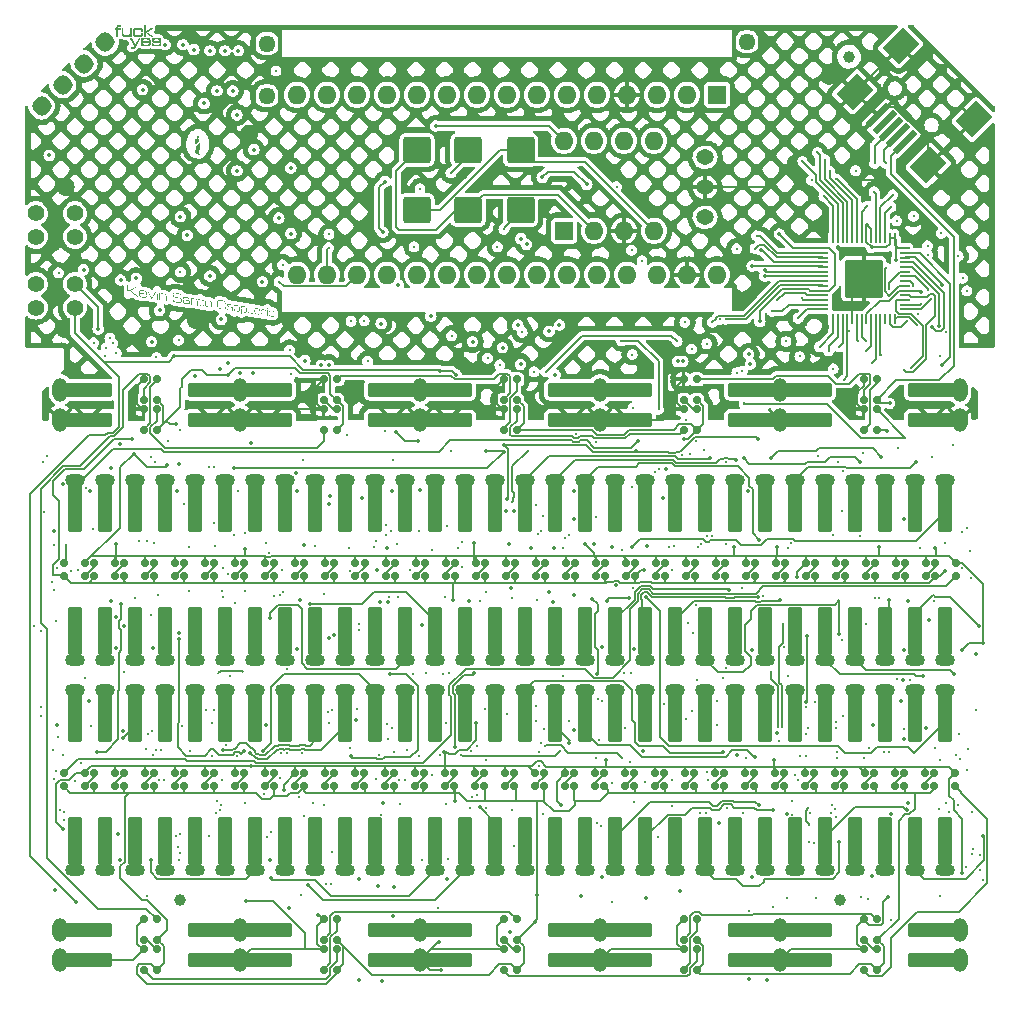
<source format=gtl>
%TF.GenerationSoftware,KiCad,Pcbnew,7.0.5-0*%
%TF.CreationDate,2023-06-16T23:12:01-07:00*%
%TF.ProjectId,Jumperless2,4a756d70-6572-46c6-9573-73322e6b6963,rev?*%
%TF.SameCoordinates,Original*%
%TF.FileFunction,Copper,L1,Top*%
%TF.FilePolarity,Positive*%
%FSLAX46Y46*%
G04 Gerber Fmt 4.6, Leading zero omitted, Abs format (unit mm)*
G04 Created by KiCad (PCBNEW 7.0.5-0) date 2023-06-16 23:12:01*
%MOMM*%
%LPD*%
G01*
G04 APERTURE LIST*
G04 Aperture macros list*
%AMRoundRect*
0 Rectangle with rounded corners*
0 $1 Rounding radius*
0 $2 $3 $4 $5 $6 $7 $8 $9 X,Y pos of 4 corners*
0 Add a 4 corners polygon primitive as box body*
4,1,4,$2,$3,$4,$5,$6,$7,$8,$9,$2,$3,0*
0 Add four circle primitives for the rounded corners*
1,1,$1+$1,$2,$3*
1,1,$1+$1,$4,$5*
1,1,$1+$1,$6,$7*
1,1,$1+$1,$8,$9*
0 Add four rect primitives between the rounded corners*
20,1,$1+$1,$2,$3,$4,$5,0*
20,1,$1+$1,$4,$5,$6,$7,0*
20,1,$1+$1,$6,$7,$8,$9,0*
20,1,$1+$1,$8,$9,$2,$3,0*%
%AMRotRect*
0 Rectangle, with rotation*
0 The origin of the aperture is its center*
0 $1 length*
0 $2 width*
0 $3 Rotation angle, in degrees counterclockwise*
0 Add horizontal line*
21,1,$1,$2,0,0,$3*%
G04 Aperture macros list end*
%TA.AperFunction,NonConductor*%
%ADD10C,0.000000*%
%TD*%
%TA.AperFunction,NonConductor*%
%ADD11C,0.008750*%
%TD*%
%TA.AperFunction,SMDPad,CuDef*%
%ADD12RoundRect,0.150000X0.150000X0.200000X-0.150000X0.200000X-0.150000X-0.200000X0.150000X-0.200000X0*%
%TD*%
%TA.AperFunction,ComponentPad*%
%ADD13RoundRect,0.525000X0.000000X0.318198X-0.318198X0.000000X0.000000X-0.318198X0.318198X0.000000X0*%
%TD*%
%TA.AperFunction,SMDPad,CuDef*%
%ADD14RoundRect,0.150000X-0.200000X0.150000X-0.200000X-0.150000X0.200000X-0.150000X0.200000X0.150000X0*%
%TD*%
%TA.AperFunction,ComponentPad*%
%ADD15O,1.500000X1.300000*%
%TD*%
%TA.AperFunction,ComponentPad*%
%ADD16RoundRect,0.160000X0.640000X-0.640000X0.640000X0.640000X-0.640000X0.640000X-0.640000X-0.640000X0*%
%TD*%
%TA.AperFunction,ComponentPad*%
%ADD17O,1.600000X1.600000*%
%TD*%
%TA.AperFunction,SMDPad,CuDef*%
%ADD18RotRect,0.500000X2.500000X135.000000*%
%TD*%
%TA.AperFunction,SMDPad,CuDef*%
%ADD19RotRect,2.000000X2.500000X135.000000*%
%TD*%
%TA.AperFunction,SMDPad,CuDef*%
%ADD20RoundRect,0.250000X-0.925000X0.875000X-0.925000X-0.875000X0.925000X-0.875000X0.925000X0.875000X0*%
%TD*%
%TA.AperFunction,ComponentPad*%
%ADD21C,1.400000*%
%TD*%
%TA.AperFunction,ComponentPad*%
%ADD22RoundRect,0.455000X-0.195000X-0.195000X0.195000X-0.195000X0.195000X0.195000X-0.195000X0.195000X0*%
%TD*%
%TA.AperFunction,SMDPad,CuDef*%
%ADD23C,1.000000*%
%TD*%
%TA.AperFunction,SMDPad,CuDef*%
%ADD24RoundRect,0.120000X1.880000X-0.480000X1.880000X0.480000X-1.880000X0.480000X-1.880000X-0.480000X0*%
%TD*%
%TA.AperFunction,ComponentPad*%
%ADD25O,1.300000X2.000000*%
%TD*%
%TA.AperFunction,SMDPad,CuDef*%
%ADD26RoundRect,0.120000X-1.880000X0.480000X-1.880000X-0.480000X1.880000X-0.480000X1.880000X0.480000X0*%
%TD*%
%TA.AperFunction,SMDPad,CuDef*%
%ADD27RoundRect,0.120000X-0.480000X-1.880000X0.480000X-1.880000X0.480000X1.880000X-0.480000X1.880000X0*%
%TD*%
%TA.AperFunction,ComponentPad*%
%ADD28O,1.700000X1.000000*%
%TD*%
%TA.AperFunction,ComponentPad*%
%ADD29RoundRect,0.160000X-0.640000X0.640000X-0.640000X-0.640000X0.640000X-0.640000X0.640000X0.640000X0*%
%TD*%
%TA.AperFunction,SMDPad,CuDef*%
%ADD30RoundRect,0.050000X-0.387500X-0.050000X0.387500X-0.050000X0.387500X0.050000X-0.387500X0.050000X0*%
%TD*%
%TA.AperFunction,SMDPad,CuDef*%
%ADD31RoundRect,0.050000X-0.050000X-0.387500X0.050000X-0.387500X0.050000X0.387500X-0.050000X0.387500X0*%
%TD*%
%TA.AperFunction,ComponentPad*%
%ADD32C,0.600000*%
%TD*%
%TA.AperFunction,SMDPad,CuDef*%
%ADD33RoundRect,0.144000X-1.456000X-1.456000X1.456000X-1.456000X1.456000X1.456000X-1.456000X1.456000X0*%
%TD*%
%TA.AperFunction,ViaPad*%
%ADD34C,0.300000*%
%TD*%
%TA.AperFunction,ViaPad*%
%ADD35C,0.350000*%
%TD*%
%TA.AperFunction,Conductor*%
%ADD36C,0.150000*%
%TD*%
%TA.AperFunction,Conductor*%
%ADD37C,0.200000*%
%TD*%
G04 APERTURE END LIST*
D10*
%TA.AperFunction,NonConductor*%
G36*
X52486647Y-128695470D02*
G01*
X52491416Y-128696330D01*
X52497267Y-128697334D01*
X52509253Y-128699327D01*
X52522212Y-128701456D01*
X52523652Y-128740751D01*
X52524348Y-128756148D01*
X52525187Y-128769021D01*
X52525626Y-128774090D01*
X52526060Y-128778023D01*
X52526477Y-128780652D01*
X52526674Y-128781425D01*
X52526862Y-128781808D01*
X52526958Y-128781889D01*
X52527062Y-128781944D01*
X52527174Y-128781973D01*
X52527294Y-128781978D01*
X52527421Y-128781959D01*
X52527555Y-128781916D01*
X52527697Y-128781849D01*
X52527844Y-128781760D01*
X52527998Y-128781649D01*
X52528157Y-128781516D01*
X52528322Y-128781361D01*
X52528491Y-128781187D01*
X52528665Y-128780991D01*
X52528844Y-128780777D01*
X52529026Y-128780542D01*
X52529212Y-128780290D01*
X52529401Y-128780019D01*
X52529593Y-128779730D01*
X52529787Y-128779425D01*
X52529984Y-128779102D01*
X52530381Y-128778410D01*
X52530783Y-128777657D01*
X52531187Y-128776847D01*
X52531589Y-128775986D01*
X52531986Y-128775076D01*
X52532377Y-128774121D01*
X52533808Y-128770768D01*
X52535443Y-128767418D01*
X52537267Y-128764085D01*
X52539268Y-128760785D01*
X52541433Y-128757532D01*
X52543750Y-128754341D01*
X52546204Y-128751226D01*
X52548783Y-128748202D01*
X52551475Y-128745284D01*
X52554265Y-128742485D01*
X52557142Y-128739821D01*
X52560093Y-128737306D01*
X52563103Y-128734956D01*
X52566161Y-128732783D01*
X52569254Y-128730804D01*
X52572368Y-128729032D01*
X52575643Y-128727311D01*
X52578784Y-128725706D01*
X52581718Y-128724254D01*
X52584369Y-128722989D01*
X52586662Y-128721946D01*
X52588523Y-128721160D01*
X52589876Y-128720667D01*
X52590338Y-128720542D01*
X52590646Y-128720502D01*
X52591309Y-128720478D01*
X52592351Y-128720387D01*
X52593720Y-128720235D01*
X52595362Y-128720027D01*
X52597225Y-128719771D01*
X52599255Y-128719470D01*
X52601399Y-128719131D01*
X52603604Y-128718759D01*
X52606371Y-128718366D01*
X52609582Y-128718017D01*
X52617170Y-128717452D01*
X52626033Y-128717070D01*
X52635834Y-128716875D01*
X52646238Y-128716871D01*
X52656910Y-128717062D01*
X52667514Y-128717452D01*
X52677714Y-128718046D01*
X52690733Y-128719288D01*
X52708073Y-128721416D01*
X52748625Y-128727240D01*
X52768292Y-128730387D01*
X52785188Y-128733327D01*
X52797540Y-128735784D01*
X52801458Y-128736747D01*
X52803576Y-128737486D01*
X52804140Y-128737765D01*
X52804815Y-128738054D01*
X52805591Y-128738350D01*
X52806459Y-128738652D01*
X52807411Y-128738956D01*
X52808437Y-128739262D01*
X52810678Y-128739866D01*
X52813111Y-128740445D01*
X52815665Y-128740983D01*
X52818269Y-128741460D01*
X52820853Y-128741859D01*
X52823455Y-128742270D01*
X52826109Y-128742744D01*
X52828742Y-128743264D01*
X52831278Y-128743816D01*
X52833644Y-128744384D01*
X52835766Y-128744952D01*
X52837568Y-128745506D01*
X52838978Y-128746030D01*
X52840370Y-128746574D01*
X52842123Y-128747225D01*
X52844167Y-128747955D01*
X52846429Y-128748740D01*
X52848841Y-128749552D01*
X52851329Y-128750364D01*
X52853825Y-128751152D01*
X52856256Y-128751888D01*
X52860381Y-128753214D01*
X52864859Y-128754850D01*
X52869624Y-128756759D01*
X52874611Y-128758908D01*
X52884995Y-128763783D01*
X52895491Y-128769197D01*
X52905581Y-128774869D01*
X52910311Y-128777714D01*
X52914745Y-128780520D01*
X52918818Y-128783251D01*
X52922465Y-128785871D01*
X52925621Y-128788347D01*
X52928222Y-128790643D01*
X52932146Y-128794504D01*
X52935943Y-128798483D01*
X52939609Y-128802571D01*
X52943139Y-128806763D01*
X52946530Y-128811052D01*
X52949776Y-128815430D01*
X52952873Y-128819891D01*
X52955818Y-128824428D01*
X52958606Y-128829034D01*
X52961233Y-128833702D01*
X52963694Y-128838426D01*
X52965985Y-128843198D01*
X52968101Y-128848012D01*
X52970040Y-128852861D01*
X52971795Y-128857738D01*
X52973364Y-128862636D01*
X52976337Y-128873766D01*
X52979336Y-128887272D01*
X52982274Y-128902586D01*
X52985059Y-128919143D01*
X52987604Y-128936377D01*
X52989819Y-128953721D01*
X52991614Y-128970611D01*
X52992901Y-128986479D01*
X52995006Y-129027640D01*
X52995714Y-129065826D01*
X52995051Y-129100748D01*
X52993042Y-129132116D01*
X52991542Y-129146377D01*
X52989715Y-129159641D01*
X52987566Y-129171873D01*
X52985096Y-129183035D01*
X52982310Y-129193091D01*
X52979211Y-129202006D01*
X52975802Y-129209743D01*
X52972086Y-129216266D01*
X52971089Y-129217841D01*
X52970160Y-129219418D01*
X52969318Y-129220957D01*
X52968583Y-129222413D01*
X52967976Y-129223745D01*
X52967726Y-129224350D01*
X52967517Y-129224909D01*
X52967349Y-129225416D01*
X52967227Y-129225864D01*
X52967151Y-129226250D01*
X52967125Y-129226567D01*
X52967109Y-129226719D01*
X52967062Y-129226894D01*
X52966984Y-129227091D01*
X52966875Y-129227310D01*
X52966573Y-129227807D01*
X52966159Y-129228380D01*
X52965642Y-129229022D01*
X52965027Y-129229727D01*
X52964321Y-129230488D01*
X52963530Y-129231299D01*
X52962659Y-129232155D01*
X52961717Y-129233048D01*
X52960707Y-129233972D01*
X52959638Y-129234921D01*
X52958515Y-129235889D01*
X52957345Y-129236869D01*
X52956133Y-129237854D01*
X52954886Y-129238840D01*
X52952396Y-129240798D01*
X52950011Y-129242709D01*
X52947789Y-129244524D01*
X52945785Y-129246198D01*
X52944057Y-129247681D01*
X52942660Y-129248926D01*
X52941653Y-129249886D01*
X52941313Y-129250244D01*
X52941091Y-129250513D01*
X52940878Y-129250746D01*
X52940561Y-129251009D01*
X52939633Y-129251614D01*
X52938346Y-129252313D01*
X52936740Y-129253093D01*
X52934854Y-129253936D01*
X52932728Y-129254830D01*
X52927913Y-129256708D01*
X52922612Y-129258608D01*
X52917141Y-129260412D01*
X52911817Y-129262001D01*
X52909309Y-129262678D01*
X52906956Y-129263257D01*
X52905983Y-129263445D01*
X52904628Y-129263632D01*
X52900872Y-129264000D01*
X52895881Y-129264352D01*
X52889853Y-129264681D01*
X52882982Y-129264979D01*
X52875464Y-129265237D01*
X52867494Y-129265447D01*
X52859269Y-129265602D01*
X52847916Y-129265663D01*
X52837137Y-129265503D01*
X52826545Y-129265090D01*
X52815750Y-129264389D01*
X52804367Y-129263367D01*
X52792006Y-129261991D01*
X52778279Y-129260227D01*
X52762799Y-129258043D01*
X52740550Y-129254650D01*
X52721578Y-129251444D01*
X52713950Y-129250024D01*
X52707896Y-129248787D01*
X52703666Y-129247777D01*
X52701513Y-129247042D01*
X52700975Y-129246753D01*
X52700397Y-129246472D01*
X52699783Y-129246200D01*
X52699140Y-129245940D01*
X52698472Y-129245691D01*
X52697785Y-129245457D01*
X52697084Y-129245238D01*
X52696375Y-129245035D01*
X52695663Y-129244851D01*
X52694953Y-129244687D01*
X52694251Y-129244543D01*
X52693562Y-129244423D01*
X52692891Y-129244327D01*
X52692245Y-129244256D01*
X52691627Y-129244213D01*
X52691044Y-129244198D01*
X52689855Y-129244122D01*
X52688260Y-129243902D01*
X52684035Y-129243080D01*
X52678735Y-129241833D01*
X52672726Y-129240260D01*
X52666374Y-129238461D01*
X52660044Y-129236537D01*
X52654104Y-129234587D01*
X52648919Y-129232712D01*
X52639247Y-129228840D01*
X52630157Y-129224902D01*
X52621623Y-129220879D01*
X52613620Y-129216748D01*
X52606125Y-129212491D01*
X52599113Y-129208087D01*
X52592558Y-129203516D01*
X52586436Y-129198757D01*
X52580723Y-129193790D01*
X52575394Y-129188596D01*
X52570423Y-129183152D01*
X52565788Y-129177441D01*
X52561462Y-129171440D01*
X52557421Y-129165131D01*
X52553641Y-129158491D01*
X52550097Y-129151503D01*
X52547937Y-129147053D01*
X52545865Y-129142893D01*
X52543931Y-129139117D01*
X52542183Y-129135814D01*
X52540672Y-129133078D01*
X52539447Y-129131000D01*
X52538557Y-129129671D01*
X52538252Y-129129316D01*
X52538051Y-129129183D01*
X52537922Y-129129692D01*
X52537832Y-129131219D01*
X52537759Y-129137124D01*
X52537825Y-129146482D01*
X52538022Y-129158877D01*
X52538778Y-129191117D01*
X52539968Y-129230518D01*
X52542408Y-129311304D01*
X52543566Y-129362986D01*
X52543809Y-129393943D01*
X52535891Y-129393514D01*
X52534052Y-129393416D01*
X52531855Y-129393236D01*
X52529383Y-129392989D01*
X52526718Y-129392685D01*
X52521142Y-129391963D01*
X52515786Y-129391171D01*
X52513309Y-129390728D01*
X52510943Y-129390265D01*
X52508742Y-129389796D01*
X52506764Y-129389331D01*
X52505064Y-129388884D01*
X52503697Y-129388466D01*
X52503155Y-129388272D01*
X52502719Y-129388091D01*
X52502393Y-129387923D01*
X52502185Y-129387770D01*
X52500847Y-129363515D01*
X52498240Y-129298444D01*
X52490732Y-129085587D01*
X52484713Y-128910228D01*
X52531474Y-128910228D01*
X52531482Y-128925932D01*
X52531893Y-128963367D01*
X52532914Y-128995335D01*
X52534664Y-129022675D01*
X52535849Y-129034871D01*
X52537259Y-129046225D01*
X52538910Y-129056840D01*
X52540816Y-129066822D01*
X52542992Y-129076276D01*
X52545452Y-129085305D01*
X52548211Y-129094016D01*
X52551284Y-129102513D01*
X52554686Y-129110900D01*
X52558430Y-129119282D01*
X52559701Y-129121879D01*
X52561087Y-129124464D01*
X52564193Y-129129588D01*
X52567723Y-129134634D01*
X52571650Y-129139583D01*
X52575949Y-129144412D01*
X52580592Y-129149103D01*
X52585555Y-129153634D01*
X52590810Y-129157984D01*
X52596333Y-129162134D01*
X52602096Y-129166062D01*
X52608075Y-129169748D01*
X52614242Y-129173171D01*
X52620572Y-129176312D01*
X52627039Y-129179149D01*
X52633617Y-129181662D01*
X52640279Y-129183830D01*
X52642695Y-129184570D01*
X52645146Y-129185360D01*
X52647565Y-129186174D01*
X52649883Y-129186990D01*
X52652033Y-129187782D01*
X52653948Y-129188526D01*
X52655558Y-129189198D01*
X52656798Y-129189774D01*
X52657344Y-129190038D01*
X52657946Y-129190293D01*
X52658599Y-129190538D01*
X52659296Y-129190772D01*
X52660031Y-129190994D01*
X52660797Y-129191202D01*
X52661589Y-129191396D01*
X52662401Y-129191574D01*
X52663225Y-129191736D01*
X52664057Y-129191879D01*
X52664890Y-129192004D01*
X52665717Y-129192109D01*
X52666533Y-129192192D01*
X52667331Y-129192253D01*
X52668105Y-129192290D01*
X52668850Y-129192303D01*
X52669610Y-129192319D01*
X52670431Y-129192368D01*
X52671306Y-129192448D01*
X52672226Y-129192556D01*
X52674173Y-129192853D01*
X52676210Y-129193246D01*
X52678274Y-129193722D01*
X52680302Y-129194268D01*
X52681284Y-129194563D01*
X52682234Y-129194871D01*
X52683144Y-129195189D01*
X52684007Y-129195517D01*
X52685141Y-129195892D01*
X52686850Y-129196348D01*
X52691850Y-129197479D01*
X52698729Y-129198859D01*
X52707211Y-129200440D01*
X52717018Y-129202170D01*
X52727873Y-129204001D01*
X52739498Y-129205881D01*
X52751616Y-129207763D01*
X52775161Y-129211017D01*
X52797945Y-129213557D01*
X52819544Y-129215369D01*
X52839534Y-129216436D01*
X52857489Y-129216743D01*
X52872984Y-129216275D01*
X52879676Y-129215745D01*
X52885595Y-129215015D01*
X52890686Y-129214084D01*
X52894897Y-129212949D01*
X52894897Y-129212944D01*
X52899132Y-129211378D01*
X52903298Y-129209499D01*
X52907373Y-129207333D01*
X52911336Y-129204900D01*
X52915164Y-129202225D01*
X52918837Y-129199329D01*
X52922333Y-129196235D01*
X52925630Y-129192965D01*
X52928706Y-129189543D01*
X52931541Y-129185992D01*
X52934112Y-129182333D01*
X52936399Y-129178589D01*
X52938379Y-129174783D01*
X52940030Y-129170938D01*
X52941332Y-129167076D01*
X52941845Y-129165146D01*
X52942263Y-129163221D01*
X52943016Y-129159500D01*
X52944086Y-129154478D01*
X52945331Y-129148817D01*
X52946608Y-129143175D01*
X52948050Y-129135105D01*
X52949224Y-129124824D01*
X52950797Y-129098804D01*
X52951380Y-129067459D01*
X52951028Y-129033136D01*
X52949793Y-128998179D01*
X52947731Y-128964936D01*
X52944894Y-128935750D01*
X52943201Y-128923412D01*
X52941336Y-128912968D01*
X52938726Y-128900622D01*
X52936456Y-128890517D01*
X52934399Y-128882251D01*
X52932429Y-128875421D01*
X52931436Y-128872419D01*
X52930418Y-128869625D01*
X52929357Y-128866989D01*
X52928239Y-128864460D01*
X52925766Y-128859522D01*
X52922871Y-128854410D01*
X52920420Y-128850459D01*
X52917784Y-128846586D01*
X52914974Y-128842803D01*
X52912002Y-128839120D01*
X52908878Y-128835545D01*
X52905615Y-128832089D01*
X52902223Y-128828763D01*
X52898713Y-128825575D01*
X52895098Y-128822535D01*
X52891388Y-128819655D01*
X52887595Y-128816942D01*
X52883730Y-128814408D01*
X52879804Y-128812063D01*
X52875829Y-128809915D01*
X52871815Y-128807976D01*
X52867776Y-128806254D01*
X52859982Y-128803132D01*
X52853378Y-128800439D01*
X52847779Y-128798251D01*
X52841892Y-128796172D01*
X52835923Y-128794258D01*
X52830079Y-128792565D01*
X52824568Y-128791150D01*
X52819596Y-128790069D01*
X52817377Y-128789672D01*
X52815370Y-128789380D01*
X52813602Y-128789199D01*
X52812098Y-128789137D01*
X52811272Y-128789122D01*
X52810442Y-128789079D01*
X52809613Y-128789009D01*
X52808790Y-128788914D01*
X52807979Y-128788795D01*
X52807185Y-128788655D01*
X52806413Y-128788494D01*
X52805670Y-128788316D01*
X52804961Y-128788120D01*
X52804291Y-128787909D01*
X52803665Y-128787685D01*
X52803089Y-128787450D01*
X52802569Y-128787204D01*
X52802111Y-128786950D01*
X52801718Y-128786689D01*
X52801398Y-128786423D01*
X52800828Y-128786102D01*
X52799703Y-128785698D01*
X52798052Y-128785218D01*
X52795905Y-128784668D01*
X52790248Y-128783383D01*
X52782971Y-128781891D01*
X52774317Y-128780238D01*
X52764528Y-128778475D01*
X52753844Y-128776649D01*
X52742509Y-128774807D01*
X52699978Y-128768565D01*
X52681372Y-128766280D01*
X52664408Y-128764563D01*
X52648987Y-128763424D01*
X52635011Y-128762871D01*
X52622382Y-128762912D01*
X52611000Y-128763557D01*
X52600769Y-128764813D01*
X52591588Y-128766690D01*
X52583361Y-128769197D01*
X52575988Y-128772342D01*
X52569371Y-128776133D01*
X52563411Y-128780579D01*
X52558011Y-128785689D01*
X52553072Y-128791472D01*
X52549834Y-128795881D01*
X52546919Y-128800382D01*
X52545578Y-128802696D01*
X52544312Y-128805069D01*
X52543119Y-128807512D01*
X52541997Y-128810037D01*
X52540944Y-128812655D01*
X52539958Y-128815380D01*
X52539038Y-128818221D01*
X52538182Y-128821192D01*
X52537387Y-128824304D01*
X52536652Y-128827569D01*
X52535353Y-128834605D01*
X52534271Y-128842393D01*
X52533391Y-128851029D01*
X52532696Y-128860607D01*
X52532172Y-128871221D01*
X52531804Y-128882966D01*
X52531576Y-128895937D01*
X52531474Y-128910228D01*
X52484713Y-128910228D01*
X52478846Y-128739281D01*
X52477000Y-128693741D01*
X52486647Y-128695470D01*
G37*
%TD.AperFunction*%
%TA.AperFunction,NonConductor*%
G36*
X52030405Y-128618827D02*
G01*
X52039508Y-128619064D01*
X52048909Y-128619486D01*
X52058582Y-128620097D01*
X52072488Y-128621504D01*
X52091568Y-128623970D01*
X52136827Y-128630734D01*
X52177520Y-128637700D01*
X52190892Y-128640418D01*
X52194913Y-128641440D01*
X52196808Y-128642179D01*
X52197183Y-128642428D01*
X52197708Y-128642689D01*
X52198372Y-128642961D01*
X52199167Y-128643243D01*
X52200083Y-128643531D01*
X52201110Y-128643823D01*
X52202240Y-128644119D01*
X52203461Y-128644415D01*
X52206142Y-128645002D01*
X52209079Y-128645566D01*
X52212193Y-128646093D01*
X52215410Y-128646565D01*
X52218659Y-128647027D01*
X52221866Y-128647544D01*
X52224946Y-128648096D01*
X52227818Y-128648668D01*
X52230399Y-128649240D01*
X52232606Y-128649794D01*
X52234357Y-128650314D01*
X52235035Y-128650555D01*
X52235569Y-128650781D01*
X52236859Y-128651327D01*
X52238835Y-128652087D01*
X52241398Y-128653026D01*
X52244451Y-128654108D01*
X52251627Y-128656565D01*
X52259577Y-128659182D01*
X52270136Y-128662928D01*
X52280122Y-128667197D01*
X52284901Y-128669530D01*
X52289540Y-128671995D01*
X52294038Y-128674595D01*
X52298396Y-128677330D01*
X52302616Y-128680201D01*
X52306697Y-128683209D01*
X52310641Y-128686355D01*
X52314448Y-128689639D01*
X52318119Y-128693063D01*
X52321654Y-128696627D01*
X52325055Y-128700333D01*
X52328323Y-128704181D01*
X52331457Y-128708172D01*
X52334459Y-128712306D01*
X52337329Y-128716586D01*
X52340069Y-128721012D01*
X52342678Y-128725585D01*
X52345158Y-128730305D01*
X52349732Y-128740191D01*
X52353797Y-128750679D01*
X52357360Y-128761775D01*
X52360425Y-128773486D01*
X52362998Y-128785821D01*
X52365983Y-128802791D01*
X52368402Y-128818950D01*
X52369438Y-128827271D01*
X52370380Y-128836046D01*
X52371242Y-128845492D01*
X52372040Y-128855828D01*
X52373509Y-128880043D01*
X52374909Y-128910441D01*
X52376365Y-128948769D01*
X52378002Y-128996775D01*
X52381611Y-129100189D01*
X52384081Y-129161283D01*
X52384762Y-129172763D01*
X52385007Y-129177297D01*
X52385119Y-129181097D01*
X52385047Y-129184216D01*
X52384926Y-129185537D01*
X52384739Y-129186707D01*
X52384480Y-129187734D01*
X52384144Y-129188624D01*
X52383722Y-129189383D01*
X52383210Y-129190018D01*
X52382599Y-129190536D01*
X52381885Y-129190944D01*
X52381060Y-129191247D01*
X52380119Y-129191454D01*
X52379053Y-129191569D01*
X52377859Y-129191600D01*
X52375053Y-129191437D01*
X52371652Y-129191017D01*
X52367602Y-129190393D01*
X52357351Y-129188743D01*
X52357348Y-129188801D01*
X52339350Y-129186028D01*
X52339179Y-129165402D01*
X52338946Y-129157875D01*
X52338420Y-129149866D01*
X52337684Y-129141989D01*
X52336824Y-129134858D01*
X52335921Y-129129086D01*
X52335480Y-129126901D01*
X52335061Y-129125286D01*
X52334672Y-129124317D01*
X52334493Y-129124099D01*
X52334326Y-129124071D01*
X52334171Y-129124244D01*
X52334031Y-129124626D01*
X52333800Y-129126056D01*
X52333614Y-129127084D01*
X52333264Y-129128192D01*
X52332760Y-129129375D01*
X52332108Y-129130625D01*
X52331318Y-129131935D01*
X52330397Y-129133299D01*
X52328197Y-129136159D01*
X52325574Y-129139150D01*
X52322592Y-129142218D01*
X52319319Y-129145306D01*
X52315820Y-129148360D01*
X52312159Y-129151324D01*
X52308404Y-129154143D01*
X52304619Y-129156762D01*
X52300870Y-129159126D01*
X52297224Y-129161179D01*
X52293745Y-129162867D01*
X52292088Y-129163557D01*
X52290499Y-129164134D01*
X52288984Y-129164593D01*
X52287552Y-129164925D01*
X52286035Y-129165239D01*
X52284266Y-129165633D01*
X52280233Y-129166600D01*
X52275964Y-129167702D01*
X52273901Y-129168263D01*
X52271970Y-129168811D01*
X52269408Y-129169492D01*
X52266597Y-129170108D01*
X52263526Y-129170659D01*
X52260185Y-129171147D01*
X52256564Y-129171572D01*
X52252653Y-129171935D01*
X52248441Y-129172235D01*
X52243919Y-129172473D01*
X52233904Y-129172766D01*
X52222526Y-129172818D01*
X52209705Y-129172632D01*
X52195360Y-129172212D01*
X52183424Y-129171242D01*
X52165752Y-129169189D01*
X52121832Y-129163109D01*
X52099897Y-129159722D01*
X52080855Y-129156529D01*
X52066861Y-129153852D01*
X52062432Y-129152807D01*
X52060074Y-129152009D01*
X52059484Y-129151713D01*
X52058841Y-129151425D01*
X52058150Y-129151146D01*
X52057418Y-129150879D01*
X52056652Y-129150624D01*
X52055857Y-129150384D01*
X52055040Y-129150159D01*
X52054208Y-129149952D01*
X52053366Y-129149763D01*
X52052521Y-129149595D01*
X52051680Y-129149448D01*
X52050848Y-129149325D01*
X52050032Y-129149226D01*
X52049238Y-129149154D01*
X52048473Y-129149110D01*
X52047743Y-129149095D01*
X52045486Y-129148908D01*
X52042431Y-129148373D01*
X52038683Y-129147524D01*
X52034345Y-129146397D01*
X52024314Y-129143447D01*
X52013164Y-129139807D01*
X52001727Y-129135759D01*
X51990829Y-129131583D01*
X51981300Y-129127563D01*
X51977308Y-129125700D01*
X51973969Y-129123981D01*
X51968610Y-129120932D01*
X51963462Y-129117785D01*
X51958529Y-129114542D01*
X51953814Y-129111207D01*
X51949317Y-129107781D01*
X51945043Y-129104267D01*
X51940993Y-129100668D01*
X51937171Y-129096986D01*
X51933578Y-129093224D01*
X51930217Y-129089384D01*
X51927092Y-129085468D01*
X51924203Y-129081480D01*
X51921554Y-129077422D01*
X51919147Y-129073297D01*
X51916986Y-129069106D01*
X51915071Y-129064852D01*
X51914091Y-129062257D01*
X51912925Y-129058751D01*
X51911619Y-129054491D01*
X51910215Y-129049629D01*
X51908757Y-129044322D01*
X51907288Y-129038722D01*
X51905852Y-129032985D01*
X51904492Y-129027265D01*
X51902644Y-129018891D01*
X51901879Y-129015035D01*
X51901213Y-129011312D01*
X51900642Y-129007654D01*
X51900162Y-129003996D01*
X51899766Y-129000271D01*
X51899452Y-128996413D01*
X51899214Y-128992355D01*
X51899048Y-128988031D01*
X51898948Y-128983375D01*
X51898911Y-128978321D01*
X51898987Y-128969132D01*
X51946270Y-128969132D01*
X51946323Y-128981935D01*
X51946498Y-128992682D01*
X51946822Y-129001674D01*
X51947320Y-129009218D01*
X51948019Y-129015616D01*
X51948945Y-129021172D01*
X51950123Y-129026189D01*
X51951581Y-129030973D01*
X51952808Y-129034451D01*
X51954110Y-129037809D01*
X51955493Y-129041052D01*
X51956962Y-129044183D01*
X51958524Y-129047207D01*
X51960184Y-129050127D01*
X51961948Y-129052948D01*
X51963823Y-129055673D01*
X51965813Y-129058307D01*
X51967926Y-129060853D01*
X51970166Y-129063316D01*
X51972540Y-129065699D01*
X51975053Y-129068007D01*
X51977712Y-129070243D01*
X51980522Y-129072412D01*
X51983489Y-129074518D01*
X51986619Y-129076564D01*
X51989918Y-129078554D01*
X51993392Y-129080493D01*
X51997047Y-129082385D01*
X52000888Y-129084233D01*
X52004922Y-129086042D01*
X52013590Y-129089557D01*
X52023099Y-129092963D01*
X52033496Y-129096291D01*
X52044827Y-129099573D01*
X52057140Y-129102842D01*
X52069089Y-129105340D01*
X52087944Y-129108678D01*
X52136209Y-129116345D01*
X52181599Y-129122778D01*
X52196860Y-129124576D01*
X52201520Y-129124952D01*
X52203776Y-129124916D01*
X52204306Y-129124796D01*
X52204954Y-129124701D01*
X52205709Y-129124631D01*
X52206564Y-129124586D01*
X52207509Y-129124564D01*
X52208535Y-129124565D01*
X52210794Y-129124631D01*
X52213271Y-129124777D01*
X52215892Y-129124997D01*
X52218587Y-129125283D01*
X52221283Y-129125630D01*
X52223946Y-129125996D01*
X52226815Y-129126306D01*
X52233092Y-129126758D01*
X52239957Y-129126991D01*
X52247248Y-129127004D01*
X52254806Y-129126801D01*
X52262471Y-129126384D01*
X52270085Y-129125755D01*
X52277486Y-129124916D01*
X52277486Y-129124945D01*
X52283259Y-129124107D01*
X52288602Y-129123150D01*
X52293533Y-129122059D01*
X52298074Y-129120820D01*
X52302244Y-129119420D01*
X52306064Y-129117846D01*
X52309554Y-129116083D01*
X52312735Y-129114117D01*
X52315625Y-129111935D01*
X52318245Y-129109524D01*
X52320616Y-129106869D01*
X52322757Y-129103957D01*
X52324690Y-129100773D01*
X52326433Y-129097305D01*
X52328007Y-129093538D01*
X52329432Y-129089459D01*
X52330998Y-129083664D01*
X52332257Y-129077110D01*
X52333216Y-129069914D01*
X52333882Y-129062192D01*
X52334264Y-129054060D01*
X52334368Y-129045633D01*
X52334202Y-129037028D01*
X52333774Y-129028360D01*
X52333090Y-129019745D01*
X52332159Y-129011300D01*
X52330987Y-129003139D01*
X52329583Y-128995379D01*
X52327953Y-128988135D01*
X52326106Y-128981525D01*
X52324049Y-128975662D01*
X52321788Y-128970664D01*
X52320418Y-128968285D01*
X52318700Y-128965708D01*
X52316686Y-128962982D01*
X52314423Y-128960155D01*
X52311964Y-128957276D01*
X52309356Y-128954392D01*
X52306651Y-128951554D01*
X52303898Y-128948808D01*
X52301147Y-128946203D01*
X52298447Y-128943789D01*
X52295849Y-128941613D01*
X52293403Y-128939724D01*
X52291158Y-128938170D01*
X52289165Y-128937001D01*
X52288278Y-128936575D01*
X52287472Y-128936263D01*
X52286755Y-128936072D01*
X52286131Y-128936007D01*
X52285729Y-128935993D01*
X52285329Y-128935955D01*
X52284933Y-128935893D01*
X52284543Y-128935808D01*
X52284162Y-128935702D01*
X52283792Y-128935577D01*
X52283437Y-128935434D01*
X52283098Y-128935274D01*
X52282778Y-128935100D01*
X52282479Y-128934911D01*
X52282204Y-128934711D01*
X52281956Y-128934500D01*
X52281736Y-128934279D01*
X52281548Y-128934051D01*
X52281394Y-128933817D01*
X52281330Y-128933698D01*
X52281276Y-128933578D01*
X52281018Y-128933231D01*
X52280498Y-128932814D01*
X52278733Y-128931788D01*
X52276096Y-128930537D01*
X52272707Y-128929103D01*
X52264140Y-128925837D01*
X52253972Y-128922306D01*
X52243145Y-128918823D01*
X52232599Y-128915703D01*
X52223276Y-128913261D01*
X52219367Y-128912392D01*
X52216117Y-128911811D01*
X52213532Y-128911391D01*
X52210928Y-128910895D01*
X52208374Y-128910341D01*
X52205940Y-128909747D01*
X52203700Y-128909133D01*
X52201722Y-128908517D01*
X52200077Y-128907918D01*
X52199403Y-128907630D01*
X52198838Y-128907353D01*
X52196421Y-128906564D01*
X52191728Y-128905496D01*
X52176669Y-128902693D01*
X52155967Y-128899283D01*
X52131927Y-128895610D01*
X52083056Y-128888835D01*
X52062836Y-128886416D01*
X52048500Y-128885098D01*
X52036157Y-128884472D01*
X52025145Y-128884214D01*
X52015265Y-128884342D01*
X52010687Y-128884557D01*
X52006318Y-128884876D01*
X52002132Y-128885301D01*
X51998105Y-128885835D01*
X51994211Y-128886480D01*
X51990427Y-128887239D01*
X51986726Y-128888114D01*
X51983084Y-128889107D01*
X51979477Y-128890220D01*
X51975879Y-128891457D01*
X51973921Y-128892183D01*
X51972102Y-128892915D01*
X51970410Y-128893664D01*
X51968832Y-128894440D01*
X51967356Y-128895254D01*
X51965968Y-128896117D01*
X51964658Y-128897038D01*
X51963413Y-128898028D01*
X51962219Y-128899097D01*
X51961065Y-128900257D01*
X51959939Y-128901517D01*
X51958827Y-128902888D01*
X51957718Y-128904380D01*
X51956599Y-128906004D01*
X51955457Y-128907770D01*
X51954281Y-128909689D01*
X51952894Y-128912023D01*
X51951678Y-128914156D01*
X51950620Y-128916171D01*
X51950147Y-128917160D01*
X51949710Y-128918150D01*
X51949307Y-128919152D01*
X51948936Y-128920176D01*
X51948597Y-128921232D01*
X51948288Y-128922331D01*
X51948008Y-128923483D01*
X51947755Y-128924698D01*
X51947528Y-128925986D01*
X51947325Y-128927358D01*
X51947145Y-128928825D01*
X51946987Y-128930396D01*
X51946730Y-128933892D01*
X51946543Y-128937930D01*
X51946415Y-128942593D01*
X51946335Y-128947961D01*
X51946292Y-128954119D01*
X51946270Y-128969132D01*
X51898987Y-128969132D01*
X51899006Y-128966750D01*
X51899295Y-128952789D01*
X51899681Y-128938719D01*
X51900120Y-128927386D01*
X51900671Y-128918310D01*
X51901397Y-128911009D01*
X51901845Y-128907873D01*
X51902359Y-128905001D01*
X51902947Y-128902331D01*
X51903617Y-128899805D01*
X51904377Y-128897360D01*
X51905234Y-128894938D01*
X51907269Y-128889921D01*
X51909277Y-128885598D01*
X51911537Y-128881335D01*
X51914023Y-128877156D01*
X51916710Y-128873087D01*
X51919573Y-128869154D01*
X51922585Y-128865381D01*
X51925722Y-128861794D01*
X51928957Y-128858419D01*
X51932266Y-128855280D01*
X51935623Y-128852405D01*
X51939002Y-128849816D01*
X51942378Y-128847541D01*
X51945725Y-128845605D01*
X51949018Y-128844032D01*
X51952231Y-128842849D01*
X51953800Y-128842411D01*
X51955339Y-128842081D01*
X51956955Y-128841785D01*
X51958556Y-128841443D01*
X51960102Y-128841068D01*
X51961549Y-128840675D01*
X51962858Y-128840277D01*
X51963985Y-128839889D01*
X51964889Y-128839523D01*
X51965244Y-128839353D01*
X51965527Y-128839195D01*
X51966551Y-128838716D01*
X51968026Y-128838258D01*
X51969920Y-128837822D01*
X51972201Y-128837411D01*
X51974838Y-128837027D01*
X51977799Y-128836673D01*
X51984567Y-128836062D01*
X51992250Y-128835597D01*
X52000596Y-128835297D01*
X52009349Y-128835181D01*
X52018258Y-128835266D01*
X52037065Y-128835588D01*
X52049934Y-128835695D01*
X52059408Y-128836502D01*
X52076204Y-128838660D01*
X52121682Y-128845438D01*
X52166203Y-128852851D01*
X52181802Y-128855802D01*
X52189599Y-128857720D01*
X52190403Y-128858033D01*
X52191323Y-128858356D01*
X52193468Y-128859020D01*
X52195950Y-128859692D01*
X52198682Y-128860352D01*
X52201580Y-128860982D01*
X52204557Y-128861562D01*
X52207529Y-128862072D01*
X52210411Y-128862493D01*
X52213179Y-128862912D01*
X52215828Y-128863407D01*
X52218294Y-128863960D01*
X52220516Y-128864554D01*
X52221515Y-128864860D01*
X52222430Y-128865170D01*
X52223252Y-128865481D01*
X52223974Y-128865792D01*
X52224587Y-128866099D01*
X52225084Y-128866401D01*
X52225457Y-128866695D01*
X52225698Y-128866979D01*
X52225794Y-128867118D01*
X52225907Y-128867254D01*
X52226036Y-128867389D01*
X52226182Y-128867522D01*
X52226342Y-128867653D01*
X52226517Y-128867781D01*
X52226910Y-128868030D01*
X52227355Y-128868267D01*
X52227849Y-128868491D01*
X52228386Y-128868700D01*
X52228962Y-128868893D01*
X52229572Y-128869069D01*
X52230213Y-128869226D01*
X52230880Y-128869363D01*
X52231568Y-128869478D01*
X52232273Y-128869570D01*
X52232990Y-128869637D01*
X52233715Y-128869679D01*
X52234444Y-128869693D01*
X52235190Y-128869706D01*
X52235966Y-128869745D01*
X52236765Y-128869808D01*
X52237583Y-128869895D01*
X52238412Y-128870004D01*
X52239246Y-128870134D01*
X52240079Y-128870284D01*
X52240905Y-128870452D01*
X52241718Y-128870638D01*
X52242511Y-128870841D01*
X52243278Y-128871058D01*
X52244014Y-128871290D01*
X52244711Y-128871535D01*
X52245364Y-128871792D01*
X52245967Y-128872059D01*
X52246513Y-128872336D01*
X52249866Y-128874023D01*
X52253870Y-128875910D01*
X52258216Y-128877865D01*
X52262596Y-128879759D01*
X52266699Y-128881460D01*
X52270216Y-128882837D01*
X52272840Y-128883759D01*
X52273719Y-128884008D01*
X52274259Y-128884095D01*
X52274871Y-128884164D01*
X52275603Y-128884368D01*
X52276448Y-128884701D01*
X52277398Y-128885155D01*
X52279587Y-128886406D01*
X52282114Y-128888071D01*
X52284922Y-128890102D01*
X52287954Y-128892449D01*
X52291154Y-128895062D01*
X52294466Y-128897893D01*
X52297832Y-128900891D01*
X52301197Y-128904008D01*
X52304504Y-128907194D01*
X52307695Y-128910400D01*
X52310715Y-128913575D01*
X52313507Y-128916672D01*
X52316014Y-128919640D01*
X52318180Y-128922431D01*
X52330705Y-128939444D01*
X52330705Y-128915368D01*
X52330359Y-128901855D01*
X52329429Y-128884616D01*
X52328049Y-128865125D01*
X52326351Y-128844857D01*
X52324466Y-128825288D01*
X52322528Y-128807891D01*
X52320667Y-128794143D01*
X52319018Y-128785518D01*
X52317160Y-128779171D01*
X52315068Y-128773062D01*
X52312741Y-128767190D01*
X52310180Y-128761554D01*
X52307385Y-128756156D01*
X52304354Y-128750993D01*
X52301088Y-128746067D01*
X52297587Y-128741376D01*
X52293850Y-128736921D01*
X52289878Y-128732702D01*
X52285669Y-128728717D01*
X52281224Y-128724967D01*
X52276543Y-128721452D01*
X52271625Y-128718170D01*
X52266471Y-128715123D01*
X52261079Y-128712310D01*
X52252985Y-128708504D01*
X52244938Y-128705013D01*
X52237113Y-128701897D01*
X52229684Y-128699215D01*
X52222825Y-128697026D01*
X52216713Y-128695392D01*
X52213990Y-128694801D01*
X52211519Y-128694370D01*
X52209322Y-128694108D01*
X52207421Y-128694022D01*
X52206712Y-128694007D01*
X52205965Y-128693963D01*
X52205186Y-128693891D01*
X52204382Y-128693793D01*
X52203559Y-128693670D01*
X52202724Y-128693523D01*
X52201882Y-128693353D01*
X52201041Y-128693161D01*
X52200205Y-128692948D01*
X52199383Y-128692717D01*
X52198579Y-128692467D01*
X52197801Y-128692201D01*
X52197054Y-128691919D01*
X52196346Y-128691623D01*
X52195682Y-128691314D01*
X52195068Y-128690993D01*
X52191710Y-128689649D01*
X52186516Y-128688171D01*
X52171490Y-128684935D01*
X52151729Y-128681521D01*
X52128967Y-128678168D01*
X52104943Y-128675113D01*
X52081393Y-128672595D01*
X52060054Y-128670851D01*
X52050756Y-128670344D01*
X52042663Y-128670120D01*
X52027893Y-128670129D01*
X52021524Y-128670284D01*
X52015754Y-128670562D01*
X52010521Y-128670977D01*
X52005767Y-128671547D01*
X52001432Y-128672286D01*
X51997456Y-128673212D01*
X51993780Y-128674340D01*
X51990343Y-128675686D01*
X51987087Y-128677266D01*
X51983951Y-128679096D01*
X51980876Y-128681192D01*
X51977802Y-128683571D01*
X51974670Y-128686248D01*
X51971419Y-128689239D01*
X51969338Y-128691336D01*
X51967425Y-128693535D01*
X51965676Y-128695848D01*
X51964862Y-128697051D01*
X51964087Y-128698289D01*
X51963351Y-128699562D01*
X51962654Y-128700872D01*
X51961995Y-128702221D01*
X51961374Y-128703611D01*
X51960241Y-128706520D01*
X51959253Y-128709612D01*
X51958406Y-128712901D01*
X51957694Y-128716401D01*
X51957115Y-128720126D01*
X51956665Y-128724089D01*
X51956339Y-128728305D01*
X51956133Y-128732787D01*
X51956044Y-128737550D01*
X51956067Y-128742605D01*
X51956381Y-128763822D01*
X51937146Y-128761765D01*
X51929386Y-128760849D01*
X51922477Y-128759890D01*
X51919576Y-128759430D01*
X51917171Y-128759001D01*
X51915354Y-128758618D01*
X51914220Y-128758294D01*
X51913799Y-128758043D01*
X51913396Y-128757625D01*
X51913010Y-128757047D01*
X51912642Y-128756316D01*
X51911960Y-128754423D01*
X51911354Y-128752004D01*
X51910826Y-128749116D01*
X51910381Y-128745816D01*
X51910020Y-128742160D01*
X51909748Y-128738206D01*
X51909567Y-128734011D01*
X51909481Y-128729632D01*
X51909493Y-128725125D01*
X51909605Y-128720549D01*
X51909822Y-128715959D01*
X51910146Y-128711414D01*
X51910581Y-128706969D01*
X51911129Y-128702683D01*
X51912114Y-128696469D01*
X51913225Y-128690621D01*
X51914480Y-128685112D01*
X51915893Y-128679913D01*
X51917480Y-128674995D01*
X51919258Y-128670331D01*
X51921242Y-128665890D01*
X51923448Y-128661646D01*
X51925893Y-128657570D01*
X51928591Y-128653633D01*
X51931559Y-128649806D01*
X51934813Y-128646062D01*
X51938369Y-128642372D01*
X51942242Y-128638707D01*
X51946448Y-128635040D01*
X51951004Y-128631341D01*
X51952354Y-128630363D01*
X51953867Y-128629421D01*
X51957367Y-128627651D01*
X51961476Y-128626033D01*
X51966170Y-128624570D01*
X51971422Y-128623265D01*
X51977206Y-128622120D01*
X51983496Y-128621138D01*
X51990266Y-128620322D01*
X51997490Y-128619675D01*
X52005142Y-128619199D01*
X52013195Y-128618897D01*
X52021625Y-128618772D01*
X52030405Y-128618827D01*
G37*
%TD.AperFunction*%
D11*
X45954552Y-106080208D02*
X45999448Y-106081448D01*
X46020222Y-106082378D01*
X46039880Y-106083515D01*
X46058421Y-106084859D01*
X46075846Y-106086409D01*
X46092259Y-106088269D01*
X46107762Y-106090543D01*
X46122355Y-106093230D01*
X46136039Y-106096331D01*
X46148813Y-106099845D01*
X46154859Y-106101757D01*
X46160678Y-106103772D01*
X46166270Y-106105891D01*
X46171634Y-106108113D01*
X46176770Y-106110438D01*
X46181679Y-106112867D01*
X46186382Y-106115415D01*
X46190898Y-106118097D01*
X46195229Y-106120913D01*
X46199373Y-106123864D01*
X46203332Y-106126949D01*
X46207104Y-106130168D01*
X46210690Y-106133522D01*
X46214091Y-106137010D01*
X46217305Y-106140633D01*
X46220333Y-106144390D01*
X46223175Y-106148281D01*
X46225832Y-106152306D01*
X46228302Y-106156466D01*
X46230586Y-106160761D01*
X46232684Y-106165189D01*
X46234596Y-106169752D01*
X46236518Y-106174310D01*
X46238317Y-106179054D01*
X46239991Y-106183984D01*
X46241541Y-106189100D01*
X46242967Y-106194402D01*
X46244270Y-106199890D01*
X46245448Y-106205564D01*
X46246502Y-106211424D01*
X46247432Y-106217470D01*
X46248238Y-106223702D01*
X46248921Y-106230121D01*
X46249479Y-106236725D01*
X46249913Y-106243515D01*
X46250223Y-106250491D01*
X46250409Y-106257654D01*
X46250471Y-106265002D01*
X46250471Y-106278231D01*
X46185648Y-106278231D01*
X46185648Y-106267648D01*
X46185503Y-106258574D01*
X46185069Y-106249871D01*
X46184346Y-106241541D01*
X46183333Y-106233583D01*
X46182031Y-106225997D01*
X46180439Y-106218783D01*
X46179535Y-106215315D01*
X46178558Y-106211941D01*
X46177509Y-106208659D01*
X46176388Y-106205471D01*
X46175153Y-106202371D01*
X46173763Y-106199353D01*
X46172218Y-106196417D01*
X46170518Y-106193565D01*
X46168662Y-106190795D01*
X46166652Y-106188108D01*
X46164487Y-106185503D01*
X46162167Y-106182982D01*
X46159691Y-106180542D01*
X46157061Y-106178186D01*
X46154276Y-106175912D01*
X46151335Y-106173721D01*
X46148240Y-106171613D01*
X46144990Y-106169587D01*
X46141584Y-106167644D01*
X46138024Y-106165784D01*
X46134282Y-106164001D01*
X46130334Y-106162290D01*
X46126179Y-106160652D01*
X46121818Y-106159086D01*
X46117249Y-106157593D01*
X46112475Y-106156172D01*
X46107493Y-106154823D01*
X46102305Y-106153547D01*
X46096910Y-106152343D01*
X46091308Y-106151211D01*
X46085499Y-106150152D01*
X46079484Y-106149165D01*
X46073263Y-106148250D01*
X46066834Y-106147408D01*
X46053357Y-106145940D01*
X46039218Y-106144390D01*
X46023922Y-106143046D01*
X46007468Y-106141909D01*
X45989857Y-106140979D01*
X45971088Y-106140256D01*
X45951162Y-106139739D01*
X45930078Y-106139429D01*
X45907837Y-106139325D01*
X45872118Y-106139325D01*
X45829454Y-106139656D01*
X45791420Y-106140648D01*
X45774140Y-106141392D01*
X45758017Y-106142302D01*
X45743051Y-106143377D01*
X45729243Y-106144617D01*
X45716407Y-106146043D01*
X45704356Y-106147676D01*
X45693091Y-106149516D01*
X45682611Y-106151562D01*
X45672916Y-106153815D01*
X45664007Y-106156275D01*
X45655884Y-106158942D01*
X45648546Y-106161815D01*
X45645151Y-106163339D01*
X45641911Y-106164936D01*
X45638826Y-106166605D01*
X45635896Y-106168347D01*
X45633120Y-106170161D01*
X45630501Y-106172047D01*
X45628036Y-106174005D01*
X45625726Y-106176036D01*
X45623571Y-106178139D01*
X45621571Y-106180315D01*
X45619726Y-106182563D01*
X45618036Y-106184883D01*
X45616502Y-106187276D01*
X45615122Y-106189741D01*
X45613897Y-106192278D01*
X45612827Y-106194888D01*
X45611866Y-106197415D01*
X45610967Y-106200035D01*
X45610130Y-106202748D01*
X45609355Y-106205554D01*
X45608642Y-106208453D01*
X45607991Y-106211445D01*
X45607402Y-106214530D01*
X45606874Y-106217708D01*
X45606409Y-106220979D01*
X45606006Y-106224343D01*
X45605665Y-106227800D01*
X45605386Y-106231350D01*
X45605169Y-106234994D01*
X45605014Y-106238730D01*
X45604921Y-106242559D01*
X45604890Y-106246481D01*
X45604890Y-106261033D01*
X45605035Y-106268805D01*
X45605469Y-106276247D01*
X45605794Y-106279844D01*
X45606192Y-106283357D01*
X45606662Y-106286789D01*
X45607205Y-106290137D01*
X45607820Y-106293403D01*
X45608507Y-106296587D01*
X45609267Y-106299687D01*
X45610099Y-106302705D01*
X45611003Y-106305640D01*
X45611980Y-106308493D01*
X45613029Y-106311263D01*
X45614150Y-106313950D01*
X45615390Y-106316399D01*
X45616796Y-106318787D01*
X45618367Y-106321112D01*
X45620103Y-106323376D01*
X45622005Y-106325577D01*
X45624072Y-106327716D01*
X45626304Y-106329794D01*
X45628702Y-106331809D01*
X45631265Y-106333762D01*
X45633994Y-106335654D01*
X45636888Y-106337483D01*
X45639947Y-106339250D01*
X45643171Y-106340956D01*
X45646561Y-106342599D01*
X45650117Y-106344180D01*
X45653837Y-106345700D01*
X45657915Y-106347162D01*
X45662209Y-106348573D01*
X45666720Y-106349932D01*
X45671448Y-106351239D01*
X45681556Y-106353699D01*
X45692532Y-106355952D01*
X45704377Y-106357999D01*
X45717089Y-106359838D01*
X45730670Y-106361471D01*
X45745118Y-106362898D01*
X45760663Y-106363828D01*
X45777530Y-106364634D01*
X45815233Y-106365874D01*
X45858227Y-106366618D01*
X45906513Y-106366866D01*
X45962572Y-106367362D01*
X45988492Y-106367983D01*
X46013008Y-106368851D01*
X46036117Y-106369967D01*
X46057821Y-106371331D01*
X46078120Y-106372943D01*
X46097013Y-106374804D01*
X46114686Y-106376644D01*
X46131326Y-106378855D01*
X46146932Y-106381439D01*
X46161505Y-106384395D01*
X46175044Y-106387723D01*
X46187550Y-106391423D01*
X46193415Y-106393412D01*
X46199022Y-106395495D01*
X46204370Y-106397671D01*
X46209460Y-106399939D01*
X46214318Y-106402316D01*
X46218969Y-106404817D01*
X46223413Y-106407443D01*
X46227650Y-106410192D01*
X46231681Y-106413065D01*
X46235505Y-106416062D01*
X46239123Y-106419183D01*
X46242533Y-106422429D01*
X46245737Y-106425798D01*
X46248734Y-106429291D01*
X46251525Y-106432909D01*
X46254109Y-106436650D01*
X46256486Y-106440515D01*
X46258656Y-106444505D01*
X46260620Y-106448618D01*
X46262377Y-106452855D01*
X46264139Y-106457227D01*
X46265788Y-106461744D01*
X46267322Y-106466405D01*
X46268743Y-106471211D01*
X46270051Y-106476162D01*
X46271245Y-106481257D01*
X46272325Y-106486497D01*
X46273291Y-106491882D01*
X46274144Y-106497411D01*
X46274883Y-106503085D01*
X46275508Y-106508904D01*
X46276020Y-106514867D01*
X46276417Y-106520975D01*
X46276702Y-106527228D01*
X46276872Y-106533626D01*
X46276929Y-106540168D01*
X46276929Y-106553397D01*
X46276702Y-106566047D01*
X46276020Y-106578202D01*
X46274883Y-106589860D01*
X46274144Y-106595503D01*
X46273291Y-106601022D01*
X46272325Y-106606417D01*
X46271245Y-106611688D01*
X46270051Y-106616835D01*
X46268743Y-106621858D01*
X46267322Y-106626757D01*
X46265788Y-106631532D01*
X46264139Y-106636182D01*
X46262377Y-106640709D01*
X46260625Y-106644957D01*
X46258677Y-106649101D01*
X46256532Y-106653143D01*
X46254192Y-106657080D01*
X46251654Y-106660915D01*
X46248921Y-106664646D01*
X46245991Y-106668273D01*
X46242864Y-106671798D01*
X46239541Y-106675219D01*
X46236022Y-106678536D01*
X46232307Y-106681751D01*
X46228395Y-106684862D01*
X46224286Y-106687869D01*
X46219982Y-106690773D01*
X46215481Y-106693574D01*
X46210783Y-106696272D01*
X46206039Y-106698871D01*
X46201068Y-106701377D01*
X46195869Y-106703791D01*
X46190443Y-106706111D01*
X46184790Y-106708338D01*
X46178909Y-106710472D01*
X46172801Y-106712514D01*
X46166466Y-106714462D01*
X46159903Y-106716317D01*
X46153112Y-106718079D01*
X46146095Y-106719748D01*
X46138850Y-106721324D01*
X46131377Y-106722807D01*
X46123678Y-106724198D01*
X46115751Y-106725495D01*
X46107596Y-106726699D01*
X46090770Y-106728869D01*
X46072704Y-106730750D01*
X46053398Y-106732341D01*
X46032851Y-106733643D01*
X46011065Y-106734656D01*
X45988038Y-106735380D01*
X45963771Y-106735814D01*
X45938263Y-106735958D01*
X45887993Y-106735959D01*
X45831356Y-106735463D01*
X45805208Y-106734843D01*
X45780506Y-106733974D01*
X45757252Y-106732858D01*
X45735445Y-106731494D01*
X45715084Y-106729882D01*
X45696171Y-106728021D01*
X45678498Y-106726161D01*
X45661858Y-106723887D01*
X45646252Y-106721200D01*
X45631679Y-106718099D01*
X45618140Y-106714585D01*
X45611758Y-106712673D01*
X45605634Y-106710658D01*
X45599769Y-106708539D01*
X45594162Y-106706317D01*
X45588813Y-106703992D01*
X45583723Y-106701563D01*
X45578866Y-106699016D01*
X45574215Y-106696334D01*
X45569771Y-106693517D01*
X45565533Y-106690567D01*
X45561502Y-106687482D01*
X45557678Y-106684262D01*
X45554061Y-106680908D01*
X45550650Y-106677420D01*
X45547446Y-106673798D01*
X45544449Y-106670041D01*
X45541659Y-106666149D01*
X45539075Y-106662124D01*
X45536698Y-106657964D01*
X45534527Y-106653670D01*
X45532564Y-106649241D01*
X45530807Y-106644678D01*
X45529205Y-106639960D01*
X45527706Y-106635066D01*
X45526311Y-106629997D01*
X45525019Y-106624752D01*
X45523830Y-106619331D01*
X45522745Y-106613734D01*
X45521763Y-106607962D01*
X45520885Y-106602014D01*
X45520109Y-106595891D01*
X45519438Y-106589591D01*
X45518869Y-106583116D01*
X45518404Y-106576465D01*
X45517784Y-106562637D01*
X45517577Y-106548106D01*
X45517577Y-106533553D01*
X45582400Y-106533553D01*
X45582400Y-106544137D01*
X45582524Y-106554162D01*
X45582896Y-106563732D01*
X45583516Y-106572848D01*
X45584384Y-106581509D01*
X45585501Y-106589715D01*
X45586865Y-106597466D01*
X45588477Y-106604763D01*
X45590337Y-106611605D01*
X45591417Y-106614706D01*
X45592673Y-106617723D01*
X45594105Y-106620659D01*
X45595712Y-106623511D01*
X45597494Y-106626281D01*
X45599453Y-106628968D01*
X45601587Y-106631573D01*
X45603897Y-106634095D01*
X45606383Y-106636534D01*
X45609044Y-106638890D01*
X45611881Y-106641164D01*
X45614894Y-106643355D01*
X45618082Y-106645464D01*
X45621446Y-106647489D01*
X45624986Y-106649432D01*
X45628702Y-106651293D01*
X45632624Y-106653075D01*
X45636784Y-106654786D01*
X45641182Y-106656424D01*
X45645817Y-106657990D01*
X45650690Y-106659483D01*
X45655801Y-106660904D01*
X45661149Y-106662253D01*
X45666736Y-106663530D01*
X45672559Y-106664734D01*
X45678621Y-106665865D01*
X45684920Y-106666925D01*
X45691457Y-106667912D01*
X45698232Y-106668826D01*
X45705245Y-106669669D01*
X45719983Y-106671136D01*
X45735899Y-106672376D01*
X45753221Y-106673451D01*
X45771948Y-106674361D01*
X45792082Y-106675105D01*
X45813620Y-106675683D01*
X45836565Y-106676097D01*
X45886670Y-106676427D01*
X45936940Y-106676427D01*
X45980266Y-106676097D01*
X46018961Y-106675105D01*
X46036572Y-106674361D01*
X46053026Y-106673451D01*
X46068322Y-106672376D01*
X46082461Y-106671136D01*
X46095607Y-106669379D01*
X46107927Y-106667415D01*
X46119419Y-106665245D01*
X46130085Y-106662868D01*
X46139925Y-106660284D01*
X46148937Y-106657494D01*
X46157123Y-106654496D01*
X46160905Y-106652920D01*
X46164481Y-106651293D01*
X46168037Y-106649437D01*
X46171427Y-106647510D01*
X46174651Y-106645510D01*
X46177711Y-106643438D01*
X46180604Y-106641293D01*
X46183333Y-106639076D01*
X46185896Y-106636787D01*
X46188294Y-106634426D01*
X46190526Y-106631992D01*
X46192593Y-106629485D01*
X46194495Y-106626907D01*
X46196231Y-106624256D01*
X46197802Y-106621532D01*
X46199208Y-106618737D01*
X46200448Y-106615869D01*
X46201523Y-106612928D01*
X46202644Y-106609905D01*
X46203693Y-106606789D01*
X46204670Y-106603580D01*
X46205574Y-106600278D01*
X46206406Y-106596882D01*
X46207166Y-106593394D01*
X46207853Y-106589813D01*
X46208468Y-106586139D01*
X46209011Y-106582372D01*
X46209481Y-106578512D01*
X46209879Y-106574558D01*
X46210204Y-106570512D01*
X46210458Y-106566373D01*
X46210638Y-106562141D01*
X46210747Y-106557815D01*
X46210783Y-106553397D01*
X46210783Y-106541491D01*
X46210638Y-106532789D01*
X46210204Y-106524541D01*
X46209481Y-106516748D01*
X46209011Y-106513022D01*
X46208468Y-106509410D01*
X46207853Y-106505912D01*
X46207166Y-106502527D01*
X46206406Y-106499256D01*
X46205574Y-106496098D01*
X46204670Y-106493055D01*
X46203693Y-106490125D01*
X46202644Y-106487308D01*
X46201523Y-106484606D01*
X46200438Y-106481831D01*
X46199167Y-106479128D01*
X46197709Y-106476498D01*
X46196066Y-106473940D01*
X46194237Y-106471454D01*
X46192221Y-106469041D01*
X46190020Y-106466700D01*
X46187632Y-106464431D01*
X46185059Y-106462235D01*
X46182299Y-106460111D01*
X46179354Y-106458059D01*
X46176222Y-106456080D01*
X46172905Y-106454173D01*
X46169401Y-106452339D01*
X46165711Y-106450577D01*
X46161836Y-106448887D01*
X46157748Y-106447269D01*
X46153423Y-106445724D01*
X46148860Y-106444251D01*
X46144059Y-106442851D01*
X46139021Y-106441523D01*
X46133745Y-106440267D01*
X46128231Y-106439084D01*
X46122479Y-106437973D01*
X46116490Y-106436934D01*
X46110263Y-106435968D01*
X46097096Y-106434252D01*
X46082978Y-106432826D01*
X46067909Y-106431689D01*
X46051662Y-106430449D01*
X46034009Y-106429374D01*
X46014951Y-106428464D01*
X45994487Y-106427720D01*
X45972618Y-106427141D01*
X45949343Y-106426728D01*
X45898576Y-106426397D01*
X45842600Y-106425984D01*
X45792412Y-106424744D01*
X45748012Y-106422677D01*
X45727982Y-106421333D01*
X45709399Y-106419783D01*
X45692367Y-106417633D01*
X45676327Y-106415153D01*
X45661278Y-106412341D01*
X45647222Y-106409199D01*
X45634159Y-106405727D01*
X45622087Y-106401923D01*
X45611008Y-106397789D01*
X45605840Y-106395598D01*
X45600920Y-106393325D01*
X45596228Y-106390798D01*
X45591743Y-106388178D01*
X45587464Y-106385465D01*
X45583392Y-106382659D01*
X45579527Y-106379760D01*
X45575868Y-106376768D01*
X45572416Y-106373683D01*
X45569171Y-106370504D01*
X45566132Y-106367233D01*
X45563300Y-106363869D01*
X45560675Y-106360412D01*
X45558257Y-106356862D01*
X45556045Y-106353219D01*
X45554040Y-106349483D01*
X45552242Y-106345653D01*
X45550650Y-106341731D01*
X45549208Y-106337690D01*
X45547860Y-106333504D01*
X45546604Y-106329174D01*
X45545441Y-106324699D01*
X45544372Y-106320079D01*
X45543395Y-106315314D01*
X45542511Y-106310405D01*
X45541721Y-106305351D01*
X45541023Y-106300152D01*
X45540418Y-106294809D01*
X45539907Y-106289321D01*
X45539488Y-106283688D01*
X45539163Y-106277911D01*
X45538930Y-106271989D01*
X45538744Y-106259711D01*
X45538744Y-106243835D01*
X45538801Y-106238105D01*
X45538971Y-106232487D01*
X45539256Y-106226984D01*
X45539654Y-106221594D01*
X45540165Y-106216318D01*
X45540791Y-106211155D01*
X45541530Y-106206107D01*
X45542382Y-106201172D01*
X45543349Y-106196350D01*
X45544429Y-106191643D01*
X45545622Y-106187048D01*
X45546930Y-106182568D01*
X45548351Y-106178201D01*
X45549886Y-106173949D01*
X45551534Y-106169809D01*
X45553296Y-106165784D01*
X45555198Y-106161867D01*
X45557265Y-106158053D01*
X45559497Y-106154343D01*
X45561895Y-106150736D01*
X45564458Y-106147232D01*
X45567187Y-106143832D01*
X45570081Y-106140535D01*
X45573140Y-106137341D01*
X45576364Y-106134251D01*
X45579754Y-106131264D01*
X45583310Y-106128380D01*
X45587030Y-106125600D01*
X45590916Y-106122923D01*
X45594968Y-106120350D01*
X45599185Y-106117880D01*
X45603567Y-106115513D01*
X45608300Y-106113079D01*
X45613241Y-106110738D01*
X45618388Y-106108490D01*
X45623741Y-106106335D01*
X45629302Y-106104273D01*
X45635069Y-106102305D01*
X45641042Y-106100429D01*
X45647223Y-106098646D01*
X45653610Y-106096956D01*
X45660204Y-106095359D01*
X45667004Y-106093856D01*
X45674012Y-106092445D01*
X45681226Y-106091127D01*
X45688646Y-106089902D01*
X45696274Y-106088771D01*
X45704108Y-106087732D01*
X45720541Y-106085872D01*
X45738090Y-106084259D01*
X45756756Y-106082895D01*
X45776537Y-106081779D01*
X45797435Y-106080910D01*
X45819449Y-106080290D01*
X45842580Y-106079918D01*
X45866826Y-106079794D01*
X45905191Y-106079794D01*
X45954552Y-106080208D01*
%TA.AperFunction,NonConductor*%
G36*
X45954552Y-106080208D02*
G01*
X45999448Y-106081448D01*
X46020222Y-106082378D01*
X46039880Y-106083515D01*
X46058421Y-106084859D01*
X46075846Y-106086409D01*
X46092259Y-106088269D01*
X46107762Y-106090543D01*
X46122355Y-106093230D01*
X46136039Y-106096331D01*
X46148813Y-106099845D01*
X46154859Y-106101757D01*
X46160678Y-106103772D01*
X46166270Y-106105891D01*
X46171634Y-106108113D01*
X46176770Y-106110438D01*
X46181679Y-106112867D01*
X46186382Y-106115415D01*
X46190898Y-106118097D01*
X46195229Y-106120913D01*
X46199373Y-106123864D01*
X46203332Y-106126949D01*
X46207104Y-106130168D01*
X46210690Y-106133522D01*
X46214091Y-106137010D01*
X46217305Y-106140633D01*
X46220333Y-106144390D01*
X46223175Y-106148281D01*
X46225832Y-106152306D01*
X46228302Y-106156466D01*
X46230586Y-106160761D01*
X46232684Y-106165189D01*
X46234596Y-106169752D01*
X46236518Y-106174310D01*
X46238317Y-106179054D01*
X46239991Y-106183984D01*
X46241541Y-106189100D01*
X46242967Y-106194402D01*
X46244270Y-106199890D01*
X46245448Y-106205564D01*
X46246502Y-106211424D01*
X46247432Y-106217470D01*
X46248238Y-106223702D01*
X46248921Y-106230121D01*
X46249479Y-106236725D01*
X46249913Y-106243515D01*
X46250223Y-106250491D01*
X46250409Y-106257654D01*
X46250471Y-106265002D01*
X46250471Y-106278231D01*
X46185648Y-106278231D01*
X46185648Y-106267648D01*
X46185503Y-106258574D01*
X46185069Y-106249871D01*
X46184346Y-106241541D01*
X46183333Y-106233583D01*
X46182031Y-106225997D01*
X46180439Y-106218783D01*
X46179535Y-106215315D01*
X46178558Y-106211941D01*
X46177509Y-106208659D01*
X46176388Y-106205471D01*
X46175153Y-106202371D01*
X46173763Y-106199353D01*
X46172218Y-106196417D01*
X46170518Y-106193565D01*
X46168662Y-106190795D01*
X46166652Y-106188108D01*
X46164487Y-106185503D01*
X46162167Y-106182982D01*
X46159691Y-106180542D01*
X46157061Y-106178186D01*
X46154276Y-106175912D01*
X46151335Y-106173721D01*
X46148240Y-106171613D01*
X46144990Y-106169587D01*
X46141584Y-106167644D01*
X46138024Y-106165784D01*
X46134282Y-106164001D01*
X46130334Y-106162290D01*
X46126179Y-106160652D01*
X46121818Y-106159086D01*
X46117249Y-106157593D01*
X46112475Y-106156172D01*
X46107493Y-106154823D01*
X46102305Y-106153547D01*
X46096910Y-106152343D01*
X46091308Y-106151211D01*
X46085499Y-106150152D01*
X46079484Y-106149165D01*
X46073263Y-106148250D01*
X46066834Y-106147408D01*
X46053357Y-106145940D01*
X46039218Y-106144390D01*
X46023922Y-106143046D01*
X46007468Y-106141909D01*
X45989857Y-106140979D01*
X45971088Y-106140256D01*
X45951162Y-106139739D01*
X45930078Y-106139429D01*
X45907837Y-106139325D01*
X45872118Y-106139325D01*
X45829454Y-106139656D01*
X45791420Y-106140648D01*
X45774140Y-106141392D01*
X45758017Y-106142302D01*
X45743051Y-106143377D01*
X45729243Y-106144617D01*
X45716407Y-106146043D01*
X45704356Y-106147676D01*
X45693091Y-106149516D01*
X45682611Y-106151562D01*
X45672916Y-106153815D01*
X45664007Y-106156275D01*
X45655884Y-106158942D01*
X45648546Y-106161815D01*
X45645151Y-106163339D01*
X45641911Y-106164936D01*
X45638826Y-106166605D01*
X45635896Y-106168347D01*
X45633120Y-106170161D01*
X45630501Y-106172047D01*
X45628036Y-106174005D01*
X45625726Y-106176036D01*
X45623571Y-106178139D01*
X45621571Y-106180315D01*
X45619726Y-106182563D01*
X45618036Y-106184883D01*
X45616502Y-106187276D01*
X45615122Y-106189741D01*
X45613897Y-106192278D01*
X45612827Y-106194888D01*
X45611866Y-106197415D01*
X45610967Y-106200035D01*
X45610130Y-106202748D01*
X45609355Y-106205554D01*
X45608642Y-106208453D01*
X45607991Y-106211445D01*
X45607402Y-106214530D01*
X45606874Y-106217708D01*
X45606409Y-106220979D01*
X45606006Y-106224343D01*
X45605665Y-106227800D01*
X45605386Y-106231350D01*
X45605169Y-106234994D01*
X45605014Y-106238730D01*
X45604921Y-106242559D01*
X45604890Y-106246481D01*
X45604890Y-106261033D01*
X45605035Y-106268805D01*
X45605469Y-106276247D01*
X45605794Y-106279844D01*
X45606192Y-106283357D01*
X45606662Y-106286789D01*
X45607205Y-106290137D01*
X45607820Y-106293403D01*
X45608507Y-106296587D01*
X45609267Y-106299687D01*
X45610099Y-106302705D01*
X45611003Y-106305640D01*
X45611980Y-106308493D01*
X45613029Y-106311263D01*
X45614150Y-106313950D01*
X45615390Y-106316399D01*
X45616796Y-106318787D01*
X45618367Y-106321112D01*
X45620103Y-106323376D01*
X45622005Y-106325577D01*
X45624072Y-106327716D01*
X45626304Y-106329794D01*
X45628702Y-106331809D01*
X45631265Y-106333762D01*
X45633994Y-106335654D01*
X45636888Y-106337483D01*
X45639947Y-106339250D01*
X45643171Y-106340956D01*
X45646561Y-106342599D01*
X45650117Y-106344180D01*
X45653837Y-106345700D01*
X45657915Y-106347162D01*
X45662209Y-106348573D01*
X45666720Y-106349932D01*
X45671448Y-106351239D01*
X45681556Y-106353699D01*
X45692532Y-106355952D01*
X45704377Y-106357999D01*
X45717089Y-106359838D01*
X45730670Y-106361471D01*
X45745118Y-106362898D01*
X45760663Y-106363828D01*
X45777530Y-106364634D01*
X45815233Y-106365874D01*
X45858227Y-106366618D01*
X45906513Y-106366866D01*
X45962572Y-106367362D01*
X45988492Y-106367983D01*
X46013008Y-106368851D01*
X46036117Y-106369967D01*
X46057821Y-106371331D01*
X46078120Y-106372943D01*
X46097013Y-106374804D01*
X46114686Y-106376644D01*
X46131326Y-106378855D01*
X46146932Y-106381439D01*
X46161505Y-106384395D01*
X46175044Y-106387723D01*
X46187550Y-106391423D01*
X46193415Y-106393412D01*
X46199022Y-106395495D01*
X46204370Y-106397671D01*
X46209460Y-106399939D01*
X46214318Y-106402316D01*
X46218969Y-106404817D01*
X46223413Y-106407443D01*
X46227650Y-106410192D01*
X46231681Y-106413065D01*
X46235505Y-106416062D01*
X46239123Y-106419183D01*
X46242533Y-106422429D01*
X46245737Y-106425798D01*
X46248734Y-106429291D01*
X46251525Y-106432909D01*
X46254109Y-106436650D01*
X46256486Y-106440515D01*
X46258656Y-106444505D01*
X46260620Y-106448618D01*
X46262377Y-106452855D01*
X46264139Y-106457227D01*
X46265788Y-106461744D01*
X46267322Y-106466405D01*
X46268743Y-106471211D01*
X46270051Y-106476162D01*
X46271245Y-106481257D01*
X46272325Y-106486497D01*
X46273291Y-106491882D01*
X46274144Y-106497411D01*
X46274883Y-106503085D01*
X46275508Y-106508904D01*
X46276020Y-106514867D01*
X46276417Y-106520975D01*
X46276702Y-106527228D01*
X46276872Y-106533626D01*
X46276929Y-106540168D01*
X46276929Y-106553397D01*
X46276702Y-106566047D01*
X46276020Y-106578202D01*
X46274883Y-106589860D01*
X46274144Y-106595503D01*
X46273291Y-106601022D01*
X46272325Y-106606417D01*
X46271245Y-106611688D01*
X46270051Y-106616835D01*
X46268743Y-106621858D01*
X46267322Y-106626757D01*
X46265788Y-106631532D01*
X46264139Y-106636182D01*
X46262377Y-106640709D01*
X46260625Y-106644957D01*
X46258677Y-106649101D01*
X46256532Y-106653143D01*
X46254192Y-106657080D01*
X46251654Y-106660915D01*
X46248921Y-106664646D01*
X46245991Y-106668273D01*
X46242864Y-106671798D01*
X46239541Y-106675219D01*
X46236022Y-106678536D01*
X46232307Y-106681751D01*
X46228395Y-106684862D01*
X46224286Y-106687869D01*
X46219982Y-106690773D01*
X46215481Y-106693574D01*
X46210783Y-106696272D01*
X46206039Y-106698871D01*
X46201068Y-106701377D01*
X46195869Y-106703791D01*
X46190443Y-106706111D01*
X46184790Y-106708338D01*
X46178909Y-106710472D01*
X46172801Y-106712514D01*
X46166466Y-106714462D01*
X46159903Y-106716317D01*
X46153112Y-106718079D01*
X46146095Y-106719748D01*
X46138850Y-106721324D01*
X46131377Y-106722807D01*
X46123678Y-106724198D01*
X46115751Y-106725495D01*
X46107596Y-106726699D01*
X46090770Y-106728869D01*
X46072704Y-106730750D01*
X46053398Y-106732341D01*
X46032851Y-106733643D01*
X46011065Y-106734656D01*
X45988038Y-106735380D01*
X45963771Y-106735814D01*
X45938263Y-106735958D01*
X45887993Y-106735959D01*
X45831356Y-106735463D01*
X45805208Y-106734843D01*
X45780506Y-106733974D01*
X45757252Y-106732858D01*
X45735445Y-106731494D01*
X45715084Y-106729882D01*
X45696171Y-106728021D01*
X45678498Y-106726161D01*
X45661858Y-106723887D01*
X45646252Y-106721200D01*
X45631679Y-106718099D01*
X45618140Y-106714585D01*
X45611758Y-106712673D01*
X45605634Y-106710658D01*
X45599769Y-106708539D01*
X45594162Y-106706317D01*
X45588813Y-106703992D01*
X45583723Y-106701563D01*
X45578866Y-106699016D01*
X45574215Y-106696334D01*
X45569771Y-106693517D01*
X45565533Y-106690567D01*
X45561502Y-106687482D01*
X45557678Y-106684262D01*
X45554061Y-106680908D01*
X45550650Y-106677420D01*
X45547446Y-106673798D01*
X45544449Y-106670041D01*
X45541659Y-106666149D01*
X45539075Y-106662124D01*
X45536698Y-106657964D01*
X45534527Y-106653670D01*
X45532564Y-106649241D01*
X45530807Y-106644678D01*
X45529205Y-106639960D01*
X45527706Y-106635066D01*
X45526311Y-106629997D01*
X45525019Y-106624752D01*
X45523830Y-106619331D01*
X45522745Y-106613734D01*
X45521763Y-106607962D01*
X45520885Y-106602014D01*
X45520109Y-106595891D01*
X45519438Y-106589591D01*
X45518869Y-106583116D01*
X45518404Y-106576465D01*
X45517784Y-106562637D01*
X45517577Y-106548106D01*
X45517577Y-106533553D01*
X45582400Y-106533553D01*
X45582400Y-106544137D01*
X45582524Y-106554162D01*
X45582896Y-106563732D01*
X45583516Y-106572848D01*
X45584384Y-106581509D01*
X45585501Y-106589715D01*
X45586865Y-106597466D01*
X45588477Y-106604763D01*
X45590337Y-106611605D01*
X45591417Y-106614706D01*
X45592673Y-106617723D01*
X45594105Y-106620659D01*
X45595712Y-106623511D01*
X45597494Y-106626281D01*
X45599453Y-106628968D01*
X45601587Y-106631573D01*
X45603897Y-106634095D01*
X45606383Y-106636534D01*
X45609044Y-106638890D01*
X45611881Y-106641164D01*
X45614894Y-106643355D01*
X45618082Y-106645464D01*
X45621446Y-106647489D01*
X45624986Y-106649432D01*
X45628702Y-106651293D01*
X45632624Y-106653075D01*
X45636784Y-106654786D01*
X45641182Y-106656424D01*
X45645817Y-106657990D01*
X45650690Y-106659483D01*
X45655801Y-106660904D01*
X45661149Y-106662253D01*
X45666736Y-106663530D01*
X45672559Y-106664734D01*
X45678621Y-106665865D01*
X45684920Y-106666925D01*
X45691457Y-106667912D01*
X45698232Y-106668826D01*
X45705245Y-106669669D01*
X45719983Y-106671136D01*
X45735899Y-106672376D01*
X45753221Y-106673451D01*
X45771948Y-106674361D01*
X45792082Y-106675105D01*
X45813620Y-106675683D01*
X45836565Y-106676097D01*
X45886670Y-106676427D01*
X45936940Y-106676427D01*
X45980266Y-106676097D01*
X46018961Y-106675105D01*
X46036572Y-106674361D01*
X46053026Y-106673451D01*
X46068322Y-106672376D01*
X46082461Y-106671136D01*
X46095607Y-106669379D01*
X46107927Y-106667415D01*
X46119419Y-106665245D01*
X46130085Y-106662868D01*
X46139925Y-106660284D01*
X46148937Y-106657494D01*
X46157123Y-106654496D01*
X46160905Y-106652920D01*
X46164481Y-106651293D01*
X46168037Y-106649437D01*
X46171427Y-106647510D01*
X46174651Y-106645510D01*
X46177711Y-106643438D01*
X46180604Y-106641293D01*
X46183333Y-106639076D01*
X46185896Y-106636787D01*
X46188294Y-106634426D01*
X46190526Y-106631992D01*
X46192593Y-106629485D01*
X46194495Y-106626907D01*
X46196231Y-106624256D01*
X46197802Y-106621532D01*
X46199208Y-106618737D01*
X46200448Y-106615869D01*
X46201523Y-106612928D01*
X46202644Y-106609905D01*
X46203693Y-106606789D01*
X46204670Y-106603580D01*
X46205574Y-106600278D01*
X46206406Y-106596882D01*
X46207166Y-106593394D01*
X46207853Y-106589813D01*
X46208468Y-106586139D01*
X46209011Y-106582372D01*
X46209481Y-106578512D01*
X46209879Y-106574558D01*
X46210204Y-106570512D01*
X46210458Y-106566373D01*
X46210638Y-106562141D01*
X46210747Y-106557815D01*
X46210783Y-106553397D01*
X46210783Y-106541491D01*
X46210638Y-106532789D01*
X46210204Y-106524541D01*
X46209481Y-106516748D01*
X46209011Y-106513022D01*
X46208468Y-106509410D01*
X46207853Y-106505912D01*
X46207166Y-106502527D01*
X46206406Y-106499256D01*
X46205574Y-106496098D01*
X46204670Y-106493055D01*
X46203693Y-106490125D01*
X46202644Y-106487308D01*
X46201523Y-106484606D01*
X46200438Y-106481831D01*
X46199167Y-106479128D01*
X46197709Y-106476498D01*
X46196066Y-106473940D01*
X46194237Y-106471454D01*
X46192221Y-106469041D01*
X46190020Y-106466700D01*
X46187632Y-106464431D01*
X46185059Y-106462235D01*
X46182299Y-106460111D01*
X46179354Y-106458059D01*
X46176222Y-106456080D01*
X46172905Y-106454173D01*
X46169401Y-106452339D01*
X46165711Y-106450577D01*
X46161836Y-106448887D01*
X46157748Y-106447269D01*
X46153423Y-106445724D01*
X46148860Y-106444251D01*
X46144059Y-106442851D01*
X46139021Y-106441523D01*
X46133745Y-106440267D01*
X46128231Y-106439084D01*
X46122479Y-106437973D01*
X46116490Y-106436934D01*
X46110263Y-106435968D01*
X46097096Y-106434252D01*
X46082978Y-106432826D01*
X46067909Y-106431689D01*
X46051662Y-106430449D01*
X46034009Y-106429374D01*
X46014951Y-106428464D01*
X45994487Y-106427720D01*
X45972618Y-106427141D01*
X45949343Y-106426728D01*
X45898576Y-106426397D01*
X45842600Y-106425984D01*
X45792412Y-106424744D01*
X45748012Y-106422677D01*
X45727982Y-106421333D01*
X45709399Y-106419783D01*
X45692367Y-106417633D01*
X45676327Y-106415153D01*
X45661278Y-106412341D01*
X45647222Y-106409199D01*
X45634159Y-106405727D01*
X45622087Y-106401923D01*
X45611008Y-106397789D01*
X45605840Y-106395598D01*
X45600920Y-106393325D01*
X45596228Y-106390798D01*
X45591743Y-106388178D01*
X45587464Y-106385465D01*
X45583392Y-106382659D01*
X45579527Y-106379760D01*
X45575868Y-106376768D01*
X45572416Y-106373683D01*
X45569171Y-106370504D01*
X45566132Y-106367233D01*
X45563300Y-106363869D01*
X45560675Y-106360412D01*
X45558257Y-106356862D01*
X45556045Y-106353219D01*
X45554040Y-106349483D01*
X45552242Y-106345653D01*
X45550650Y-106341731D01*
X45549208Y-106337690D01*
X45547860Y-106333504D01*
X45546604Y-106329174D01*
X45545441Y-106324699D01*
X45544372Y-106320079D01*
X45543395Y-106315314D01*
X45542511Y-106310405D01*
X45541721Y-106305351D01*
X45541023Y-106300152D01*
X45540418Y-106294809D01*
X45539907Y-106289321D01*
X45539488Y-106283688D01*
X45539163Y-106277911D01*
X45538930Y-106271989D01*
X45538744Y-106259711D01*
X45538744Y-106243835D01*
X45538801Y-106238105D01*
X45538971Y-106232487D01*
X45539256Y-106226984D01*
X45539654Y-106221594D01*
X45540165Y-106216318D01*
X45540791Y-106211155D01*
X45541530Y-106206107D01*
X45542382Y-106201172D01*
X45543349Y-106196350D01*
X45544429Y-106191643D01*
X45545622Y-106187048D01*
X45546930Y-106182568D01*
X45548351Y-106178201D01*
X45549886Y-106173949D01*
X45551534Y-106169809D01*
X45553296Y-106165784D01*
X45555198Y-106161867D01*
X45557265Y-106158053D01*
X45559497Y-106154343D01*
X45561895Y-106150736D01*
X45564458Y-106147232D01*
X45567187Y-106143832D01*
X45570081Y-106140535D01*
X45573140Y-106137341D01*
X45576364Y-106134251D01*
X45579754Y-106131264D01*
X45583310Y-106128380D01*
X45587030Y-106125600D01*
X45590916Y-106122923D01*
X45594968Y-106120350D01*
X45599185Y-106117880D01*
X45603567Y-106115513D01*
X45608300Y-106113079D01*
X45613241Y-106110738D01*
X45618388Y-106108490D01*
X45623741Y-106106335D01*
X45629302Y-106104273D01*
X45635069Y-106102305D01*
X45641042Y-106100429D01*
X45647223Y-106098646D01*
X45653610Y-106096956D01*
X45660204Y-106095359D01*
X45667004Y-106093856D01*
X45674012Y-106092445D01*
X45681226Y-106091127D01*
X45688646Y-106089902D01*
X45696274Y-106088771D01*
X45704108Y-106087732D01*
X45720541Y-106085872D01*
X45738090Y-106084259D01*
X45756756Y-106082895D01*
X45776537Y-106081779D01*
X45797435Y-106080910D01*
X45819449Y-106080290D01*
X45842580Y-106079918D01*
X45866826Y-106079794D01*
X45905191Y-106079794D01*
X45954552Y-106080208D01*
G37*
%TD.AperFunction*%
D10*
%TA.AperFunction,NonConductor*%
G36*
X54923987Y-129075861D02*
G01*
X54937749Y-129076538D01*
X54952284Y-129077595D01*
X54967557Y-129079035D01*
X54983535Y-129080858D01*
X55000185Y-129083064D01*
X55017473Y-129085655D01*
X55039617Y-129089251D01*
X55058400Y-129092474D01*
X55071838Y-129094974D01*
X55075932Y-129095843D01*
X55077946Y-129096399D01*
X55079225Y-129096893D01*
X55080967Y-129097480D01*
X55085621Y-129098880D01*
X55091470Y-129100489D01*
X55098077Y-129102197D01*
X55105001Y-129103892D01*
X55111806Y-129105465D01*
X55118052Y-129106805D01*
X55123302Y-129107801D01*
X55124255Y-129107974D01*
X55125181Y-129108168D01*
X55126076Y-129108383D01*
X55126934Y-129108616D01*
X55127752Y-129108864D01*
X55128523Y-129109125D01*
X55129244Y-129109397D01*
X55129910Y-129109678D01*
X55130515Y-129109966D01*
X55131056Y-129110258D01*
X55131526Y-129110551D01*
X55131921Y-129110845D01*
X55132237Y-129111136D01*
X55132469Y-129111423D01*
X55132552Y-129111563D01*
X55132612Y-129111702D01*
X55132648Y-129111839D01*
X55132660Y-129111973D01*
X55132667Y-129112106D01*
X55132688Y-129112237D01*
X55132722Y-129112366D01*
X55132769Y-129112493D01*
X55132829Y-129112617D01*
X55132901Y-129112739D01*
X55132985Y-129112859D01*
X55133081Y-129112975D01*
X55133188Y-129113089D01*
X55133307Y-129113199D01*
X55133436Y-129113306D01*
X55133575Y-129113410D01*
X55133724Y-129113510D01*
X55133883Y-129113606D01*
X55134051Y-129113699D01*
X55134228Y-129113787D01*
X55134414Y-129113872D01*
X55134608Y-129113951D01*
X55134810Y-129114027D01*
X55135019Y-129114098D01*
X55135236Y-129114164D01*
X55135460Y-129114225D01*
X55135690Y-129114281D01*
X55135927Y-129114331D01*
X55136169Y-129114377D01*
X55136418Y-129114416D01*
X55136671Y-129114450D01*
X55136929Y-129114479D01*
X55137192Y-129114501D01*
X55137459Y-129114517D01*
X55137729Y-129114527D01*
X55138004Y-129114530D01*
X55138836Y-129114581D01*
X55139798Y-129114731D01*
X55142076Y-129115313D01*
X55144783Y-129116244D01*
X55147858Y-129117490D01*
X55151246Y-129119020D01*
X55154887Y-129120801D01*
X55158726Y-129122800D01*
X55162703Y-129124986D01*
X55166761Y-129127325D01*
X55170843Y-129129785D01*
X55174891Y-129132333D01*
X55178847Y-129134938D01*
X55182653Y-129137567D01*
X55186253Y-129140187D01*
X55189587Y-129142765D01*
X55192599Y-129145270D01*
X55197468Y-129149745D01*
X55202022Y-129154459D01*
X55206273Y-129159441D01*
X55210232Y-129164720D01*
X55213912Y-129170328D01*
X55217325Y-129176293D01*
X55220482Y-129182646D01*
X55223396Y-129189415D01*
X55226078Y-129196632D01*
X55228541Y-129204326D01*
X55230796Y-129212526D01*
X55232855Y-129221263D01*
X55234730Y-129230566D01*
X55236434Y-129240464D01*
X55237977Y-129250989D01*
X55239372Y-129262170D01*
X55240051Y-129268436D01*
X55240613Y-129274352D01*
X55241053Y-129279785D01*
X55241361Y-129284599D01*
X55241532Y-129288660D01*
X55241558Y-129291833D01*
X55241430Y-129293984D01*
X55241307Y-129294633D01*
X55241143Y-129294977D01*
X55241026Y-129295067D01*
X55240864Y-129295148D01*
X55240658Y-129295221D01*
X55240410Y-129295286D01*
X55239789Y-129295393D01*
X55239014Y-129295468D01*
X55238093Y-129295514D01*
X55237037Y-129295530D01*
X55235857Y-129295517D01*
X55234561Y-129295477D01*
X55233161Y-129295410D01*
X55231666Y-129295317D01*
X55228433Y-129295058D01*
X55224943Y-129294704D01*
X55221279Y-129294264D01*
X55203213Y-129291692D01*
X55201241Y-129267865D01*
X55200479Y-129260167D01*
X55199493Y-129252691D01*
X55198289Y-129245451D01*
X55196873Y-129238463D01*
X55195251Y-129231740D01*
X55193428Y-129225297D01*
X55191410Y-129219147D01*
X55189203Y-129213306D01*
X55186813Y-129207787D01*
X55184245Y-129202605D01*
X55181505Y-129197774D01*
X55178598Y-129193308D01*
X55175532Y-129189222D01*
X55172310Y-129185529D01*
X55168940Y-129182245D01*
X55165427Y-129179383D01*
X55163787Y-129178151D01*
X55162114Y-129176862D01*
X55160455Y-129175552D01*
X55158857Y-129174261D01*
X55157366Y-129173025D01*
X55156030Y-129171885D01*
X55154896Y-129170876D01*
X55154012Y-129170039D01*
X55152649Y-129168978D01*
X55150532Y-129167704D01*
X55147753Y-129166253D01*
X55144406Y-129164659D01*
X55136378Y-129161185D01*
X55127193Y-129157565D01*
X55117597Y-129154081D01*
X55108335Y-129151014D01*
X55104062Y-129149725D01*
X55100152Y-129148647D01*
X55096698Y-129147813D01*
X55093793Y-129147260D01*
X55091418Y-129146852D01*
X55089090Y-129146388D01*
X55086867Y-129145885D01*
X55084809Y-129145358D01*
X55082974Y-129144821D01*
X55081421Y-129144292D01*
X55080768Y-129144035D01*
X55080208Y-129143785D01*
X55079748Y-129143545D01*
X55079395Y-129143317D01*
X55077678Y-129142755D01*
X55073764Y-129141883D01*
X55060540Y-129139399D01*
X55020875Y-129132798D01*
X54979513Y-129126545D01*
X54964169Y-129124496D01*
X54955569Y-129123671D01*
X54943463Y-129123290D01*
X54922452Y-129122528D01*
X54917005Y-129122381D01*
X54911769Y-129122373D01*
X54906737Y-129122503D01*
X54901899Y-129122775D01*
X54897247Y-129123190D01*
X54892775Y-129123750D01*
X54888474Y-129124456D01*
X54884335Y-129125312D01*
X54880351Y-129126317D01*
X54876513Y-129127475D01*
X54872814Y-129128788D01*
X54869246Y-129130256D01*
X54865801Y-129131882D01*
X54862470Y-129133668D01*
X54859245Y-129135616D01*
X54856119Y-129137727D01*
X54854260Y-129139166D01*
X54852381Y-129140847D01*
X54850495Y-129142752D01*
X54848612Y-129144860D01*
X54846744Y-129147155D01*
X54844902Y-129149618D01*
X54843097Y-129152230D01*
X54841341Y-129154973D01*
X54839646Y-129157828D01*
X54838022Y-129160777D01*
X54836480Y-129163801D01*
X54835034Y-129166883D01*
X54833692Y-129170003D01*
X54832468Y-129173143D01*
X54831372Y-129176285D01*
X54830415Y-129179410D01*
X54829424Y-129183500D01*
X54828501Y-129188504D01*
X54827649Y-129194346D01*
X54826872Y-129200949D01*
X54825554Y-129216136D01*
X54824575Y-129233455D01*
X54823961Y-129252298D01*
X54823740Y-129272055D01*
X54823939Y-129292117D01*
X54824585Y-129311876D01*
X54825777Y-129334681D01*
X54827228Y-129355601D01*
X54828978Y-129374741D01*
X54831065Y-129392210D01*
X54833529Y-129408113D01*
X54836408Y-129422558D01*
X54839740Y-129435650D01*
X54843565Y-129447498D01*
X54847921Y-129458208D01*
X54852846Y-129467886D01*
X54858381Y-129476640D01*
X54864562Y-129484575D01*
X54871430Y-129491800D01*
X54879023Y-129498420D01*
X54887379Y-129504543D01*
X54896537Y-129510275D01*
X54899730Y-129512028D01*
X54903372Y-129513842D01*
X54907391Y-129515694D01*
X54911715Y-129517558D01*
X54920995Y-129521230D01*
X54930642Y-129524664D01*
X54940084Y-129527669D01*
X54948751Y-129530052D01*
X54952615Y-129530951D01*
X54956072Y-129531621D01*
X54959049Y-129532039D01*
X54961475Y-129532182D01*
X54962090Y-129532195D01*
X54962716Y-129532234D01*
X54963348Y-129532297D01*
X54963981Y-129532384D01*
X54964612Y-129532492D01*
X54965236Y-129532621D01*
X54965849Y-129532770D01*
X54966446Y-129532938D01*
X54967022Y-129533122D01*
X54967574Y-129533323D01*
X54968097Y-129533538D01*
X54968586Y-129533768D01*
X54969038Y-129534009D01*
X54969447Y-129534262D01*
X54969809Y-129534525D01*
X54970120Y-129534797D01*
X54970667Y-129535105D01*
X54971726Y-129535484D01*
X54973270Y-129535928D01*
X54975270Y-129536433D01*
X54980528Y-129537602D01*
X54987277Y-129538947D01*
X54995291Y-129540427D01*
X55004348Y-129541997D01*
X55014222Y-129543616D01*
X55024691Y-129545240D01*
X55044872Y-129547991D01*
X55065610Y-129550297D01*
X55086036Y-129552112D01*
X55105282Y-129553390D01*
X55122481Y-129554082D01*
X55136764Y-129554143D01*
X55147263Y-129553526D01*
X55150822Y-129552949D01*
X55153110Y-129552184D01*
X55153617Y-129551938D01*
X55154186Y-129551682D01*
X55155483Y-129551152D01*
X55156953Y-129550612D01*
X55158546Y-129550080D01*
X55160213Y-129549573D01*
X55161905Y-129549110D01*
X55163574Y-129548707D01*
X55164384Y-129548534D01*
X55165169Y-129548383D01*
X55167264Y-129547902D01*
X55169410Y-129547216D01*
X55171595Y-129546335D01*
X55173806Y-129545270D01*
X55176030Y-129544030D01*
X55178254Y-129542626D01*
X55180467Y-129541068D01*
X55182656Y-129539366D01*
X55184808Y-129537531D01*
X55186910Y-129535572D01*
X55188951Y-129533501D01*
X55190917Y-129531326D01*
X55192796Y-129529060D01*
X55194575Y-129526710D01*
X55196243Y-129524289D01*
X55197785Y-129521806D01*
X55199123Y-129519298D01*
X55200406Y-129516428D01*
X55201631Y-129513219D01*
X55202794Y-129509696D01*
X55203889Y-129505881D01*
X55204913Y-129501798D01*
X55205863Y-129497469D01*
X55206733Y-129492919D01*
X55207520Y-129488170D01*
X55208219Y-129483246D01*
X55208826Y-129478170D01*
X55209338Y-129472965D01*
X55209750Y-129467655D01*
X55210057Y-129462263D01*
X55210257Y-129456812D01*
X55210344Y-129451325D01*
X55210432Y-129435262D01*
X55228430Y-129438105D01*
X55232093Y-129438742D01*
X55235603Y-129439460D01*
X55238874Y-129440234D01*
X55241825Y-129441039D01*
X55244372Y-129441852D01*
X55245468Y-129442254D01*
X55246432Y-129442648D01*
X55247253Y-129443032D01*
X55247920Y-129443403D01*
X55248425Y-129443757D01*
X55248755Y-129444092D01*
X55248873Y-129444298D01*
X55248984Y-129444591D01*
X55249188Y-129445428D01*
X55249368Y-129446584D01*
X55249522Y-129448038D01*
X55249651Y-129449773D01*
X55249754Y-129451767D01*
X55249882Y-129456461D01*
X55249905Y-129461964D01*
X55249822Y-129468122D01*
X55249629Y-129474781D01*
X55249326Y-129481787D01*
X55248494Y-129494105D01*
X55247303Y-129505643D01*
X55245747Y-129516420D01*
X55244832Y-129521528D01*
X55243824Y-129526453D01*
X55242722Y-129531197D01*
X55241527Y-129535763D01*
X55240238Y-129540152D01*
X55238853Y-129544368D01*
X55237373Y-129548412D01*
X55235797Y-129552287D01*
X55234125Y-129555995D01*
X55232355Y-129559539D01*
X55231313Y-129561340D01*
X55230022Y-129563266D01*
X55228507Y-129565291D01*
X55226797Y-129567391D01*
X55224918Y-129569539D01*
X55222896Y-129571711D01*
X55220758Y-129573882D01*
X55218533Y-129576026D01*
X55216245Y-129578119D01*
X55213922Y-129580134D01*
X55211592Y-129582048D01*
X55209280Y-129583834D01*
X55207014Y-129585467D01*
X55204820Y-129586923D01*
X55202725Y-129588176D01*
X55200757Y-129589201D01*
X55194826Y-129591719D01*
X55188271Y-129593926D01*
X55181091Y-129595821D01*
X55173284Y-129597405D01*
X55164851Y-129598678D01*
X55155790Y-129599640D01*
X55146100Y-129600291D01*
X55135781Y-129600630D01*
X55124831Y-129600658D01*
X55113250Y-129600375D01*
X55101038Y-129599781D01*
X55088192Y-129598876D01*
X55074713Y-129597660D01*
X55060599Y-129596132D01*
X55045849Y-129594293D01*
X55030464Y-129592144D01*
X55030459Y-129592134D01*
X55030455Y-129592125D01*
X55030446Y-129592106D01*
X55030438Y-129592087D01*
X55030433Y-129592077D01*
X55030429Y-129592068D01*
X55008789Y-129588720D01*
X54990318Y-129585538D01*
X54982882Y-129584122D01*
X54976973Y-129582882D01*
X54972836Y-129581863D01*
X54970714Y-129581110D01*
X54970170Y-129580811D01*
X54969570Y-129580520D01*
X54968921Y-129580240D01*
X54968229Y-129579971D01*
X54967501Y-129579715D01*
X54966741Y-129579474D01*
X54965957Y-129579248D01*
X54965154Y-129579040D01*
X54964339Y-129578851D01*
X54963519Y-129578682D01*
X54962698Y-129578535D01*
X54961884Y-129578411D01*
X54961082Y-129578312D01*
X54960299Y-129578240D01*
X54959540Y-129578196D01*
X54958813Y-129578180D01*
X54957412Y-129578108D01*
X54955643Y-129577899D01*
X54953547Y-129577563D01*
X54951166Y-129577112D01*
X54945709Y-129575907D01*
X54939601Y-129574371D01*
X54933173Y-129572590D01*
X54926751Y-129570652D01*
X54920667Y-129568643D01*
X54915247Y-129566650D01*
X54911873Y-129565354D01*
X54906947Y-129563546D01*
X54895091Y-129559306D01*
X54892170Y-129558243D01*
X54889388Y-129557172D01*
X54886809Y-129556123D01*
X54884499Y-129555124D01*
X54882523Y-129554204D01*
X54880947Y-129553391D01*
X54880328Y-129553035D01*
X54879834Y-129552716D01*
X54879472Y-129552438D01*
X54879251Y-129552206D01*
X54879041Y-129551968D01*
X54878738Y-129551685D01*
X54878345Y-129551362D01*
X54877870Y-129551000D01*
X54877317Y-129550605D01*
X54876692Y-129550179D01*
X54876002Y-129549726D01*
X54875250Y-129549250D01*
X54873589Y-129548241D01*
X54871753Y-129547181D01*
X54869787Y-129546098D01*
X54867736Y-129545020D01*
X54864796Y-129543346D01*
X54861650Y-129541245D01*
X54858334Y-129538757D01*
X54854884Y-129535921D01*
X54851338Y-129532777D01*
X54847732Y-129529364D01*
X54844102Y-129525724D01*
X54840486Y-129521895D01*
X54836919Y-129517917D01*
X54833439Y-129513830D01*
X54830082Y-129509675D01*
X54826885Y-129505489D01*
X54823884Y-129501315D01*
X54821116Y-129497190D01*
X54818617Y-129493156D01*
X54816425Y-129489251D01*
X54814459Y-129485390D01*
X54812557Y-129481351D01*
X54810721Y-129477135D01*
X54808951Y-129472745D01*
X54807246Y-129468180D01*
X54805607Y-129463442D01*
X54804035Y-129458533D01*
X54802530Y-129453453D01*
X54801093Y-129448204D01*
X54799722Y-129442788D01*
X54798420Y-129437205D01*
X54797186Y-129431456D01*
X54796021Y-129425543D01*
X54794925Y-129419468D01*
X54792941Y-129406833D01*
X54789790Y-129385486D01*
X54786811Y-129366517D01*
X54785565Y-129353710D01*
X54784546Y-129333417D01*
X54783785Y-129308176D01*
X54783309Y-129280525D01*
X54783149Y-129253005D01*
X54783333Y-129228153D01*
X54783892Y-129208510D01*
X54784853Y-129196614D01*
X54785855Y-129190212D01*
X54786851Y-129183419D01*
X54787723Y-129177048D01*
X54788354Y-129171909D01*
X54788706Y-129169079D01*
X54789141Y-129166171D01*
X54790243Y-129160196D01*
X54791617Y-129154131D01*
X54793222Y-129148120D01*
X54795016Y-129142309D01*
X54796957Y-129136845D01*
X54797970Y-129134288D01*
X54799003Y-129131872D01*
X54800053Y-129129615D01*
X54801112Y-129127536D01*
X54802537Y-129124998D01*
X54804146Y-129122338D01*
X54805909Y-129119596D01*
X54807792Y-129116811D01*
X54809765Y-129114023D01*
X54811794Y-129111271D01*
X54815896Y-129106031D01*
X54817903Y-129103623D01*
X54819839Y-129101408D01*
X54821671Y-129099426D01*
X54823368Y-129097716D01*
X54824897Y-129096318D01*
X54826225Y-129095270D01*
X54827322Y-129094613D01*
X54827773Y-129094443D01*
X54828154Y-129094385D01*
X54828321Y-129094379D01*
X54828498Y-129094361D01*
X54828882Y-129094293D01*
X54829303Y-129094181D01*
X54829757Y-129094029D01*
X54830239Y-129093839D01*
X54830746Y-129093613D01*
X54831273Y-129093354D01*
X54831817Y-129093063D01*
X54832372Y-129092744D01*
X54832934Y-129092398D01*
X54833501Y-129092028D01*
X54834067Y-129091636D01*
X54834628Y-129091225D01*
X54835180Y-129090797D01*
X54835719Y-129090354D01*
X54836241Y-129089898D01*
X54838195Y-129088305D01*
X54840431Y-129086804D01*
X54842944Y-129085397D01*
X54845729Y-129084084D01*
X54848784Y-129082864D01*
X54852103Y-129081738D01*
X54859517Y-129079767D01*
X54867939Y-129078172D01*
X54877335Y-129076953D01*
X54887672Y-129076112D01*
X54898915Y-129075649D01*
X54911031Y-129075565D01*
X54923987Y-129075861D01*
G37*
%TD.AperFunction*%
D11*
X44376060Y-105272564D02*
X44400782Y-105272998D01*
X44424346Y-105273721D01*
X44446753Y-105274734D01*
X44468002Y-105276036D01*
X44488094Y-105277628D01*
X44507028Y-105279509D01*
X44524805Y-105281680D01*
X44541548Y-105284222D01*
X44557382Y-105287219D01*
X44572306Y-105290671D01*
X44579427Y-105292568D01*
X44586320Y-105294578D01*
X44592986Y-105296702D01*
X44599425Y-105298939D01*
X44605637Y-105301291D01*
X44611621Y-105303756D01*
X44617378Y-105306334D01*
X44622907Y-105309027D01*
X44628209Y-105311833D01*
X44633284Y-105314752D01*
X44638152Y-105317801D01*
X44642833Y-105320995D01*
X44647329Y-105324333D01*
X44651639Y-105327816D01*
X44655763Y-105331444D01*
X44659701Y-105335216D01*
X44663452Y-105339133D01*
X44667018Y-105343195D01*
X44670398Y-105347401D01*
X44673591Y-105351753D01*
X44676599Y-105356248D01*
X44679420Y-105360889D01*
X44682056Y-105365674D01*
X44684505Y-105370604D01*
X44686769Y-105375679D01*
X44688846Y-105380898D01*
X44690768Y-105386117D01*
X44692567Y-105391523D01*
X44694241Y-105397114D01*
X44695791Y-105402891D01*
X44697218Y-105408855D01*
X44698520Y-105415004D01*
X44699698Y-105421340D01*
X44700752Y-105427861D01*
X44701682Y-105434569D01*
X44702489Y-105441463D01*
X44703171Y-105448542D01*
X44703729Y-105455808D01*
X44704163Y-105463260D01*
X44704473Y-105470897D01*
X44704659Y-105478721D01*
X44704721Y-105486731D01*
X44704721Y-105501283D01*
X44639898Y-105501283D01*
X44639898Y-105492023D01*
X44639712Y-105480075D01*
X44639154Y-105468706D01*
X44638224Y-105457916D01*
X44636922Y-105447705D01*
X44635247Y-105438073D01*
X44634271Y-105433473D01*
X44633201Y-105429019D01*
X44632038Y-105424709D01*
X44630783Y-105420544D01*
X44629434Y-105416524D01*
X44627992Y-105412648D01*
X44626426Y-105408736D01*
X44624706Y-105404938D01*
X44622830Y-105401253D01*
X44620799Y-105397682D01*
X44618613Y-105394225D01*
X44616272Y-105390882D01*
X44613776Y-105387652D01*
X44611125Y-105384536D01*
X44608319Y-105381534D01*
X44605358Y-105378645D01*
X44602242Y-105375870D01*
X44598971Y-105373209D01*
X44595545Y-105370661D01*
X44591964Y-105368227D01*
X44588227Y-105365907D01*
X44584336Y-105363700D01*
X44580269Y-105361431D01*
X44576006Y-105359256D01*
X44571546Y-105357173D01*
X44566890Y-105355184D01*
X44562038Y-105353287D01*
X44556989Y-105351484D01*
X44551744Y-105349773D01*
X44546302Y-105348156D01*
X44540665Y-105346631D01*
X44534830Y-105345200D01*
X44528800Y-105343862D01*
X44522573Y-105342616D01*
X44516149Y-105341464D01*
X44509529Y-105340404D01*
X44502713Y-105339438D01*
X44495701Y-105338565D01*
X44480963Y-105337014D01*
X44465191Y-105335671D01*
X44448386Y-105334534D01*
X44430547Y-105333604D01*
X44411675Y-105332880D01*
X44391770Y-105332364D01*
X44370830Y-105332053D01*
X44348858Y-105331950D01*
X44321077Y-105331950D01*
X44295280Y-105332095D01*
X44270806Y-105332529D01*
X44247655Y-105333252D01*
X44225827Y-105334265D01*
X44205322Y-105335567D01*
X44186139Y-105337159D01*
X44168280Y-105339040D01*
X44151744Y-105341211D01*
X44143920Y-105342440D01*
X44136323Y-105343815D01*
X44128954Y-105345334D01*
X44121813Y-105346998D01*
X44114899Y-105348807D01*
X44108212Y-105350760D01*
X44101752Y-105352858D01*
X44095520Y-105355101D01*
X44089515Y-105357489D01*
X44083738Y-105360021D01*
X44078188Y-105362698D01*
X44072865Y-105365519D01*
X44067770Y-105368485D01*
X44062902Y-105371596D01*
X44058261Y-105374852D01*
X44053848Y-105378252D01*
X44049642Y-105381818D01*
X44045621Y-105385570D01*
X44041787Y-105389507D01*
X44038139Y-105393631D01*
X44034676Y-105397941D01*
X44031400Y-105402437D01*
X44028310Y-105407119D01*
X44025406Y-105411987D01*
X44022687Y-105417040D01*
X44020155Y-105422280D01*
X44017809Y-105427706D01*
X44015649Y-105433318D01*
X44013675Y-105439117D01*
X44011887Y-105445101D01*
X44010285Y-105451271D01*
X44008869Y-105457627D01*
X44006389Y-105470691D01*
X44004239Y-105484747D01*
X44002420Y-105499795D01*
X44000931Y-105515835D01*
X43999774Y-105532868D01*
X43998947Y-105550892D01*
X43998451Y-105569909D01*
X43998286Y-105589918D01*
X43998286Y-105611085D01*
X43998451Y-105631094D01*
X43998947Y-105650111D01*
X43999774Y-105668135D01*
X44000931Y-105685168D01*
X44002420Y-105701208D01*
X44004239Y-105716256D01*
X44006389Y-105730312D01*
X44008869Y-105743376D01*
X44010445Y-105749572D01*
X44012197Y-105755592D01*
X44014125Y-105761437D01*
X44016228Y-105767106D01*
X44018507Y-105772599D01*
X44020961Y-105777916D01*
X44023592Y-105783058D01*
X44026398Y-105788024D01*
X44029379Y-105792815D01*
X44032537Y-105797429D01*
X44035870Y-105801868D01*
X44039379Y-105806132D01*
X44043063Y-105810219D01*
X44046924Y-105814131D01*
X44050959Y-105817867D01*
X44055171Y-105821428D01*
X44059584Y-105824833D01*
X44064225Y-105828104D01*
X44069093Y-105831241D01*
X44074188Y-105834244D01*
X44079510Y-105837112D01*
X44085061Y-105839845D01*
X44090838Y-105842445D01*
X44096843Y-105844910D01*
X44103075Y-105847240D01*
X44109534Y-105849436D01*
X44116221Y-105851498D01*
X44123136Y-105853426D01*
X44130277Y-105855219D01*
X44137646Y-105856878D01*
X44145243Y-105858402D01*
X44153067Y-105859792D01*
X44169582Y-105861963D01*
X44187380Y-105863844D01*
X44206459Y-105865435D01*
X44226819Y-105866738D01*
X44248461Y-105867751D01*
X44271385Y-105868474D01*
X44295590Y-105868908D01*
X44321076Y-105869053D01*
X44348857Y-105869053D01*
X44392927Y-105868639D01*
X44413287Y-105868123D01*
X44432532Y-105867399D01*
X44450660Y-105866469D01*
X44467672Y-105865332D01*
X44483567Y-105863988D01*
X44498347Y-105862438D01*
X44512485Y-105860288D01*
X44525797Y-105857808D01*
X44538282Y-105854997D01*
X44549940Y-105851855D01*
X44555459Y-105850160D01*
X44560772Y-105848382D01*
X44565877Y-105846522D01*
X44570776Y-105844579D01*
X44575468Y-105842553D01*
X44579954Y-105840445D01*
X44584232Y-105838254D01*
X44588305Y-105835980D01*
X44592356Y-105833453D01*
X44596242Y-105830833D01*
X44599963Y-105828120D01*
X44603518Y-105825314D01*
X44606908Y-105822415D01*
X44610133Y-105819423D01*
X44613192Y-105816338D01*
X44616086Y-105813160D01*
X44618814Y-105809889D01*
X44621378Y-105806524D01*
X44623775Y-105803067D01*
X44626008Y-105799517D01*
X44628075Y-105795874D01*
X44629976Y-105792138D01*
X44631713Y-105788309D01*
X44633284Y-105784386D01*
X44634725Y-105780345D01*
X44636074Y-105776159D01*
X44637330Y-105771829D01*
X44638493Y-105767354D01*
X44639562Y-105762734D01*
X44640539Y-105757969D01*
X44641423Y-105753060D01*
X44642213Y-105748006D01*
X44642911Y-105742808D01*
X44643515Y-105737464D01*
X44644027Y-105731976D01*
X44644446Y-105726344D01*
X44644771Y-105720566D01*
X44645004Y-105714644D01*
X44645190Y-105702366D01*
X44645190Y-105690459D01*
X44710013Y-105690459D01*
X44710013Y-105707657D01*
X44709744Y-105723822D01*
X44708938Y-105739242D01*
X44707594Y-105753918D01*
X44705713Y-105767850D01*
X44704571Y-105774537D01*
X44703295Y-105781038D01*
X44701884Y-105787353D01*
X44700339Y-105793481D01*
X44698660Y-105799424D01*
X44696846Y-105805181D01*
X44694897Y-105810752D01*
X44692815Y-105816136D01*
X44690572Y-105821361D01*
X44688143Y-105826451D01*
X44685528Y-105831407D01*
X44682727Y-105836228D01*
X44679741Y-105840915D01*
X44676568Y-105845468D01*
X44673209Y-105849886D01*
X44669664Y-105854170D01*
X44665933Y-105858320D01*
X44662016Y-105862335D01*
X44657913Y-105866216D01*
X44653624Y-105869962D01*
X44649148Y-105873574D01*
X44644487Y-105877052D01*
X44639640Y-105880396D01*
X44634607Y-105883605D01*
X44629367Y-105886685D01*
X44623900Y-105889641D01*
X44618205Y-105892472D01*
X44612283Y-105895180D01*
X44606133Y-105897764D01*
X44599757Y-105900224D01*
X44593152Y-105902560D01*
X44586321Y-105904771D01*
X44579262Y-105906859D01*
X44571975Y-105908823D01*
X44564462Y-105910663D01*
X44556721Y-105912378D01*
X44548752Y-105913970D01*
X44540556Y-105915437D01*
X44532133Y-105916781D01*
X44523482Y-105918001D01*
X44505726Y-105920481D01*
X44486854Y-105922631D01*
X44466866Y-105924450D01*
X44445761Y-105925938D01*
X44423540Y-105927095D01*
X44400203Y-105927922D01*
X44375750Y-105928418D01*
X44350181Y-105928584D01*
X44319754Y-105928584D01*
X44290650Y-105928398D01*
X44262868Y-105927840D01*
X44236410Y-105926909D01*
X44211275Y-105925607D01*
X44187462Y-105923933D01*
X44164973Y-105921886D01*
X44143806Y-105919468D01*
X44123963Y-105916677D01*
X44114661Y-105915101D01*
X44105607Y-105913349D01*
X44096802Y-105911422D01*
X44088244Y-105909319D01*
X44079934Y-105907040D01*
X44071873Y-105904585D01*
X44064059Y-105901955D01*
X44056494Y-105899149D01*
X44049177Y-105896167D01*
X44042107Y-105893010D01*
X44035286Y-105889677D01*
X44028713Y-105886168D01*
X44022388Y-105882483D01*
X44016311Y-105878623D01*
X44010481Y-105874587D01*
X44004900Y-105870376D01*
X43999712Y-105865807D01*
X43994731Y-105861032D01*
X43989956Y-105856051D01*
X43985388Y-105850863D01*
X43981026Y-105845468D01*
X43976871Y-105839866D01*
X43972923Y-105834057D01*
X43969182Y-105828042D01*
X43965647Y-105821821D01*
X43962319Y-105815392D01*
X43959198Y-105808757D01*
X43956283Y-105801915D01*
X43953576Y-105794866D01*
X43951074Y-105787611D01*
X43948780Y-105780149D01*
X43946692Y-105772480D01*
X43942971Y-105756357D01*
X43939747Y-105739076D01*
X43937018Y-105720638D01*
X43934786Y-105701043D01*
X43933050Y-105680290D01*
X43931809Y-105658379D01*
X43931065Y-105635310D01*
X43930817Y-105611085D01*
X43930817Y-105589918D01*
X43931065Y-105565382D01*
X43931809Y-105542045D01*
X43933050Y-105519907D01*
X43934786Y-105498968D01*
X43937018Y-105479228D01*
X43939747Y-105460686D01*
X43942971Y-105443344D01*
X43946692Y-105427200D01*
X43948785Y-105419536D01*
X43951095Y-105412090D01*
X43953622Y-105404860D01*
X43956366Y-105397848D01*
X43959327Y-105391052D01*
X43962505Y-105384474D01*
X43965900Y-105378113D01*
X43969512Y-105371968D01*
X43973342Y-105366041D01*
X43977388Y-105360331D01*
X43981651Y-105354838D01*
X43986132Y-105349561D01*
X43990829Y-105344502D01*
X43995743Y-105339660D01*
X44000875Y-105335035D01*
X44006223Y-105330627D01*
X44011804Y-105326416D01*
X44017633Y-105322380D01*
X44023710Y-105318520D01*
X44030036Y-105314835D01*
X44036609Y-105311326D01*
X44043430Y-105307993D01*
X44050499Y-105304836D01*
X44057817Y-105301854D01*
X44065382Y-105299048D01*
X44073196Y-105296418D01*
X44081257Y-105293963D01*
X44089567Y-105291684D01*
X44098124Y-105289581D01*
X44106930Y-105287653D01*
X44115984Y-105285901D01*
X44125285Y-105284325D01*
X44144819Y-105281535D01*
X44165717Y-105279116D01*
X44187979Y-105277070D01*
X44211605Y-105275396D01*
X44236596Y-105274093D01*
X44262951Y-105273163D01*
X44290670Y-105272605D01*
X44319753Y-105272419D01*
X44350180Y-105272419D01*
X44376060Y-105272564D01*
%TA.AperFunction,NonConductor*%
G36*
X44376060Y-105272564D02*
G01*
X44400782Y-105272998D01*
X44424346Y-105273721D01*
X44446753Y-105274734D01*
X44468002Y-105276036D01*
X44488094Y-105277628D01*
X44507028Y-105279509D01*
X44524805Y-105281680D01*
X44541548Y-105284222D01*
X44557382Y-105287219D01*
X44572306Y-105290671D01*
X44579427Y-105292568D01*
X44586320Y-105294578D01*
X44592986Y-105296702D01*
X44599425Y-105298939D01*
X44605637Y-105301291D01*
X44611621Y-105303756D01*
X44617378Y-105306334D01*
X44622907Y-105309027D01*
X44628209Y-105311833D01*
X44633284Y-105314752D01*
X44638152Y-105317801D01*
X44642833Y-105320995D01*
X44647329Y-105324333D01*
X44651639Y-105327816D01*
X44655763Y-105331444D01*
X44659701Y-105335216D01*
X44663452Y-105339133D01*
X44667018Y-105343195D01*
X44670398Y-105347401D01*
X44673591Y-105351753D01*
X44676599Y-105356248D01*
X44679420Y-105360889D01*
X44682056Y-105365674D01*
X44684505Y-105370604D01*
X44686769Y-105375679D01*
X44688846Y-105380898D01*
X44690768Y-105386117D01*
X44692567Y-105391523D01*
X44694241Y-105397114D01*
X44695791Y-105402891D01*
X44697218Y-105408855D01*
X44698520Y-105415004D01*
X44699698Y-105421340D01*
X44700752Y-105427861D01*
X44701682Y-105434569D01*
X44702489Y-105441463D01*
X44703171Y-105448542D01*
X44703729Y-105455808D01*
X44704163Y-105463260D01*
X44704473Y-105470897D01*
X44704659Y-105478721D01*
X44704721Y-105486731D01*
X44704721Y-105501283D01*
X44639898Y-105501283D01*
X44639898Y-105492023D01*
X44639712Y-105480075D01*
X44639154Y-105468706D01*
X44638224Y-105457916D01*
X44636922Y-105447705D01*
X44635247Y-105438073D01*
X44634271Y-105433473D01*
X44633201Y-105429019D01*
X44632038Y-105424709D01*
X44630783Y-105420544D01*
X44629434Y-105416524D01*
X44627992Y-105412648D01*
X44626426Y-105408736D01*
X44624706Y-105404938D01*
X44622830Y-105401253D01*
X44620799Y-105397682D01*
X44618613Y-105394225D01*
X44616272Y-105390882D01*
X44613776Y-105387652D01*
X44611125Y-105384536D01*
X44608319Y-105381534D01*
X44605358Y-105378645D01*
X44602242Y-105375870D01*
X44598971Y-105373209D01*
X44595545Y-105370661D01*
X44591964Y-105368227D01*
X44588227Y-105365907D01*
X44584336Y-105363700D01*
X44580269Y-105361431D01*
X44576006Y-105359256D01*
X44571546Y-105357173D01*
X44566890Y-105355184D01*
X44562038Y-105353287D01*
X44556989Y-105351484D01*
X44551744Y-105349773D01*
X44546302Y-105348156D01*
X44540665Y-105346631D01*
X44534830Y-105345200D01*
X44528800Y-105343862D01*
X44522573Y-105342616D01*
X44516149Y-105341464D01*
X44509529Y-105340404D01*
X44502713Y-105339438D01*
X44495701Y-105338565D01*
X44480963Y-105337014D01*
X44465191Y-105335671D01*
X44448386Y-105334534D01*
X44430547Y-105333604D01*
X44411675Y-105332880D01*
X44391770Y-105332364D01*
X44370830Y-105332053D01*
X44348858Y-105331950D01*
X44321077Y-105331950D01*
X44295280Y-105332095D01*
X44270806Y-105332529D01*
X44247655Y-105333252D01*
X44225827Y-105334265D01*
X44205322Y-105335567D01*
X44186139Y-105337159D01*
X44168280Y-105339040D01*
X44151744Y-105341211D01*
X44143920Y-105342440D01*
X44136323Y-105343815D01*
X44128954Y-105345334D01*
X44121813Y-105346998D01*
X44114899Y-105348807D01*
X44108212Y-105350760D01*
X44101752Y-105352858D01*
X44095520Y-105355101D01*
X44089515Y-105357489D01*
X44083738Y-105360021D01*
X44078188Y-105362698D01*
X44072865Y-105365519D01*
X44067770Y-105368485D01*
X44062902Y-105371596D01*
X44058261Y-105374852D01*
X44053848Y-105378252D01*
X44049642Y-105381818D01*
X44045621Y-105385570D01*
X44041787Y-105389507D01*
X44038139Y-105393631D01*
X44034676Y-105397941D01*
X44031400Y-105402437D01*
X44028310Y-105407119D01*
X44025406Y-105411987D01*
X44022687Y-105417040D01*
X44020155Y-105422280D01*
X44017809Y-105427706D01*
X44015649Y-105433318D01*
X44013675Y-105439117D01*
X44011887Y-105445101D01*
X44010285Y-105451271D01*
X44008869Y-105457627D01*
X44006389Y-105470691D01*
X44004239Y-105484747D01*
X44002420Y-105499795D01*
X44000931Y-105515835D01*
X43999774Y-105532868D01*
X43998947Y-105550892D01*
X43998451Y-105569909D01*
X43998286Y-105589918D01*
X43998286Y-105611085D01*
X43998451Y-105631094D01*
X43998947Y-105650111D01*
X43999774Y-105668135D01*
X44000931Y-105685168D01*
X44002420Y-105701208D01*
X44004239Y-105716256D01*
X44006389Y-105730312D01*
X44008869Y-105743376D01*
X44010445Y-105749572D01*
X44012197Y-105755592D01*
X44014125Y-105761437D01*
X44016228Y-105767106D01*
X44018507Y-105772599D01*
X44020961Y-105777916D01*
X44023592Y-105783058D01*
X44026398Y-105788024D01*
X44029379Y-105792815D01*
X44032537Y-105797429D01*
X44035870Y-105801868D01*
X44039379Y-105806132D01*
X44043063Y-105810219D01*
X44046924Y-105814131D01*
X44050959Y-105817867D01*
X44055171Y-105821428D01*
X44059584Y-105824833D01*
X44064225Y-105828104D01*
X44069093Y-105831241D01*
X44074188Y-105834244D01*
X44079510Y-105837112D01*
X44085061Y-105839845D01*
X44090838Y-105842445D01*
X44096843Y-105844910D01*
X44103075Y-105847240D01*
X44109534Y-105849436D01*
X44116221Y-105851498D01*
X44123136Y-105853426D01*
X44130277Y-105855219D01*
X44137646Y-105856878D01*
X44145243Y-105858402D01*
X44153067Y-105859792D01*
X44169582Y-105861963D01*
X44187380Y-105863844D01*
X44206459Y-105865435D01*
X44226819Y-105866738D01*
X44248461Y-105867751D01*
X44271385Y-105868474D01*
X44295590Y-105868908D01*
X44321076Y-105869053D01*
X44348857Y-105869053D01*
X44392927Y-105868639D01*
X44413287Y-105868123D01*
X44432532Y-105867399D01*
X44450660Y-105866469D01*
X44467672Y-105865332D01*
X44483567Y-105863988D01*
X44498347Y-105862438D01*
X44512485Y-105860288D01*
X44525797Y-105857808D01*
X44538282Y-105854997D01*
X44549940Y-105851855D01*
X44555459Y-105850160D01*
X44560772Y-105848382D01*
X44565877Y-105846522D01*
X44570776Y-105844579D01*
X44575468Y-105842553D01*
X44579954Y-105840445D01*
X44584232Y-105838254D01*
X44588305Y-105835980D01*
X44592356Y-105833453D01*
X44596242Y-105830833D01*
X44599963Y-105828120D01*
X44603518Y-105825314D01*
X44606908Y-105822415D01*
X44610133Y-105819423D01*
X44613192Y-105816338D01*
X44616086Y-105813160D01*
X44618814Y-105809889D01*
X44621378Y-105806524D01*
X44623775Y-105803067D01*
X44626008Y-105799517D01*
X44628075Y-105795874D01*
X44629976Y-105792138D01*
X44631713Y-105788309D01*
X44633284Y-105784386D01*
X44634725Y-105780345D01*
X44636074Y-105776159D01*
X44637330Y-105771829D01*
X44638493Y-105767354D01*
X44639562Y-105762734D01*
X44640539Y-105757969D01*
X44641423Y-105753060D01*
X44642213Y-105748006D01*
X44642911Y-105742808D01*
X44643515Y-105737464D01*
X44644027Y-105731976D01*
X44644446Y-105726344D01*
X44644771Y-105720566D01*
X44645004Y-105714644D01*
X44645190Y-105702366D01*
X44645190Y-105690459D01*
X44710013Y-105690459D01*
X44710013Y-105707657D01*
X44709744Y-105723822D01*
X44708938Y-105739242D01*
X44707594Y-105753918D01*
X44705713Y-105767850D01*
X44704571Y-105774537D01*
X44703295Y-105781038D01*
X44701884Y-105787353D01*
X44700339Y-105793481D01*
X44698660Y-105799424D01*
X44696846Y-105805181D01*
X44694897Y-105810752D01*
X44692815Y-105816136D01*
X44690572Y-105821361D01*
X44688143Y-105826451D01*
X44685528Y-105831407D01*
X44682727Y-105836228D01*
X44679741Y-105840915D01*
X44676568Y-105845468D01*
X44673209Y-105849886D01*
X44669664Y-105854170D01*
X44665933Y-105858320D01*
X44662016Y-105862335D01*
X44657913Y-105866216D01*
X44653624Y-105869962D01*
X44649148Y-105873574D01*
X44644487Y-105877052D01*
X44639640Y-105880396D01*
X44634607Y-105883605D01*
X44629367Y-105886685D01*
X44623900Y-105889641D01*
X44618205Y-105892472D01*
X44612283Y-105895180D01*
X44606133Y-105897764D01*
X44599757Y-105900224D01*
X44593152Y-105902560D01*
X44586321Y-105904771D01*
X44579262Y-105906859D01*
X44571975Y-105908823D01*
X44564462Y-105910663D01*
X44556721Y-105912378D01*
X44548752Y-105913970D01*
X44540556Y-105915437D01*
X44532133Y-105916781D01*
X44523482Y-105918001D01*
X44505726Y-105920481D01*
X44486854Y-105922631D01*
X44466866Y-105924450D01*
X44445761Y-105925938D01*
X44423540Y-105927095D01*
X44400203Y-105927922D01*
X44375750Y-105928418D01*
X44350181Y-105928584D01*
X44319754Y-105928584D01*
X44290650Y-105928398D01*
X44262868Y-105927840D01*
X44236410Y-105926909D01*
X44211275Y-105925607D01*
X44187462Y-105923933D01*
X44164973Y-105921886D01*
X44143806Y-105919468D01*
X44123963Y-105916677D01*
X44114661Y-105915101D01*
X44105607Y-105913349D01*
X44096802Y-105911422D01*
X44088244Y-105909319D01*
X44079934Y-105907040D01*
X44071873Y-105904585D01*
X44064059Y-105901955D01*
X44056494Y-105899149D01*
X44049177Y-105896167D01*
X44042107Y-105893010D01*
X44035286Y-105889677D01*
X44028713Y-105886168D01*
X44022388Y-105882483D01*
X44016311Y-105878623D01*
X44010481Y-105874587D01*
X44004900Y-105870376D01*
X43999712Y-105865807D01*
X43994731Y-105861032D01*
X43989956Y-105856051D01*
X43985388Y-105850863D01*
X43981026Y-105845468D01*
X43976871Y-105839866D01*
X43972923Y-105834057D01*
X43969182Y-105828042D01*
X43965647Y-105821821D01*
X43962319Y-105815392D01*
X43959198Y-105808757D01*
X43956283Y-105801915D01*
X43953576Y-105794866D01*
X43951074Y-105787611D01*
X43948780Y-105780149D01*
X43946692Y-105772480D01*
X43942971Y-105756357D01*
X43939747Y-105739076D01*
X43937018Y-105720638D01*
X43934786Y-105701043D01*
X43933050Y-105680290D01*
X43931809Y-105658379D01*
X43931065Y-105635310D01*
X43930817Y-105611085D01*
X43930817Y-105589918D01*
X43931065Y-105565382D01*
X43931809Y-105542045D01*
X43933050Y-105519907D01*
X43934786Y-105498968D01*
X43937018Y-105479228D01*
X43939747Y-105460686D01*
X43942971Y-105443344D01*
X43946692Y-105427200D01*
X43948785Y-105419536D01*
X43951095Y-105412090D01*
X43953622Y-105404860D01*
X43956366Y-105397848D01*
X43959327Y-105391052D01*
X43962505Y-105384474D01*
X43965900Y-105378113D01*
X43969512Y-105371968D01*
X43973342Y-105366041D01*
X43977388Y-105360331D01*
X43981651Y-105354838D01*
X43986132Y-105349561D01*
X43990829Y-105344502D01*
X43995743Y-105339660D01*
X44000875Y-105335035D01*
X44006223Y-105330627D01*
X44011804Y-105326416D01*
X44017633Y-105322380D01*
X44023710Y-105318520D01*
X44030036Y-105314835D01*
X44036609Y-105311326D01*
X44043430Y-105307993D01*
X44050499Y-105304836D01*
X44057817Y-105301854D01*
X44065382Y-105299048D01*
X44073196Y-105296418D01*
X44081257Y-105293963D01*
X44089567Y-105291684D01*
X44098124Y-105289581D01*
X44106930Y-105287653D01*
X44115984Y-105285901D01*
X44125285Y-105284325D01*
X44144819Y-105281535D01*
X44165717Y-105279116D01*
X44187979Y-105277070D01*
X44211605Y-105275396D01*
X44236596Y-105274093D01*
X44262951Y-105273163D01*
X44290670Y-105272605D01*
X44319753Y-105272419D01*
X44350180Y-105272419D01*
X44376060Y-105272564D01*
G37*
%TD.AperFunction*%
X43055052Y-105624314D02*
X43055196Y-105642421D01*
X43055630Y-105659702D01*
X43056354Y-105676156D01*
X43057367Y-105691782D01*
X43058669Y-105706583D01*
X43060260Y-105720556D01*
X43062141Y-105733702D01*
X43064311Y-105746022D01*
X43065707Y-105751898D01*
X43067247Y-105757618D01*
X43068931Y-105763184D01*
X43070761Y-105768594D01*
X43072735Y-105773850D01*
X43074854Y-105778950D01*
X43077117Y-105783895D01*
X43079525Y-105788686D01*
X43082078Y-105793321D01*
X43084775Y-105797802D01*
X43087618Y-105802127D01*
X43090605Y-105806297D01*
X43093736Y-105810312D01*
X43097012Y-105814172D01*
X43100433Y-105817878D01*
X43103999Y-105821428D01*
X43107895Y-105824673D01*
X43111978Y-105827794D01*
X43116246Y-105830792D01*
X43120701Y-105833665D01*
X43125341Y-105836414D01*
X43130168Y-105839039D01*
X43135180Y-105841540D01*
X43140379Y-105843917D01*
X43145764Y-105846170D01*
X43151334Y-105848300D01*
X43157091Y-105850305D01*
X43163034Y-105852186D01*
X43169163Y-105853943D01*
X43175478Y-105855576D01*
X43181978Y-105857084D01*
X43188665Y-105858469D01*
X43203114Y-105860950D01*
X43218679Y-105863100D01*
X43235360Y-105864919D01*
X43253157Y-105866407D01*
X43272071Y-105867564D01*
X43292101Y-105868391D01*
X43313246Y-105868887D01*
X43335509Y-105869053D01*
X43357998Y-105869053D01*
X43377511Y-105868908D01*
X43396363Y-105868474D01*
X43414553Y-105867750D01*
X43432081Y-105866737D01*
X43448948Y-105865435D01*
X43465154Y-105863844D01*
X43480698Y-105861963D01*
X43495581Y-105859792D01*
X43510154Y-105856919D01*
X43517207Y-105855312D01*
X43524106Y-105853591D01*
X43530850Y-105851757D01*
X43537439Y-105849809D01*
X43543872Y-105847747D01*
X43550151Y-105845571D01*
X43556275Y-105843282D01*
X43562243Y-105840879D01*
X43568057Y-105838362D01*
X43573716Y-105835732D01*
X43579219Y-105832988D01*
X43584568Y-105830130D01*
X43589761Y-105827159D01*
X43594800Y-105824074D01*
X43599678Y-105820694D01*
X43604391Y-105817170D01*
X43608938Y-105813501D01*
X43613320Y-105809687D01*
X43617537Y-105805729D01*
X43621589Y-105801625D01*
X43625475Y-105797378D01*
X43629195Y-105792985D01*
X43632751Y-105788448D01*
X43636141Y-105783766D01*
X43639365Y-105778940D01*
X43642424Y-105773968D01*
X43645318Y-105768852D01*
X43648047Y-105763592D01*
X43650610Y-105758186D01*
X43653008Y-105752636D01*
X43655411Y-105746750D01*
X43657659Y-105740668D01*
X43659751Y-105734389D01*
X43661689Y-105727914D01*
X43663472Y-105721243D01*
X43665100Y-105714375D01*
X43666573Y-105707311D01*
X43667890Y-105700051D01*
X43669053Y-105692594D01*
X43670061Y-105684940D01*
X43670913Y-105677091D01*
X43671611Y-105669045D01*
X43672153Y-105660802D01*
X43672541Y-105652364D01*
X43672774Y-105643729D01*
X43672851Y-105634897D01*
X43672851Y-105283003D01*
X43740320Y-105283003D01*
X43740320Y-105918000D01*
X43672851Y-105918000D01*
X43672851Y-105785709D01*
X43671529Y-105785709D01*
X43667767Y-105794494D01*
X43663757Y-105802990D01*
X43659499Y-105811196D01*
X43657276Y-105815191D01*
X43654992Y-105819113D01*
X43652646Y-105822963D01*
X43650238Y-105826740D01*
X43647768Y-105830445D01*
X43645236Y-105834078D01*
X43642642Y-105837639D01*
X43639986Y-105841127D01*
X43637268Y-105844543D01*
X43634487Y-105847886D01*
X43631780Y-105851162D01*
X43628948Y-105854377D01*
X43625992Y-105857529D01*
X43622912Y-105860619D01*
X43619708Y-105863647D01*
X43616380Y-105866614D01*
X43612928Y-105869518D01*
X43609352Y-105872360D01*
X43605652Y-105875140D01*
X43601828Y-105877858D01*
X43597880Y-105880514D01*
X43593808Y-105883109D01*
X43589612Y-105885641D01*
X43585292Y-105888111D01*
X43580847Y-105890519D01*
X43576279Y-105892865D01*
X43571571Y-105894984D01*
X43566709Y-105897041D01*
X43561691Y-105899035D01*
X43556518Y-105900968D01*
X43545707Y-105904647D01*
X43534277Y-105908079D01*
X43522226Y-105911262D01*
X43509555Y-105914197D01*
X43496264Y-105916884D01*
X43482352Y-105919323D01*
X43468028Y-105921494D01*
X43452835Y-105923375D01*
X43436774Y-105924966D01*
X43419845Y-105926269D01*
X43402047Y-105927282D01*
X43383382Y-105928005D01*
X43363848Y-105928439D01*
X43343446Y-105928584D01*
X43320957Y-105928584D01*
X43297000Y-105928398D01*
X43274076Y-105927840D01*
X43252186Y-105926909D01*
X43231330Y-105925607D01*
X43211507Y-105923933D01*
X43192717Y-105921886D01*
X43174961Y-105919468D01*
X43158239Y-105916677D01*
X43150239Y-105914957D01*
X43142446Y-105913101D01*
X43134860Y-105911112D01*
X43127481Y-105908988D01*
X43120308Y-105906730D01*
X43113342Y-105904337D01*
X43106583Y-105901810D01*
X43100030Y-105899149D01*
X43093685Y-105896353D01*
X43087545Y-105893423D01*
X43081613Y-105890359D01*
X43075887Y-105887160D01*
X43070368Y-105883827D01*
X43065056Y-105880360D01*
X43059950Y-105876758D01*
X43055052Y-105873022D01*
X43050504Y-105869130D01*
X43046122Y-105865063D01*
X43041905Y-105860821D01*
X43037854Y-105856402D01*
X43033968Y-105851808D01*
X43030247Y-105847039D01*
X43026692Y-105842093D01*
X43023302Y-105836972D01*
X43020077Y-105831675D01*
X43017018Y-105826203D01*
X43014124Y-105820555D01*
X43011395Y-105814731D01*
X43008832Y-105808731D01*
X43006434Y-105802556D01*
X43004202Y-105796205D01*
X43002135Y-105789678D01*
X43000373Y-105782955D01*
X42998724Y-105776015D01*
X42995768Y-105761483D01*
X42993267Y-105746084D01*
X42991221Y-105729816D01*
X42989629Y-105712680D01*
X42988492Y-105694676D01*
X42987810Y-105675804D01*
X42987583Y-105656064D01*
X42987583Y-105283003D01*
X43055052Y-105283003D01*
X43055052Y-105624314D01*
%TA.AperFunction,NonConductor*%
G36*
X43055052Y-105624314D02*
G01*
X43055196Y-105642421D01*
X43055630Y-105659702D01*
X43056354Y-105676156D01*
X43057367Y-105691782D01*
X43058669Y-105706583D01*
X43060260Y-105720556D01*
X43062141Y-105733702D01*
X43064311Y-105746022D01*
X43065707Y-105751898D01*
X43067247Y-105757618D01*
X43068931Y-105763184D01*
X43070761Y-105768594D01*
X43072735Y-105773850D01*
X43074854Y-105778950D01*
X43077117Y-105783895D01*
X43079525Y-105788686D01*
X43082078Y-105793321D01*
X43084775Y-105797802D01*
X43087618Y-105802127D01*
X43090605Y-105806297D01*
X43093736Y-105810312D01*
X43097012Y-105814172D01*
X43100433Y-105817878D01*
X43103999Y-105821428D01*
X43107895Y-105824673D01*
X43111978Y-105827794D01*
X43116246Y-105830792D01*
X43120701Y-105833665D01*
X43125341Y-105836414D01*
X43130168Y-105839039D01*
X43135180Y-105841540D01*
X43140379Y-105843917D01*
X43145764Y-105846170D01*
X43151334Y-105848300D01*
X43157091Y-105850305D01*
X43163034Y-105852186D01*
X43169163Y-105853943D01*
X43175478Y-105855576D01*
X43181978Y-105857084D01*
X43188665Y-105858469D01*
X43203114Y-105860950D01*
X43218679Y-105863100D01*
X43235360Y-105864919D01*
X43253157Y-105866407D01*
X43272071Y-105867564D01*
X43292101Y-105868391D01*
X43313246Y-105868887D01*
X43335509Y-105869053D01*
X43357998Y-105869053D01*
X43377511Y-105868908D01*
X43396363Y-105868474D01*
X43414553Y-105867750D01*
X43432081Y-105866737D01*
X43448948Y-105865435D01*
X43465154Y-105863844D01*
X43480698Y-105861963D01*
X43495581Y-105859792D01*
X43510154Y-105856919D01*
X43517207Y-105855312D01*
X43524106Y-105853591D01*
X43530850Y-105851757D01*
X43537439Y-105849809D01*
X43543872Y-105847747D01*
X43550151Y-105845571D01*
X43556275Y-105843282D01*
X43562243Y-105840879D01*
X43568057Y-105838362D01*
X43573716Y-105835732D01*
X43579219Y-105832988D01*
X43584568Y-105830130D01*
X43589761Y-105827159D01*
X43594800Y-105824074D01*
X43599678Y-105820694D01*
X43604391Y-105817170D01*
X43608938Y-105813501D01*
X43613320Y-105809687D01*
X43617537Y-105805729D01*
X43621589Y-105801625D01*
X43625475Y-105797378D01*
X43629195Y-105792985D01*
X43632751Y-105788448D01*
X43636141Y-105783766D01*
X43639365Y-105778940D01*
X43642424Y-105773968D01*
X43645318Y-105768852D01*
X43648047Y-105763592D01*
X43650610Y-105758186D01*
X43653008Y-105752636D01*
X43655411Y-105746750D01*
X43657659Y-105740668D01*
X43659751Y-105734389D01*
X43661689Y-105727914D01*
X43663472Y-105721243D01*
X43665100Y-105714375D01*
X43666573Y-105707311D01*
X43667890Y-105700051D01*
X43669053Y-105692594D01*
X43670061Y-105684940D01*
X43670913Y-105677091D01*
X43671611Y-105669045D01*
X43672153Y-105660802D01*
X43672541Y-105652364D01*
X43672774Y-105643729D01*
X43672851Y-105634897D01*
X43672851Y-105283003D01*
X43740320Y-105283003D01*
X43740320Y-105918000D01*
X43672851Y-105918000D01*
X43672851Y-105785709D01*
X43671529Y-105785709D01*
X43667767Y-105794494D01*
X43663757Y-105802990D01*
X43659499Y-105811196D01*
X43657276Y-105815191D01*
X43654992Y-105819113D01*
X43652646Y-105822963D01*
X43650238Y-105826740D01*
X43647768Y-105830445D01*
X43645236Y-105834078D01*
X43642642Y-105837639D01*
X43639986Y-105841127D01*
X43637268Y-105844543D01*
X43634487Y-105847886D01*
X43631780Y-105851162D01*
X43628948Y-105854377D01*
X43625992Y-105857529D01*
X43622912Y-105860619D01*
X43619708Y-105863647D01*
X43616380Y-105866614D01*
X43612928Y-105869518D01*
X43609352Y-105872360D01*
X43605652Y-105875140D01*
X43601828Y-105877858D01*
X43597880Y-105880514D01*
X43593808Y-105883109D01*
X43589612Y-105885641D01*
X43585292Y-105888111D01*
X43580847Y-105890519D01*
X43576279Y-105892865D01*
X43571571Y-105894984D01*
X43566709Y-105897041D01*
X43561691Y-105899035D01*
X43556518Y-105900968D01*
X43545707Y-105904647D01*
X43534277Y-105908079D01*
X43522226Y-105911262D01*
X43509555Y-105914197D01*
X43496264Y-105916884D01*
X43482352Y-105919323D01*
X43468028Y-105921494D01*
X43452835Y-105923375D01*
X43436774Y-105924966D01*
X43419845Y-105926269D01*
X43402047Y-105927282D01*
X43383382Y-105928005D01*
X43363848Y-105928439D01*
X43343446Y-105928584D01*
X43320957Y-105928584D01*
X43297000Y-105928398D01*
X43274076Y-105927840D01*
X43252186Y-105926909D01*
X43231330Y-105925607D01*
X43211507Y-105923933D01*
X43192717Y-105921886D01*
X43174961Y-105919468D01*
X43158239Y-105916677D01*
X43150239Y-105914957D01*
X43142446Y-105913101D01*
X43134860Y-105911112D01*
X43127481Y-105908988D01*
X43120308Y-105906730D01*
X43113342Y-105904337D01*
X43106583Y-105901810D01*
X43100030Y-105899149D01*
X43093685Y-105896353D01*
X43087545Y-105893423D01*
X43081613Y-105890359D01*
X43075887Y-105887160D01*
X43070368Y-105883827D01*
X43065056Y-105880360D01*
X43059950Y-105876758D01*
X43055052Y-105873022D01*
X43050504Y-105869130D01*
X43046122Y-105865063D01*
X43041905Y-105860821D01*
X43037854Y-105856402D01*
X43033968Y-105851808D01*
X43030247Y-105847039D01*
X43026692Y-105842093D01*
X43023302Y-105836972D01*
X43020077Y-105831675D01*
X43017018Y-105826203D01*
X43014124Y-105820555D01*
X43011395Y-105814731D01*
X43008832Y-105808731D01*
X43006434Y-105802556D01*
X43004202Y-105796205D01*
X43002135Y-105789678D01*
X43000373Y-105782955D01*
X42998724Y-105776015D01*
X42995768Y-105761483D01*
X42993267Y-105746084D01*
X42991221Y-105729816D01*
X42989629Y-105712680D01*
X42988492Y-105694676D01*
X42987810Y-105675804D01*
X42987583Y-105656064D01*
X42987583Y-105283003D01*
X43055052Y-105283003D01*
X43055052Y-105624314D01*
G37*
%TD.AperFunction*%
D10*
%TA.AperFunction,NonConductor*%
G36*
X46193046Y-127702921D02*
G01*
X46201610Y-127704230D01*
X46208107Y-127705336D01*
X46210677Y-127705856D01*
X46212847Y-127706379D01*
X46214656Y-127706922D01*
X46216143Y-127707502D01*
X46217347Y-127708137D01*
X46218307Y-127708845D01*
X46219061Y-127709644D01*
X46219650Y-127710550D01*
X46220111Y-127711582D01*
X46220485Y-127712757D01*
X46221123Y-127715608D01*
X46221300Y-127716742D01*
X46221473Y-127718325D01*
X46221800Y-127722720D01*
X46222097Y-127728565D01*
X46222356Y-127735629D01*
X46222570Y-127743685D01*
X46222732Y-127752502D01*
X46222835Y-127761850D01*
X46222870Y-127771501D01*
X46222922Y-127780973D01*
X46223071Y-127789810D01*
X46223305Y-127797818D01*
X46223616Y-127804804D01*
X46223992Y-127810574D01*
X46224422Y-127814935D01*
X46224898Y-127817693D01*
X46225149Y-127818411D01*
X46225407Y-127818656D01*
X46225548Y-127818634D01*
X46225709Y-127818571D01*
X46225888Y-127818467D01*
X46226086Y-127818323D01*
X46226301Y-127818140D01*
X46226534Y-127817919D01*
X46227045Y-127817368D01*
X46227616Y-127816679D01*
X46228240Y-127815859D01*
X46228912Y-127814917D01*
X46229626Y-127813862D01*
X46230377Y-127812701D01*
X46231160Y-127811443D01*
X46231968Y-127810098D01*
X46232796Y-127808671D01*
X46233639Y-127807174D01*
X46234492Y-127805612D01*
X46235348Y-127803996D01*
X46236202Y-127802333D01*
X46239161Y-127796884D01*
X46242485Y-127791488D01*
X46246136Y-127786178D01*
X46250079Y-127780986D01*
X46254278Y-127775943D01*
X46258695Y-127771083D01*
X46263294Y-127766438D01*
X46268039Y-127762040D01*
X46272894Y-127757921D01*
X46277822Y-127754113D01*
X46282787Y-127750649D01*
X46287753Y-127747561D01*
X46292682Y-127744882D01*
X46297539Y-127742643D01*
X46302287Y-127740878D01*
X46304609Y-127740182D01*
X46306891Y-127739617D01*
X46316527Y-127737338D01*
X46323279Y-127735711D01*
X46330298Y-127733987D01*
X46336463Y-127732708D01*
X46343600Y-127731679D01*
X46351646Y-127730899D01*
X46360538Y-127730365D01*
X46370215Y-127730074D01*
X46380614Y-127730023D01*
X46391673Y-127730209D01*
X46403329Y-127730630D01*
X46428186Y-127732164D01*
X46454686Y-127734603D01*
X46482332Y-127737923D01*
X46510626Y-127742103D01*
X46535944Y-127746356D01*
X46557143Y-127750215D01*
X46572001Y-127753254D01*
X46576359Y-127754333D01*
X46578299Y-127755047D01*
X46578696Y-127755321D01*
X46579243Y-127755607D01*
X46579931Y-127755902D01*
X46580750Y-127756204D01*
X46581689Y-127756511D01*
X46582740Y-127756821D01*
X46583892Y-127757131D01*
X46585136Y-127757441D01*
X46586463Y-127757747D01*
X46587861Y-127758047D01*
X46590837Y-127758624D01*
X46593987Y-127759153D01*
X46597232Y-127759619D01*
X46600472Y-127760076D01*
X46603609Y-127760580D01*
X46606565Y-127761114D01*
X46609263Y-127761662D01*
X46611628Y-127762207D01*
X46613582Y-127762733D01*
X46615048Y-127763223D01*
X46615574Y-127763450D01*
X46615950Y-127763662D01*
X46616333Y-127763899D01*
X46616881Y-127764181D01*
X46617584Y-127764504D01*
X46618431Y-127764864D01*
X46620518Y-127765683D01*
X46623059Y-127766611D01*
X46625970Y-127767621D01*
X46629171Y-127768687D01*
X46632577Y-127769781D01*
X46636107Y-127770878D01*
X46642835Y-127772958D01*
X46648782Y-127774873D01*
X46654044Y-127776660D01*
X46658721Y-127778357D01*
X46662911Y-127780000D01*
X46666712Y-127781626D01*
X46670224Y-127783274D01*
X46673543Y-127784979D01*
X46676802Y-127786684D01*
X46681418Y-127789042D01*
X46686776Y-127791740D01*
X46692261Y-127794466D01*
X46696583Y-127796766D01*
X46701075Y-127799468D01*
X46705689Y-127802528D01*
X46710380Y-127805902D01*
X46715100Y-127809544D01*
X46719802Y-127813411D01*
X46724441Y-127817458D01*
X46728968Y-127821640D01*
X46733338Y-127825914D01*
X46737503Y-127830235D01*
X46741418Y-127834558D01*
X46745034Y-127838839D01*
X46748306Y-127843034D01*
X46751186Y-127847098D01*
X46753628Y-127850986D01*
X46755585Y-127854655D01*
X46756513Y-127856539D01*
X46757565Y-127858580D01*
X46758703Y-127860712D01*
X46759893Y-127862872D01*
X46761098Y-127864994D01*
X46762281Y-127867016D01*
X46763406Y-127868871D01*
X46764437Y-127870495D01*
X46764943Y-127871333D01*
X46765486Y-127872352D01*
X46766062Y-127873539D01*
X46766664Y-127874880D01*
X46767931Y-127877966D01*
X46769246Y-127881499D01*
X46770569Y-127885366D01*
X46771862Y-127889455D01*
X46773083Y-127893654D01*
X46774192Y-127897850D01*
X46776359Y-127906132D01*
X46778529Y-127913779D01*
X46779537Y-127917099D01*
X46780451Y-127919941D01*
X46781240Y-127922199D01*
X46781872Y-127923767D01*
X46782415Y-127925246D01*
X46783004Y-127927384D01*
X46784290Y-127933420D01*
X46785667Y-127941434D01*
X46787076Y-127950986D01*
X46788456Y-127961635D01*
X46789745Y-127972940D01*
X46790884Y-127984462D01*
X46791810Y-127995760D01*
X46794085Y-128054387D01*
X46797399Y-128162809D01*
X46801689Y-128339164D01*
X46801762Y-128350116D01*
X46801765Y-128354440D01*
X46801667Y-128358062D01*
X46801407Y-128361031D01*
X46801198Y-128362286D01*
X46800927Y-128363396D01*
X46800585Y-128364368D01*
X46800167Y-128365208D01*
X46799663Y-128365921D01*
X46799067Y-128366514D01*
X46798372Y-128366993D01*
X46797570Y-128367365D01*
X46796653Y-128367635D01*
X46795614Y-128367809D01*
X46794445Y-128367894D01*
X46793140Y-128367897D01*
X46790090Y-128367677D01*
X46786403Y-128367198D01*
X46782021Y-128366511D01*
X46770932Y-128364708D01*
X46770932Y-128364709D01*
X46770933Y-128364711D01*
X46770934Y-128364714D01*
X46770935Y-128364717D01*
X46770935Y-128364720D01*
X46770937Y-128364726D01*
X46770937Y-128364729D01*
X46770938Y-128364732D01*
X46766758Y-128364055D01*
X46762805Y-128363367D01*
X46759170Y-128362686D01*
X46755944Y-128362032D01*
X46753217Y-128361423D01*
X46751079Y-128360878D01*
X46749620Y-128360418D01*
X46749173Y-128360225D01*
X46748930Y-128360060D01*
X46748568Y-128356460D01*
X46748042Y-128346748D01*
X46746604Y-128311647D01*
X46744817Y-128260076D01*
X46742878Y-128197357D01*
X46739251Y-128093708D01*
X46735187Y-128012262D01*
X46733083Y-127981375D01*
X46730981Y-127957850D01*
X46728916Y-127942292D01*
X46727910Y-127937689D01*
X46726927Y-127935305D01*
X46726689Y-127934952D01*
X46726436Y-127934493D01*
X46726172Y-127933936D01*
X46725897Y-127933288D01*
X46725615Y-127932555D01*
X46725328Y-127931746D01*
X46725037Y-127930868D01*
X46724746Y-127929927D01*
X46724455Y-127928932D01*
X46724168Y-127927889D01*
X46723613Y-127925691D01*
X46723097Y-127923390D01*
X46722860Y-127922220D01*
X46722639Y-127921046D01*
X46721971Y-127917955D01*
X46721051Y-127914648D01*
X46719898Y-127911158D01*
X46718532Y-127907522D01*
X46716972Y-127903774D01*
X46715237Y-127899950D01*
X46713345Y-127896086D01*
X46711316Y-127892215D01*
X46709169Y-127888374D01*
X46706924Y-127884597D01*
X46704598Y-127880921D01*
X46702211Y-127877380D01*
X46699783Y-127874009D01*
X46697332Y-127870844D01*
X46694878Y-127867919D01*
X46692439Y-127865271D01*
X46689042Y-127861919D01*
X46685346Y-127858542D01*
X46681405Y-127855174D01*
X46677272Y-127851849D01*
X46672999Y-127848599D01*
X46668640Y-127845458D01*
X46664247Y-127842458D01*
X46659874Y-127839633D01*
X46655572Y-127837016D01*
X46651396Y-127834641D01*
X46647397Y-127832540D01*
X46643630Y-127830747D01*
X46640146Y-127829294D01*
X46636999Y-127828215D01*
X46634241Y-127827544D01*
X46633024Y-127827371D01*
X46631925Y-127827313D01*
X46631428Y-127827300D01*
X46630917Y-127827261D01*
X46630396Y-127827199D01*
X46629869Y-127827114D01*
X46629339Y-127827009D01*
X46628811Y-127826884D01*
X46628287Y-127826742D01*
X46627773Y-127826583D01*
X46627272Y-127826410D01*
X46626788Y-127826224D01*
X46626324Y-127826025D01*
X46625885Y-127825817D01*
X46625474Y-127825600D01*
X46625095Y-127825376D01*
X46624752Y-127825146D01*
X46624449Y-127824912D01*
X46623347Y-127824094D01*
X46621849Y-127823212D01*
X46619995Y-127822280D01*
X46617823Y-127821309D01*
X46615374Y-127820312D01*
X46612686Y-127819302D01*
X46609799Y-127818292D01*
X46606754Y-127817293D01*
X46603588Y-127816319D01*
X46600343Y-127815382D01*
X46597056Y-127814494D01*
X46593769Y-127813669D01*
X46590520Y-127812918D01*
X46587348Y-127812254D01*
X46584294Y-127811690D01*
X46581397Y-127811239D01*
X46578475Y-127810781D01*
X46575693Y-127810276D01*
X46573114Y-127809738D01*
X46570805Y-127809184D01*
X46568830Y-127808629D01*
X46567254Y-127808088D01*
X46566636Y-127807828D01*
X46566142Y-127807577D01*
X46565780Y-127807337D01*
X46565559Y-127807110D01*
X46563976Y-127806427D01*
X46560119Y-127805446D01*
X46546709Y-127802768D01*
X46527574Y-127799427D01*
X46504961Y-127795774D01*
X46481116Y-127792161D01*
X46458284Y-127788938D01*
X46438713Y-127786457D01*
X46424648Y-127785069D01*
X46409810Y-127784201D01*
X46395792Y-127783698D01*
X46382563Y-127783566D01*
X46370095Y-127783811D01*
X46358357Y-127784441D01*
X46347318Y-127785460D01*
X46336949Y-127786877D01*
X46327219Y-127788697D01*
X46318099Y-127790926D01*
X46309558Y-127793572D01*
X46301566Y-127796641D01*
X46294094Y-127800138D01*
X46287110Y-127804072D01*
X46280585Y-127808448D01*
X46274489Y-127813272D01*
X46268791Y-127818552D01*
X46265967Y-127821482D01*
X46263269Y-127824502D01*
X46260694Y-127827618D01*
X46258238Y-127830833D01*
X46255900Y-127834154D01*
X46253676Y-127837585D01*
X46251565Y-127841133D01*
X46249562Y-127844801D01*
X46247665Y-127848596D01*
X46245872Y-127852523D01*
X46244180Y-127856586D01*
X46242586Y-127860792D01*
X46241088Y-127865145D01*
X46239682Y-127869651D01*
X46238365Y-127874314D01*
X46237136Y-127879141D01*
X46236328Y-127882382D01*
X46235495Y-127885520D01*
X46234663Y-127888476D01*
X46233855Y-127891174D01*
X46233095Y-127893539D01*
X46232406Y-127895492D01*
X46231813Y-127896958D01*
X46231559Y-127897484D01*
X46231338Y-127897859D01*
X46230854Y-127899985D01*
X46230468Y-127904706D01*
X46229980Y-127921353D01*
X46229861Y-127946641D01*
X46230099Y-127979409D01*
X46231591Y-128062745D01*
X46234350Y-128162076D01*
X46235729Y-128208885D01*
X46236619Y-128247457D01*
X46236945Y-128273793D01*
X46236874Y-128281124D01*
X46236633Y-128283898D01*
X46236258Y-128284112D01*
X46235631Y-128284268D01*
X46233689Y-128284419D01*
X46230942Y-128284371D01*
X46227524Y-128284146D01*
X46219211Y-128283250D01*
X46209825Y-128281901D01*
X46200437Y-128280269D01*
X46192122Y-128278525D01*
X46188702Y-128277664D01*
X46185952Y-128276839D01*
X46184008Y-128276071D01*
X46183380Y-128275715D01*
X46183003Y-128275382D01*
X46182732Y-128274096D01*
X46182418Y-128270955D01*
X46181682Y-128259497D01*
X46179869Y-128218586D01*
X46177805Y-128158848D01*
X46175726Y-128086479D01*
X46171413Y-127931192D01*
X46167874Y-127818667D01*
X46166786Y-127785316D01*
X46166033Y-127755179D01*
X46165682Y-127731566D01*
X46165802Y-127717788D01*
X46166717Y-127698978D01*
X46193046Y-127702921D01*
G37*
%TD.AperFunction*%
D11*
X44966657Y-105550231D02*
X45026188Y-105550231D01*
X45434968Y-105283003D01*
X45534186Y-105283003D01*
X45080427Y-105578012D01*
X45596363Y-105918000D01*
X45490530Y-105918000D01*
X45019573Y-105603147D01*
X44966657Y-105603147D01*
X44966657Y-105918000D01*
X44899188Y-105918000D01*
X44899188Y-105018420D01*
X44966657Y-105018420D01*
X44966657Y-105550231D01*
%TA.AperFunction,NonConductor*%
G36*
X44966657Y-105550231D02*
G01*
X45026188Y-105550231D01*
X45434968Y-105283003D01*
X45534186Y-105283003D01*
X45080427Y-105578012D01*
X45596363Y-105918000D01*
X45490530Y-105918000D01*
X45019573Y-105603147D01*
X44966657Y-105603147D01*
X44966657Y-105918000D01*
X44899188Y-105918000D01*
X44899188Y-105018420D01*
X44966657Y-105018420D01*
X44966657Y-105550231D01*
G37*
%TD.AperFunction*%
D10*
%TA.AperFunction,NonConductor*%
G36*
X45174737Y-127542789D02*
G01*
X45175903Y-127542872D01*
X45177229Y-127542996D01*
X45178720Y-127543162D01*
X45182225Y-127543614D01*
X45186474Y-127544223D01*
X45191520Y-127544983D01*
X45204218Y-127546932D01*
X45215328Y-127548641D01*
X45219815Y-127549396D01*
X45223684Y-127550149D01*
X45227007Y-127550949D01*
X45229856Y-127551845D01*
X45231124Y-127552344D01*
X45232300Y-127552885D01*
X45233393Y-127553475D01*
X45234412Y-127554119D01*
X45235365Y-127554823D01*
X45236262Y-127555594D01*
X45237111Y-127556437D01*
X45237921Y-127557360D01*
X45238702Y-127558367D01*
X45239462Y-127559465D01*
X45240954Y-127561957D01*
X45242470Y-127564886D01*
X45244079Y-127568301D01*
X45247866Y-127576780D01*
X45248826Y-127578893D01*
X45249834Y-127581033D01*
X45250860Y-127583144D01*
X45251874Y-127585164D01*
X45252846Y-127587037D01*
X45253746Y-127588703D01*
X45254544Y-127590103D01*
X45255209Y-127591178D01*
X45256051Y-127592574D01*
X45257356Y-127594899D01*
X45261089Y-127601840D01*
X45265883Y-127611010D01*
X45271213Y-127621415D01*
X45315371Y-127707664D01*
X45368915Y-127811475D01*
X45466876Y-128001535D01*
X45488515Y-128043381D01*
X45507349Y-128079287D01*
X45514232Y-128092325D01*
X45520526Y-128104408D01*
X45525536Y-128114190D01*
X45528565Y-128120322D01*
X45529485Y-128122201D01*
X45530422Y-128123954D01*
X45531349Y-128125544D01*
X45531800Y-128126265D01*
X45532239Y-128126930D01*
X45532663Y-128127535D01*
X45533068Y-128128076D01*
X45533451Y-128128546D01*
X45533809Y-128128942D01*
X45534138Y-128129258D01*
X45534435Y-128129489D01*
X45534698Y-128129632D01*
X45534815Y-128129668D01*
X45534922Y-128129680D01*
X45535193Y-128129521D01*
X45535631Y-128129057D01*
X45536960Y-128127292D01*
X45541107Y-128120968D01*
X45546628Y-128111967D01*
X45552791Y-128101547D01*
X45558862Y-128090970D01*
X45564106Y-128081492D01*
X45567791Y-128074375D01*
X45568819Y-128072095D01*
X45569182Y-128070878D01*
X45569192Y-128070768D01*
X45569223Y-128070629D01*
X45569343Y-128070264D01*
X45569538Y-128069790D01*
X45569805Y-128069214D01*
X45570138Y-128068543D01*
X45570535Y-128067783D01*
X45571500Y-128066028D01*
X45572670Y-128064006D01*
X45574010Y-128061773D01*
X45575489Y-128059387D01*
X45577074Y-128056904D01*
X45578874Y-128054030D01*
X45580968Y-128050524D01*
X45583279Y-128046521D01*
X45585734Y-128042157D01*
X45588256Y-128037568D01*
X45590770Y-128032890D01*
X45593200Y-128028257D01*
X45595471Y-128023807D01*
X45599781Y-128015406D01*
X45603748Y-128007990D01*
X45605465Y-128004903D01*
X45606932Y-128002363D01*
X45608094Y-128000472D01*
X45608894Y-127999330D01*
X45609257Y-127998840D01*
X45609738Y-127998115D01*
X45611024Y-127996016D01*
X45612688Y-127993147D01*
X45614666Y-127989625D01*
X45616894Y-127985563D01*
X45619309Y-127981076D01*
X45621847Y-127976281D01*
X45624443Y-127971291D01*
X45629715Y-127961220D01*
X45634733Y-127951890D01*
X45638929Y-127944341D01*
X45640541Y-127941559D01*
X45641735Y-127939613D01*
X45643964Y-127936033D01*
X45646770Y-127931291D01*
X45650117Y-127925452D01*
X45653970Y-127918580D01*
X45663054Y-127901987D01*
X45673738Y-127882020D01*
X45678173Y-127873728D01*
X45682909Y-127864992D01*
X45687381Y-127856852D01*
X45691021Y-127850344D01*
X45694591Y-127843948D01*
X45698873Y-127836116D01*
X45703329Y-127827838D01*
X45707420Y-127820107D01*
X45709315Y-127816549D01*
X45711233Y-127813058D01*
X45713122Y-127809725D01*
X45714929Y-127806636D01*
X45716602Y-127803882D01*
X45718088Y-127801550D01*
X45719333Y-127799729D01*
X45720286Y-127798509D01*
X45720699Y-127798017D01*
X45721147Y-127797436D01*
X45721625Y-127796774D01*
X45722129Y-127796037D01*
X45723199Y-127794371D01*
X45724321Y-127792498D01*
X45725462Y-127790475D01*
X45726587Y-127788364D01*
X45727662Y-127786223D01*
X45728653Y-127784111D01*
X45729799Y-127781674D01*
X45731321Y-127778606D01*
X45733152Y-127775030D01*
X45735226Y-127771071D01*
X45739845Y-127762496D01*
X45742257Y-127758129D01*
X45744651Y-127753874D01*
X45749475Y-127745251D01*
X45754140Y-127736676D01*
X45758114Y-127729141D01*
X45759676Y-127726073D01*
X45760866Y-127723637D01*
X45761980Y-127721377D01*
X45763321Y-127718814D01*
X45764839Y-127716038D01*
X45766483Y-127713135D01*
X45768203Y-127710195D01*
X45769946Y-127707307D01*
X45771663Y-127704559D01*
X45773302Y-127702040D01*
X45775019Y-127699375D01*
X45776959Y-127696206D01*
X45779055Y-127692652D01*
X45781240Y-127688831D01*
X45783449Y-127684861D01*
X45785614Y-127680861D01*
X45787669Y-127676948D01*
X45789547Y-127673242D01*
X45791313Y-127669752D01*
X45793045Y-127666458D01*
X45794700Y-127663435D01*
X45796234Y-127660758D01*
X45797602Y-127658502D01*
X45798761Y-127656741D01*
X45799249Y-127656069D01*
X45799667Y-127655550D01*
X45800011Y-127655192D01*
X45800275Y-127655004D01*
X45800386Y-127654946D01*
X45800495Y-127654877D01*
X45800603Y-127654800D01*
X45800709Y-127654713D01*
X45800813Y-127654618D01*
X45800915Y-127654514D01*
X45801015Y-127654403D01*
X45801113Y-127654283D01*
X45801209Y-127654156D01*
X45801302Y-127654022D01*
X45801393Y-127653881D01*
X45801480Y-127653733D01*
X45801647Y-127653419D01*
X45801801Y-127653083D01*
X45801940Y-127652726D01*
X45802065Y-127652352D01*
X45802174Y-127651963D01*
X45802265Y-127651561D01*
X45802339Y-127651148D01*
X45802392Y-127650728D01*
X45802425Y-127650303D01*
X45802436Y-127649875D01*
X45802458Y-127649230D01*
X45802525Y-127648624D01*
X45802641Y-127648056D01*
X45802718Y-127647786D01*
X45802808Y-127647526D01*
X45802912Y-127647276D01*
X45803031Y-127647035D01*
X45803163Y-127646803D01*
X45803311Y-127646581D01*
X45803473Y-127646369D01*
X45803652Y-127646165D01*
X45803846Y-127645972D01*
X45804057Y-127645787D01*
X45804284Y-127645612D01*
X45804529Y-127645446D01*
X45804791Y-127645290D01*
X45805071Y-127645142D01*
X45805370Y-127645004D01*
X45805687Y-127644875D01*
X45806379Y-127644645D01*
X45807151Y-127644452D01*
X45808005Y-127644295D01*
X45808945Y-127644174D01*
X45809974Y-127644089D01*
X45811095Y-127644040D01*
X45812311Y-127644026D01*
X45813624Y-127644048D01*
X45815039Y-127644106D01*
X45816559Y-127644198D01*
X45818185Y-127644325D01*
X45819922Y-127644487D01*
X45821773Y-127644684D01*
X45823740Y-127644914D01*
X45825827Y-127645179D01*
X45828037Y-127645478D01*
X45830373Y-127645811D01*
X45835435Y-127646577D01*
X45841038Y-127647475D01*
X45849908Y-127648969D01*
X45856826Y-127650239D01*
X45861991Y-127651356D01*
X45863979Y-127651878D01*
X45865602Y-127652388D01*
X45866887Y-127652895D01*
X45867858Y-127653407D01*
X45868539Y-127653933D01*
X45868957Y-127654481D01*
X45869135Y-127655061D01*
X45869099Y-127655681D01*
X45868874Y-127656350D01*
X45868484Y-127657076D01*
X45861081Y-127669505D01*
X45853251Y-127683143D01*
X45846663Y-127695033D01*
X45844357Y-127699399D01*
X45842988Y-127702219D01*
X45842318Y-127703641D01*
X45841395Y-127705405D01*
X45840262Y-127707442D01*
X45838959Y-127709682D01*
X45837529Y-127712055D01*
X45836011Y-127714491D01*
X45834449Y-127716920D01*
X45832883Y-127719273D01*
X45831181Y-127721889D01*
X45829231Y-127725077D01*
X45827100Y-127728714D01*
X45824857Y-127732678D01*
X45822572Y-127736843D01*
X45820312Y-127741088D01*
X45818146Y-127745287D01*
X45816144Y-127749319D01*
X45812434Y-127756787D01*
X45809138Y-127763120D01*
X45807756Y-127765651D01*
X45806613Y-127767648D01*
X45805752Y-127769026D01*
X45805441Y-127769457D01*
X45805218Y-127769702D01*
X45804619Y-127770420D01*
X45803614Y-127771887D01*
X45800529Y-127776819D01*
X45796252Y-127783995D01*
X45791072Y-127792913D01*
X45785280Y-127803070D01*
X45779165Y-127813961D01*
X45773015Y-127825083D01*
X45767121Y-127835935D01*
X45757455Y-127853799D01*
X45750017Y-127867232D01*
X45744027Y-127877615D01*
X45738707Y-127886330D01*
X45737214Y-127888745D01*
X45735748Y-127891197D01*
X45734346Y-127893619D01*
X45733046Y-127895942D01*
X45731884Y-127898098D01*
X45730899Y-127900019D01*
X45730128Y-127901635D01*
X45729607Y-127902880D01*
X45729370Y-127903473D01*
X45729043Y-127904203D01*
X45728143Y-127906035D01*
X45726954Y-127908296D01*
X45725522Y-127910901D01*
X45723894Y-127913768D01*
X45722116Y-127916814D01*
X45720235Y-127919956D01*
X45718298Y-127923112D01*
X45716252Y-127926458D01*
X45714060Y-127930144D01*
X45709507Y-127938054D01*
X45705188Y-127945875D01*
X45703285Y-127949448D01*
X45701646Y-127952636D01*
X45700168Y-127955542D01*
X45698727Y-127958310D01*
X45697358Y-127960875D01*
X45696098Y-127963174D01*
X45694984Y-127965141D01*
X45694050Y-127966711D01*
X45693333Y-127967819D01*
X45693067Y-127968180D01*
X45692869Y-127968401D01*
X45692349Y-127969008D01*
X45691568Y-127970105D01*
X45689325Y-127973584D01*
X45686349Y-127978478D01*
X45682850Y-127984429D01*
X45679036Y-127991076D01*
X45675116Y-127998059D01*
X45671299Y-128005019D01*
X45667794Y-128011597D01*
X45664636Y-128017538D01*
X45661052Y-128024133D01*
X45657483Y-128030579D01*
X45654368Y-128036073D01*
X45651189Y-128041655D01*
X45647446Y-128048347D01*
X45643606Y-128055305D01*
X45640134Y-128061688D01*
X45636985Y-128067414D01*
X45634019Y-128072580D01*
X45632710Y-128074776D01*
X45631572Y-128076619D01*
X45630647Y-128078040D01*
X45629976Y-128078967D01*
X45629663Y-128079387D01*
X45629259Y-128079986D01*
X45628204Y-128081676D01*
X45626861Y-128083947D01*
X45625280Y-128086708D01*
X45623513Y-128089871D01*
X45621610Y-128093346D01*
X45619622Y-128097041D01*
X45617599Y-128100867D01*
X45610136Y-128114927D01*
X45604404Y-128125319D01*
X45602173Y-128129165D01*
X45600356Y-128132124D01*
X45598950Y-128134207D01*
X45597946Y-128135424D01*
X45597753Y-128135667D01*
X45597482Y-128136069D01*
X45596724Y-128137316D01*
X45595713Y-128139093D01*
X45594488Y-128141327D01*
X45593090Y-128143949D01*
X45591556Y-128146886D01*
X45589928Y-128150067D01*
X45588244Y-128153421D01*
X45586551Y-128156746D01*
X45584896Y-128159848D01*
X45583322Y-128162660D01*
X45581869Y-128165113D01*
X45580580Y-128167140D01*
X45579495Y-128168672D01*
X45579042Y-128169231D01*
X45578656Y-128169641D01*
X45578342Y-128169893D01*
X45578214Y-128169957D01*
X45578106Y-128169979D01*
X45578004Y-128169990D01*
X45577895Y-128170024D01*
X45577780Y-128170079D01*
X45577658Y-128170155D01*
X45577529Y-128170252D01*
X45577395Y-128170369D01*
X45577255Y-128170505D01*
X45577111Y-128170661D01*
X45576961Y-128170834D01*
X45576806Y-128171026D01*
X45576486Y-128171460D01*
X45576151Y-128171958D01*
X45575804Y-128172517D01*
X45575449Y-128173131D01*
X45575087Y-128173797D01*
X45574722Y-128174510D01*
X45574357Y-128175265D01*
X45573993Y-128176059D01*
X45573634Y-128176886D01*
X45573282Y-128177742D01*
X45572939Y-128178624D01*
X45572587Y-128179503D01*
X45572206Y-128180354D01*
X45571799Y-128181172D01*
X45571369Y-128181954D01*
X45570922Y-128182695D01*
X45570460Y-128183390D01*
X45569986Y-128184037D01*
X45569505Y-128184630D01*
X45569021Y-128185165D01*
X45568536Y-128185638D01*
X45568055Y-128186044D01*
X45567580Y-128186381D01*
X45567117Y-128186643D01*
X45566891Y-128186744D01*
X45566668Y-128186826D01*
X45566450Y-128186886D01*
X45566237Y-128186926D01*
X45566030Y-128186943D01*
X45565828Y-128186938D01*
X45564438Y-128186787D01*
X45561948Y-128186456D01*
X45554230Y-128185338D01*
X45543791Y-128183760D01*
X45531750Y-128181895D01*
X45531751Y-128181897D01*
X45531751Y-128181899D01*
X45531753Y-128181904D01*
X45531754Y-128181909D01*
X45531756Y-128181914D01*
X45501527Y-128177200D01*
X45481093Y-128136884D01*
X45460786Y-128097414D01*
X45440657Y-128059132D01*
X45423320Y-128026349D01*
X45409721Y-128000099D01*
X45404383Y-127989671D01*
X45397930Y-127977234D01*
X45384935Y-127952583D01*
X45371400Y-127927087D01*
X45358310Y-127902188D01*
X45314942Y-127819204D01*
X45294135Y-127779801D01*
X45284585Y-127761905D01*
X45278760Y-127750798D01*
X45275259Y-127743754D01*
X45272683Y-127738046D01*
X45271913Y-127736365D01*
X45270919Y-127734342D01*
X45269742Y-127732054D01*
X45268425Y-127729577D01*
X45267008Y-127726989D01*
X45265533Y-127724367D01*
X45264042Y-127721787D01*
X45262576Y-127719328D01*
X45260269Y-127715483D01*
X45258247Y-127712010D01*
X45256412Y-127708720D01*
X45254666Y-127705422D01*
X45252912Y-127701927D01*
X45251052Y-127698047D01*
X45248989Y-127693591D01*
X45246624Y-127688371D01*
X45245749Y-127686542D01*
X45244372Y-127683813D01*
X45240393Y-127676184D01*
X45235249Y-127666549D01*
X45229502Y-127655974D01*
X45223635Y-127645114D01*
X45218162Y-127634708D01*
X45213696Y-127625936D01*
X45212032Y-127622531D01*
X45210849Y-127619978D01*
X45209899Y-127617865D01*
X45208903Y-127615723D01*
X45207890Y-127613611D01*
X45206891Y-127611589D01*
X45205934Y-127609715D01*
X45205049Y-127608050D01*
X45204266Y-127606652D01*
X45203615Y-127605580D01*
X45202834Y-127604272D01*
X45201679Y-127602199D01*
X45198467Y-127596184D01*
X45194427Y-127588388D01*
X45190005Y-127579663D01*
X45185383Y-127570655D01*
X45180796Y-127562086D01*
X45178681Y-127558269D01*
X45176774Y-127554926D01*
X45175141Y-127552178D01*
X45173848Y-127550146D01*
X45171751Y-127547074D01*
X45171339Y-127546441D01*
X45170985Y-127545861D01*
X45170696Y-127545333D01*
X45170478Y-127544856D01*
X45170339Y-127544430D01*
X45170301Y-127544236D01*
X45170285Y-127544054D01*
X45170292Y-127543884D01*
X45170323Y-127543726D01*
X45170379Y-127543581D01*
X45170460Y-127543447D01*
X45170567Y-127543326D01*
X45170701Y-127543216D01*
X45170864Y-127543118D01*
X45171055Y-127543032D01*
X45171276Y-127542957D01*
X45171527Y-127542893D01*
X45172125Y-127542801D01*
X45172854Y-127542753D01*
X45173723Y-127542750D01*
X45174737Y-127542789D01*
G37*
%TD.AperFunction*%
%TA.AperFunction,NonConductor*%
G36*
X49601096Y-115015110D02*
G01*
X49601242Y-115015207D01*
X49601386Y-115015318D01*
X49601529Y-115015440D01*
X49601669Y-115015575D01*
X49601807Y-115015721D01*
X49601942Y-115015878D01*
X49602204Y-115016223D01*
X49602453Y-115016606D01*
X49602688Y-115017024D01*
X49602908Y-115017473D01*
X49603111Y-115017949D01*
X49603296Y-115018448D01*
X49603460Y-115018968D01*
X49603604Y-115019503D01*
X49603724Y-115020051D01*
X49603821Y-115020608D01*
X49603891Y-115021170D01*
X49603935Y-115021733D01*
X49603950Y-115022295D01*
X49603962Y-115022854D01*
X49604000Y-115023414D01*
X49604060Y-115023970D01*
X49604143Y-115024518D01*
X49604246Y-115025056D01*
X49604369Y-115025579D01*
X49604510Y-115026083D01*
X49604668Y-115026567D01*
X49604842Y-115027025D01*
X49605031Y-115027454D01*
X49605233Y-115027851D01*
X49605447Y-115028212D01*
X49605672Y-115028534D01*
X49605906Y-115028812D01*
X49606149Y-115029045D01*
X49606399Y-115029227D01*
X49608848Y-115030740D01*
X49609106Y-115051714D01*
X49609222Y-115056593D01*
X49609453Y-115062431D01*
X49610208Y-115076107D01*
X49611257Y-115090982D01*
X49612490Y-115105299D01*
X49615612Y-115137910D01*
X49619377Y-115144175D01*
X49623142Y-115150440D01*
X49622270Y-115170598D01*
X49621195Y-115192448D01*
X49619847Y-115216674D01*
X49619249Y-115229311D01*
X49618772Y-115244563D01*
X49618462Y-115260506D01*
X49618368Y-115275220D01*
X49618436Y-115307849D01*
X49615628Y-115318415D01*
X49614883Y-115321713D01*
X49613838Y-115327063D01*
X49611040Y-115342796D01*
X49607616Y-115363379D01*
X49603951Y-115386575D01*
X49595438Y-115440092D01*
X49587382Y-115487076D01*
X49579683Y-115528085D01*
X49572240Y-115563676D01*
X49564242Y-115599673D01*
X49560933Y-115634229D01*
X49557624Y-115668785D01*
X49558466Y-115769575D01*
X49559309Y-115870364D01*
X49551118Y-115891962D01*
X49549464Y-115896444D01*
X49547902Y-115900903D01*
X49546470Y-115905221D01*
X49545202Y-115909280D01*
X49544133Y-115912964D01*
X49543299Y-115916156D01*
X49542736Y-115918736D01*
X49542567Y-115919761D01*
X49542479Y-115920589D01*
X49542036Y-115927619D01*
X49548451Y-115929229D01*
X49549132Y-115929416D01*
X49549846Y-115929644D01*
X49550589Y-115929910D01*
X49551355Y-115930210D01*
X49552136Y-115930541D01*
X49552928Y-115930899D01*
X49553724Y-115931283D01*
X49554518Y-115931689D01*
X49555305Y-115932113D01*
X49556078Y-115932553D01*
X49556832Y-115933005D01*
X49557560Y-115933467D01*
X49558256Y-115933934D01*
X49558915Y-115934405D01*
X49559531Y-115934875D01*
X49560097Y-115935343D01*
X49560659Y-115935813D01*
X49561263Y-115936291D01*
X49561903Y-115936776D01*
X49562573Y-115937262D01*
X49563982Y-115938227D01*
X49565446Y-115939158D01*
X49566920Y-115940030D01*
X49568360Y-115940813D01*
X49569054Y-115941163D01*
X49569721Y-115941482D01*
X49570359Y-115941764D01*
X49570959Y-115942008D01*
X49576592Y-115944169D01*
X49600680Y-115944080D01*
X49624767Y-115943990D01*
X49632970Y-115948232D01*
X49641174Y-115952474D01*
X49644387Y-115964404D01*
X49647599Y-115976334D01*
X49643750Y-115986447D01*
X49639901Y-115996560D01*
X49621205Y-116002042D01*
X49602510Y-116007524D01*
X49572273Y-116008624D01*
X49542036Y-116009724D01*
X49533396Y-116007337D01*
X49533397Y-116007339D01*
X49533398Y-116007342D01*
X49533399Y-116007347D01*
X49524760Y-116004959D01*
X49480845Y-116004617D01*
X49436929Y-116004274D01*
X49431169Y-115998515D01*
X49425409Y-115992755D01*
X49425409Y-115963153D01*
X49420370Y-115959284D01*
X49415331Y-115955415D01*
X49421571Y-115953655D01*
X49427812Y-115951895D01*
X49427771Y-115937050D01*
X49427731Y-115922205D01*
X49430413Y-115915240D01*
X49433094Y-115908274D01*
X49429618Y-115886442D01*
X49426141Y-115864611D01*
X49428366Y-115848352D01*
X49428851Y-115844969D01*
X49429375Y-115841587D01*
X49430472Y-115835189D01*
X49431012Y-115832353D01*
X49431526Y-115829878D01*
X49431995Y-115827855D01*
X49432404Y-115826375D01*
X49434219Y-115820657D01*
X49429767Y-115786689D01*
X49423904Y-115742433D01*
X49423600Y-115739514D01*
X49423276Y-115735143D01*
X49422603Y-115722900D01*
X49421967Y-115707413D01*
X49421449Y-115690388D01*
X49420406Y-115648633D01*
X49422714Y-115631905D01*
X49425021Y-115615176D01*
X49422515Y-115590883D01*
X49421966Y-115585929D01*
X49421361Y-115581165D01*
X49420719Y-115576705D01*
X49420061Y-115572664D01*
X49419407Y-115569156D01*
X49418777Y-115566296D01*
X49418191Y-115564198D01*
X49417921Y-115563470D01*
X49417670Y-115562976D01*
X49417417Y-115562536D01*
X49417141Y-115561968D01*
X49416847Y-115561280D01*
X49416535Y-115560482D01*
X49416209Y-115559583D01*
X49415871Y-115558590D01*
X49415173Y-115556363D01*
X49414460Y-115553873D01*
X49413755Y-115551191D01*
X49413078Y-115548389D01*
X49412452Y-115545538D01*
X49409572Y-115531714D01*
X49406693Y-115531900D01*
X49403813Y-115532085D01*
X49392811Y-115558680D01*
X49390426Y-115564581D01*
X49387860Y-115571165D01*
X49382510Y-115585499D01*
X49377406Y-115599911D01*
X49375148Y-115606593D01*
X49373192Y-115612631D01*
X49369420Y-115624390D01*
X49365523Y-115636182D01*
X49361960Y-115646638D01*
X49359189Y-115654387D01*
X49355386Y-115665164D01*
X49353643Y-115670613D01*
X49351993Y-115676163D01*
X49350427Y-115681857D01*
X49348936Y-115687740D01*
X49347512Y-115693856D01*
X49346144Y-115700249D01*
X49343543Y-115714045D01*
X49341061Y-115729481D01*
X49338625Y-115746913D01*
X49336163Y-115766695D01*
X49335421Y-115772450D01*
X49334489Y-115778878D01*
X49332205Y-115792892D01*
X49329611Y-115807003D01*
X49328291Y-115813554D01*
X49327007Y-115819480D01*
X49320925Y-115846347D01*
X49325652Y-115863352D01*
X49330380Y-115880356D01*
X49330380Y-115906471D01*
X49322461Y-115904758D01*
X49321572Y-115904546D01*
X49320547Y-115904265D01*
X49318136Y-115903516D01*
X49315327Y-115902550D01*
X49312216Y-115901402D01*
X49308900Y-115900110D01*
X49305478Y-115898711D01*
X49302046Y-115897241D01*
X49298703Y-115895739D01*
X49284980Y-115889464D01*
X49274226Y-115884639D01*
X49262561Y-115879408D01*
X49246648Y-115872158D01*
X49227708Y-115863472D01*
X49228723Y-115800685D01*
X49229340Y-115773012D01*
X49230272Y-115744077D01*
X49231391Y-115717310D01*
X49232572Y-115696143D01*
X49235053Y-115657797D01*
X49237040Y-115624238D01*
X49237756Y-115612400D01*
X49238497Y-115602455D01*
X49239174Y-115595447D01*
X49239463Y-115593371D01*
X49239703Y-115592420D01*
X49239818Y-115592065D01*
X49239947Y-115591354D01*
X49240245Y-115588944D01*
X49240583Y-115585345D01*
X49240952Y-115580710D01*
X49241340Y-115575194D01*
X49241735Y-115568950D01*
X49242127Y-115562133D01*
X49242503Y-115554896D01*
X49243462Y-115537680D01*
X49244768Y-115517309D01*
X49246248Y-115496328D01*
X49247730Y-115477286D01*
X49251188Y-115435531D01*
X49251445Y-115377937D01*
X49251757Y-115336284D01*
X49251958Y-115322854D01*
X49252159Y-115317018D01*
X49252235Y-115316803D01*
X49252412Y-115316503D01*
X49253061Y-115315656D01*
X49254086Y-115314497D01*
X49255465Y-115313044D01*
X49257179Y-115311316D01*
X49259206Y-115309333D01*
X49264121Y-115304679D01*
X49270044Y-115299233D01*
X49276811Y-115293149D01*
X49284259Y-115286580D01*
X49292223Y-115279680D01*
X49330338Y-115246701D01*
X49366374Y-115215178D01*
X49403045Y-115183187D01*
X49442687Y-115149086D01*
X49481481Y-115115732D01*
X49516119Y-115085538D01*
X49573018Y-115035469D01*
X49598241Y-115013346D01*
X49601096Y-115015110D01*
G37*
%TD.AperFunction*%
%TA.AperFunction,NonConductor*%
G36*
X55582733Y-129180482D02*
G01*
X55594325Y-129180750D01*
X55605748Y-129181226D01*
X55616450Y-129181913D01*
X55628148Y-129183160D01*
X55644785Y-129185374D01*
X55686188Y-129191632D01*
X55727278Y-129198551D01*
X55743525Y-129201591D01*
X55754676Y-129203994D01*
X55771918Y-129208594D01*
X55788086Y-129213569D01*
X55795745Y-129216187D01*
X55803112Y-129218889D01*
X55810178Y-129221669D01*
X55816934Y-129224526D01*
X55823373Y-129227454D01*
X55829487Y-129230451D01*
X55835267Y-129233512D01*
X55840705Y-129236636D01*
X55845794Y-129239817D01*
X55850525Y-129243052D01*
X55854891Y-129246338D01*
X55858883Y-129249671D01*
X55862298Y-129252818D01*
X55865677Y-129256193D01*
X55869007Y-129259774D01*
X55872273Y-129263542D01*
X55875463Y-129267475D01*
X55878563Y-129271552D01*
X55881560Y-129275753D01*
X55884440Y-129280057D01*
X55887189Y-129284443D01*
X55889794Y-129288891D01*
X55892243Y-129293379D01*
X55894520Y-129297886D01*
X55896613Y-129302393D01*
X55898508Y-129306877D01*
X55900192Y-129311319D01*
X55901651Y-129315697D01*
X55905669Y-129330585D01*
X55909287Y-129347775D01*
X55912496Y-129366911D01*
X55915283Y-129387642D01*
X55917637Y-129409612D01*
X55919547Y-129432468D01*
X55921990Y-129479422D01*
X55922521Y-129525675D01*
X55922041Y-129547653D01*
X55921049Y-129568395D01*
X55919535Y-129587546D01*
X55917485Y-129604752D01*
X55914891Y-129619659D01*
X55911739Y-129631915D01*
X55908806Y-129640321D01*
X55907213Y-129644288D01*
X55905533Y-129648099D01*
X55903762Y-129651757D01*
X55901897Y-129655264D01*
X55899936Y-129658621D01*
X55897874Y-129661832D01*
X55895710Y-129664897D01*
X55893441Y-129667819D01*
X55891063Y-129670600D01*
X55888573Y-129673241D01*
X55885969Y-129675745D01*
X55883248Y-129678114D01*
X55880406Y-129680350D01*
X55877441Y-129682454D01*
X55874350Y-129684429D01*
X55871129Y-129686276D01*
X55867777Y-129687998D01*
X55864289Y-129689597D01*
X55860663Y-129691075D01*
X55856897Y-129692433D01*
X55852986Y-129693673D01*
X55848928Y-129694798D01*
X55844721Y-129695810D01*
X55840361Y-129696711D01*
X55835845Y-129697501D01*
X55831170Y-129698185D01*
X55821333Y-129699237D01*
X55810825Y-129699884D01*
X55806511Y-129700005D01*
X55801976Y-129700049D01*
X55797354Y-129700019D01*
X55792782Y-129699919D01*
X55788396Y-129699752D01*
X55784331Y-129699522D01*
X55780723Y-129699231D01*
X55777708Y-129698883D01*
X55777708Y-129698882D01*
X55777708Y-129698881D01*
X55777708Y-129698880D01*
X55777709Y-129698879D01*
X55777709Y-129698878D01*
X55775044Y-129698537D01*
X55772438Y-129698264D01*
X55769958Y-129698062D01*
X55767668Y-129697932D01*
X55765635Y-129697875D01*
X55763923Y-129697894D01*
X55762598Y-129697990D01*
X55762101Y-129698067D01*
X55761726Y-129698165D01*
X55759648Y-129698260D01*
X55755312Y-129697953D01*
X55741140Y-129696328D01*
X55721771Y-129693682D01*
X55699763Y-129690409D01*
X55677675Y-129686902D01*
X55658067Y-129683556D01*
X55643498Y-129680763D01*
X55638903Y-129679697D01*
X55636527Y-129678916D01*
X55635950Y-129678628D01*
X55635318Y-129678347D01*
X55634637Y-129678076D01*
X55633913Y-129677815D01*
X55633152Y-129677567D01*
X55632361Y-129677333D01*
X55631546Y-129677114D01*
X55630714Y-129676911D01*
X55629870Y-129676727D01*
X55629021Y-129676563D01*
X55628174Y-129676419D01*
X55627335Y-129676299D01*
X55626509Y-129676203D01*
X55625705Y-129676132D01*
X55624927Y-129676089D01*
X55624182Y-129676074D01*
X55622285Y-129675883D01*
X55619406Y-129675340D01*
X55611289Y-129673380D01*
X55601018Y-129670556D01*
X55589779Y-129667230D01*
X55578757Y-129663763D01*
X55569139Y-129660518D01*
X55562110Y-129657857D01*
X55559937Y-129656858D01*
X55558856Y-129656141D01*
X55558631Y-129655946D01*
X55558281Y-129655684D01*
X55557237Y-129654982D01*
X55555781Y-129654071D01*
X55553971Y-129652987D01*
X55551864Y-129651768D01*
X55549518Y-129650451D01*
X55546989Y-129649072D01*
X55544337Y-129647668D01*
X55540233Y-129645404D01*
X55536150Y-129642900D01*
X55532102Y-129640171D01*
X55528101Y-129637229D01*
X55524162Y-129634090D01*
X55520296Y-129630766D01*
X55516518Y-129627271D01*
X55512841Y-129623619D01*
X55509277Y-129619823D01*
X55505841Y-129615898D01*
X55502546Y-129611856D01*
X55499404Y-129607711D01*
X55496429Y-129603477D01*
X55493635Y-129599168D01*
X55491035Y-129594797D01*
X55488641Y-129590378D01*
X55485144Y-129582896D01*
X55481832Y-129574404D01*
X55478710Y-129564939D01*
X55475783Y-129554536D01*
X55473057Y-129543230D01*
X55470535Y-129531057D01*
X55468223Y-129518052D01*
X55466127Y-129504249D01*
X55464250Y-129489686D01*
X55462598Y-129474396D01*
X55461175Y-129458415D01*
X55459988Y-129441780D01*
X55459040Y-129424524D01*
X55458337Y-129406683D01*
X55457883Y-129388293D01*
X55457770Y-129377562D01*
X55497709Y-129377562D01*
X55497789Y-129406886D01*
X55498401Y-129434524D01*
X55499562Y-129458270D01*
X55500352Y-129467994D01*
X55501285Y-129475918D01*
X55505116Y-129501077D01*
X55508881Y-129522026D01*
X55510803Y-129531108D01*
X55512784Y-129539359D01*
X55514851Y-129546853D01*
X55517029Y-129553666D01*
X55519344Y-129559870D01*
X55521821Y-129565541D01*
X55524486Y-129570751D01*
X55527364Y-129575575D01*
X55530481Y-129580087D01*
X55533862Y-129584361D01*
X55537533Y-129588472D01*
X55541520Y-129592492D01*
X55542969Y-129593853D01*
X55544522Y-129595244D01*
X55546165Y-129596656D01*
X55547883Y-129598079D01*
X55551489Y-129600915D01*
X55555225Y-129603670D01*
X55558978Y-129606265D01*
X55562636Y-129608618D01*
X55564392Y-129609678D01*
X55566083Y-129610648D01*
X55567692Y-129611516D01*
X55569206Y-129612273D01*
X55580691Y-129617815D01*
X55585326Y-129620090D01*
X55588386Y-129621631D01*
X55588917Y-129621895D01*
X55589479Y-129622152D01*
X55590066Y-129622400D01*
X55590673Y-129622638D01*
X55591296Y-129622864D01*
X55591930Y-129623077D01*
X55592570Y-129623276D01*
X55593210Y-129623460D01*
X55593847Y-129623627D01*
X55594475Y-129623776D01*
X55595090Y-129623905D01*
X55595686Y-129624014D01*
X55596258Y-129624101D01*
X55596803Y-129624164D01*
X55597314Y-129624204D01*
X55597788Y-129624217D01*
X55598261Y-129624230D01*
X55598772Y-129624269D01*
X55599316Y-129624332D01*
X55599888Y-129624418D01*
X55600483Y-129624526D01*
X55601096Y-129624654D01*
X55601724Y-129624801D01*
X55602360Y-129624967D01*
X55603000Y-129625149D01*
X55603640Y-129625347D01*
X55604273Y-129625559D01*
X55604897Y-129625784D01*
X55605505Y-129626020D01*
X55606093Y-129626267D01*
X55606656Y-129626524D01*
X55607189Y-129626788D01*
X55610456Y-129627954D01*
X55616222Y-129629456D01*
X55633814Y-129633227D01*
X55657087Y-129637620D01*
X55683162Y-129642152D01*
X55709159Y-129646342D01*
X55732201Y-129649708D01*
X55749408Y-129651766D01*
X55754923Y-129652155D01*
X55757900Y-129652036D01*
X55758427Y-129651939D01*
X55759054Y-129651862D01*
X55759772Y-129651805D01*
X55760573Y-129651768D01*
X55761450Y-129651752D01*
X55762394Y-129651755D01*
X55764451Y-129651822D01*
X55766679Y-129651969D01*
X55769013Y-129652196D01*
X55770200Y-129652340D01*
X55771389Y-129652504D01*
X55772572Y-129652688D01*
X55773740Y-129652892D01*
X55776230Y-129653288D01*
X55778853Y-129653617D01*
X55781595Y-129653881D01*
X55784445Y-129654080D01*
X55787390Y-129654213D01*
X55790417Y-129654282D01*
X55796666Y-129654225D01*
X55803092Y-129653913D01*
X55809591Y-129653347D01*
X55812837Y-129652969D01*
X55816064Y-129652530D01*
X55819258Y-129652028D01*
X55822407Y-129651464D01*
X55822345Y-129651554D01*
X55826453Y-129650669D01*
X55830484Y-129649569D01*
X55834426Y-129648264D01*
X55838263Y-129646764D01*
X55841983Y-129645077D01*
X55845571Y-129643215D01*
X55849014Y-129641186D01*
X55852297Y-129639001D01*
X55855408Y-129636668D01*
X55858332Y-129634199D01*
X55861056Y-129631603D01*
X55863566Y-129628888D01*
X55865848Y-129626066D01*
X55867888Y-129623146D01*
X55869672Y-129620138D01*
X55871188Y-129617050D01*
X55873009Y-129612780D01*
X55874632Y-129608628D01*
X55876069Y-129604488D01*
X55877329Y-129600254D01*
X55878424Y-129595818D01*
X55879364Y-129591075D01*
X55880160Y-129585917D01*
X55880823Y-129580239D01*
X55881362Y-129573935D01*
X55881790Y-129566897D01*
X55882117Y-129559019D01*
X55882353Y-129550194D01*
X55882509Y-129540317D01*
X55882595Y-129529281D01*
X55882604Y-129503304D01*
X55881988Y-129457091D01*
X55880352Y-129418044D01*
X55879102Y-129400957D01*
X55877536Y-129385359D01*
X55875634Y-129371152D01*
X55873376Y-129358233D01*
X55870742Y-129346503D01*
X55867712Y-129335861D01*
X55864266Y-129326207D01*
X55860382Y-129317440D01*
X55856041Y-129309460D01*
X55851223Y-129302166D01*
X55845908Y-129295457D01*
X55840074Y-129289234D01*
X55837474Y-129286822D01*
X55834489Y-129284313D01*
X55831179Y-129281742D01*
X55827605Y-129279144D01*
X55823829Y-129276554D01*
X55819910Y-129274006D01*
X55815911Y-129271536D01*
X55811891Y-129269177D01*
X55807913Y-129266966D01*
X55804036Y-129264937D01*
X55800321Y-129263124D01*
X55796831Y-129261562D01*
X55793624Y-129260287D01*
X55790764Y-129259334D01*
X55788309Y-129258736D01*
X55786321Y-129258529D01*
X55785763Y-129258516D01*
X55785205Y-129258477D01*
X55784651Y-129258414D01*
X55784103Y-129258329D01*
X55783567Y-129258222D01*
X55783045Y-129258095D01*
X55782540Y-129257950D01*
X55782057Y-129257787D01*
X55781598Y-129257609D01*
X55781168Y-129257416D01*
X55780770Y-129257210D01*
X55780407Y-129256991D01*
X55780083Y-129256763D01*
X55779801Y-129256525D01*
X55779565Y-129256280D01*
X55779378Y-129256028D01*
X55779279Y-129255893D01*
X55779143Y-129255754D01*
X55778972Y-129255614D01*
X55778765Y-129255471D01*
X55778253Y-129255179D01*
X55777614Y-129254882D01*
X55776856Y-129254580D01*
X55775989Y-129254276D01*
X55775021Y-129253973D01*
X55773960Y-129253671D01*
X55772814Y-129253373D01*
X55771591Y-129253082D01*
X55770301Y-129252798D01*
X55768950Y-129252525D01*
X55767549Y-129252263D01*
X55766104Y-129252016D01*
X55764624Y-129251785D01*
X55763118Y-129251571D01*
X55760066Y-129251107D01*
X55757029Y-129250583D01*
X55754088Y-129250014D01*
X55751322Y-129249417D01*
X55748811Y-129248809D01*
X55746636Y-129248204D01*
X55744878Y-129247619D01*
X55744180Y-129247339D01*
X55743616Y-129247070D01*
X55741628Y-129246401D01*
X55737845Y-129245497D01*
X55725792Y-129243130D01*
X55709256Y-129240251D01*
X55690035Y-129237142D01*
X55669927Y-129234085D01*
X55650731Y-129231362D01*
X55634246Y-129229254D01*
X55622269Y-129228044D01*
X55614604Y-129227613D01*
X55605619Y-129227288D01*
X55595938Y-129227072D01*
X55586182Y-129226968D01*
X55576973Y-129226982D01*
X55568932Y-129227115D01*
X55562683Y-129227373D01*
X55558847Y-129227758D01*
X55552910Y-129229044D01*
X55547362Y-129230584D01*
X55542188Y-129232395D01*
X55539737Y-129233406D01*
X55537375Y-129234492D01*
X55535099Y-129235652D01*
X55532907Y-129236890D01*
X55530799Y-129238206D01*
X55528771Y-129239604D01*
X55526822Y-129241085D01*
X55524951Y-129242651D01*
X55523155Y-129244304D01*
X55521433Y-129246045D01*
X55519783Y-129247877D01*
X55518203Y-129249801D01*
X55516692Y-129251820D01*
X55515246Y-129253936D01*
X55513866Y-129256150D01*
X55512548Y-129258464D01*
X55511291Y-129260880D01*
X55510094Y-129263400D01*
X55507869Y-129268760D01*
X55505860Y-129274560D01*
X55504051Y-129280815D01*
X55502428Y-129287539D01*
X55501417Y-129293509D01*
X55500523Y-129301541D01*
X55499091Y-129322683D01*
X55498148Y-129348759D01*
X55497709Y-129377562D01*
X55457770Y-129377562D01*
X55457684Y-129369389D01*
X55457943Y-129335712D01*
X55459014Y-129307171D01*
X55459893Y-129294638D01*
X55461022Y-129283162D01*
X55462415Y-129272667D01*
X55464089Y-129263078D01*
X55466058Y-129254319D01*
X55468338Y-129246314D01*
X55470945Y-129238988D01*
X55473893Y-129232265D01*
X55477199Y-129226069D01*
X55480877Y-129220325D01*
X55484943Y-129214956D01*
X55489412Y-129209887D01*
X55491838Y-129207395D01*
X55494284Y-129205023D01*
X55496750Y-129202773D01*
X55499233Y-129200647D01*
X55501732Y-129198644D01*
X55504244Y-129196768D01*
X55506769Y-129195018D01*
X55509303Y-129193396D01*
X55511845Y-129191902D01*
X55514394Y-129190539D01*
X55516947Y-129189307D01*
X55519503Y-129188208D01*
X55522059Y-129187241D01*
X55524613Y-129186410D01*
X55527165Y-129185714D01*
X55529711Y-129185156D01*
X55531140Y-129184862D01*
X55532684Y-129184523D01*
X55535920Y-129183758D01*
X55537516Y-129183354D01*
X55539031Y-129182952D01*
X55540418Y-129182562D01*
X55541627Y-129182198D01*
X55543332Y-129181802D01*
X55545757Y-129181455D01*
X55548831Y-129181157D01*
X55552486Y-129180910D01*
X55561261Y-129180564D01*
X55571528Y-129180421D01*
X55582733Y-129180482D01*
G37*
%TD.AperFunction*%
%TA.AperFunction,NonConductor*%
G36*
X49440090Y-114389661D02*
G01*
X49459455Y-114391285D01*
X49470706Y-114397024D01*
X49481958Y-114402763D01*
X49492436Y-114414360D01*
X49494670Y-114416943D01*
X49497004Y-114419840D01*
X49499369Y-114422953D01*
X49501696Y-114426185D01*
X49503917Y-114429436D01*
X49505962Y-114432609D01*
X49507762Y-114435605D01*
X49508549Y-114437006D01*
X49509248Y-114438326D01*
X49515584Y-114450695D01*
X49515298Y-114474320D01*
X49515027Y-114497945D01*
X49512117Y-114503380D01*
X49511140Y-114505305D01*
X49510146Y-114507449D01*
X49508162Y-114512217D01*
X49506273Y-114517336D01*
X49504585Y-114522461D01*
X49503206Y-114527245D01*
X49502666Y-114529401D01*
X49502244Y-114531342D01*
X49501952Y-114533024D01*
X49501805Y-114534405D01*
X49501815Y-114535440D01*
X49501883Y-114535815D01*
X49501996Y-114536088D01*
X49503397Y-114538357D01*
X49494522Y-114555519D01*
X49494522Y-114571529D01*
X49484809Y-114587424D01*
X49482780Y-114590839D01*
X49480735Y-114594451D01*
X49478731Y-114598153D01*
X49476822Y-114601834D01*
X49475065Y-114605384D01*
X49473515Y-114608694D01*
X49472227Y-114611655D01*
X49471258Y-114614156D01*
X49467420Y-114624993D01*
X49483893Y-114641640D01*
X49487428Y-114645329D01*
X49491166Y-114649438D01*
X49494991Y-114653828D01*
X49498792Y-114658363D01*
X49502455Y-114662905D01*
X49505867Y-114667315D01*
X49508914Y-114671457D01*
X49511483Y-114675193D01*
X49522600Y-114692100D01*
X49538078Y-114701116D01*
X49553556Y-114710132D01*
X49561456Y-114725334D01*
X49563108Y-114728622D01*
X49564723Y-114732053D01*
X49567806Y-114739217D01*
X49570625Y-114746577D01*
X49573101Y-114753885D01*
X49575157Y-114760893D01*
X49576003Y-114764207D01*
X49576714Y-114767352D01*
X49577281Y-114770298D01*
X49577693Y-114773013D01*
X49577940Y-114775467D01*
X49578014Y-114777628D01*
X49578036Y-114779263D01*
X49578122Y-114781185D01*
X49578266Y-114783325D01*
X49578460Y-114785612D01*
X49578700Y-114787976D01*
X49578977Y-114790345D01*
X49579287Y-114792650D01*
X49579622Y-114794820D01*
X49581290Y-114804898D01*
X49577502Y-114809630D01*
X49574743Y-114812243D01*
X49568305Y-114817893D01*
X49546066Y-114836894D01*
X49514120Y-114863804D01*
X49475805Y-114895797D01*
X49362057Y-114990688D01*
X49330781Y-115016818D01*
X49277824Y-115060744D01*
X49251032Y-115082721D01*
X49228646Y-115100718D01*
X49213008Y-115112878D01*
X49208450Y-115116189D01*
X49207115Y-115117051D01*
X49206458Y-115117344D01*
X49206303Y-115117338D01*
X49206146Y-115117318D01*
X49205986Y-115117286D01*
X49205825Y-115117242D01*
X49205662Y-115117185D01*
X49205497Y-115117117D01*
X49205331Y-115117037D01*
X49205165Y-115116947D01*
X49204998Y-115116846D01*
X49204830Y-115116734D01*
X49204663Y-115116612D01*
X49204497Y-115116481D01*
X49204165Y-115116190D01*
X49203840Y-115115864D01*
X49203521Y-115115506D01*
X49203213Y-115115118D01*
X49202918Y-115114702D01*
X49202637Y-115114262D01*
X49202374Y-115113800D01*
X49202131Y-115113318D01*
X49201910Y-115112819D01*
X49201714Y-115112305D01*
X49201719Y-115112292D01*
X49200748Y-115109625D01*
X49199410Y-115106088D01*
X49197883Y-115102142D01*
X49196345Y-115098249D01*
X49192746Y-115089245D01*
X49190666Y-115061489D01*
X49188586Y-115033733D01*
X49186529Y-115032461D01*
X49184470Y-115031189D01*
X49184028Y-115003457D01*
X49183585Y-114975725D01*
X49187057Y-114969497D01*
X49190530Y-114963269D01*
X49191087Y-114925833D01*
X49191466Y-114910195D01*
X49192096Y-114895290D01*
X49192886Y-114882806D01*
X49193314Y-114877998D01*
X49193748Y-114874428D01*
X49195850Y-114860459D01*
X49192196Y-114841096D01*
X49188543Y-114821732D01*
X49193229Y-114803046D01*
X49194171Y-114799061D01*
X49195051Y-114794896D01*
X49195850Y-114790674D01*
X49196548Y-114786519D01*
X49197126Y-114782553D01*
X49197565Y-114778900D01*
X49197845Y-114775683D01*
X49197946Y-114773024D01*
X49197978Y-114761690D01*
X49209364Y-114737213D01*
X49211793Y-114732117D01*
X49214334Y-114727016D01*
X49216911Y-114722048D01*
X49219449Y-114717348D01*
X49221873Y-114713053D01*
X49224107Y-114709299D01*
X49226077Y-114706223D01*
X49227707Y-114703961D01*
X49234665Y-114695185D01*
X49251928Y-114685984D01*
X49269191Y-114676783D01*
X49276897Y-114666682D01*
X49284602Y-114656580D01*
X49307346Y-114656580D01*
X49307346Y-114644656D01*
X49318865Y-114630996D01*
X49321178Y-114628191D01*
X49323337Y-114625457D01*
X49325293Y-114622863D01*
X49327000Y-114620476D01*
X49328409Y-114618365D01*
X49329474Y-114616598D01*
X49329863Y-114615864D01*
X49330148Y-114615242D01*
X49330323Y-114614740D01*
X49330383Y-114614367D01*
X49330390Y-114614209D01*
X49330409Y-114614041D01*
X49330442Y-114613864D01*
X49330486Y-114613678D01*
X49330611Y-114613281D01*
X49330781Y-114612855D01*
X49330994Y-114612403D01*
X49331248Y-114611929D01*
X49331539Y-114611437D01*
X49331865Y-114610930D01*
X49332224Y-114610414D01*
X49332613Y-114609891D01*
X49333029Y-114609365D01*
X49333469Y-114608841D01*
X49333932Y-114608322D01*
X49334415Y-114607811D01*
X49334914Y-114607314D01*
X49335428Y-114606833D01*
X49340473Y-114602269D01*
X49366379Y-114600440D01*
X49368266Y-114587481D01*
X49370153Y-114574522D01*
X49367563Y-114557244D01*
X49364487Y-114537428D01*
X49360738Y-114514049D01*
X49356503Y-114488131D01*
X49356403Y-114468163D01*
X49356301Y-114448194D01*
X49362204Y-114436001D01*
X49368107Y-114423808D01*
X49381135Y-114411798D01*
X49394163Y-114399788D01*
X49407444Y-114393913D01*
X49420725Y-114388038D01*
X49440090Y-114389661D01*
G37*
%TD.AperFunction*%
D11*
X44111325Y-106669813D02*
X44113971Y-106669813D01*
X44423533Y-106090378D01*
X44496293Y-106090378D01*
X44199960Y-106638064D01*
X44172593Y-106687673D01*
X44147375Y-106731990D01*
X44124306Y-106771016D01*
X44103388Y-106804751D01*
X44093818Y-106820150D01*
X44084288Y-106834599D01*
X44074801Y-106848097D01*
X44065354Y-106860644D01*
X44055949Y-106872240D01*
X44051262Y-106877681D01*
X44046585Y-106882885D01*
X44041919Y-106887851D01*
X44037263Y-106892580D01*
X44032617Y-106897070D01*
X44027982Y-106901323D01*
X44023496Y-106905369D01*
X44018970Y-106909240D01*
X44014401Y-106912935D01*
X44009792Y-106916454D01*
X44005141Y-106919797D01*
X44000449Y-106922965D01*
X43995715Y-106925957D01*
X43990940Y-106928774D01*
X43986124Y-106931414D01*
X43981267Y-106933879D01*
X43976368Y-106936168D01*
X43971427Y-106938282D01*
X43966446Y-106940220D01*
X43961423Y-106941982D01*
X43956359Y-106943568D01*
X43951253Y-106944979D01*
X43941021Y-106947460D01*
X43930169Y-106949610D01*
X43918697Y-106951429D01*
X43906605Y-106952917D01*
X43893892Y-106954075D01*
X43880560Y-106954901D01*
X43866607Y-106955398D01*
X43852035Y-106955563D01*
X43841947Y-106955480D01*
X43831529Y-106955232D01*
X43820781Y-106954819D01*
X43809701Y-106954241D01*
X43798705Y-106954158D01*
X43788204Y-106953910D01*
X43778200Y-106953496D01*
X43768691Y-106952918D01*
X43768691Y-106897354D01*
X43772411Y-106897664D01*
X43776298Y-106897933D01*
X43780349Y-106898160D01*
X43784566Y-106898346D01*
X43788948Y-106898491D01*
X43793495Y-106898594D01*
X43798208Y-106898656D01*
X43803086Y-106898677D01*
X43842774Y-106898677D01*
X43854411Y-106898573D01*
X43865511Y-106898263D01*
X43876074Y-106897746D01*
X43886099Y-106897023D01*
X43895587Y-106896093D01*
X43904537Y-106894956D01*
X43912950Y-106893612D01*
X43920826Y-106892062D01*
X43924769Y-106891183D01*
X43928660Y-106890201D01*
X43932499Y-106889116D01*
X43936287Y-106887927D01*
X43940023Y-106886635D01*
X43943708Y-106885240D01*
X43947341Y-106883742D01*
X43950922Y-106882140D01*
X43954451Y-106880434D01*
X43957929Y-106878626D01*
X43961355Y-106876714D01*
X43964730Y-106874698D01*
X43968053Y-106872580D01*
X43971324Y-106870358D01*
X43974543Y-106868032D01*
X43977711Y-106865604D01*
X43981013Y-106863221D01*
X43984305Y-106860705D01*
X43987586Y-106858054D01*
X43990857Y-106855268D01*
X43994118Y-106852349D01*
X43997369Y-106849295D01*
X44000609Y-106846106D01*
X44003838Y-106842783D01*
X44007058Y-106839326D01*
X44010267Y-106835735D01*
X44013466Y-106832009D01*
X44016654Y-106828149D01*
X44019832Y-106824154D01*
X44023000Y-106820025D01*
X44026157Y-106815762D01*
X44029304Y-106811364D01*
X44035733Y-106802062D01*
X44042451Y-106792016D01*
X44049458Y-106781226D01*
X44056755Y-106769692D01*
X44064341Y-106757414D01*
X44072216Y-106744392D01*
X44080381Y-106730625D01*
X44088835Y-106716114D01*
X44063700Y-106716114D01*
X43690639Y-106090378D01*
X43767368Y-106090378D01*
X44111325Y-106669813D01*
%TA.AperFunction,NonConductor*%
G36*
X44111325Y-106669813D02*
G01*
X44113971Y-106669813D01*
X44423533Y-106090378D01*
X44496293Y-106090378D01*
X44199960Y-106638064D01*
X44172593Y-106687673D01*
X44147375Y-106731990D01*
X44124306Y-106771016D01*
X44103388Y-106804751D01*
X44093818Y-106820150D01*
X44084288Y-106834599D01*
X44074801Y-106848097D01*
X44065354Y-106860644D01*
X44055949Y-106872240D01*
X44051262Y-106877681D01*
X44046585Y-106882885D01*
X44041919Y-106887851D01*
X44037263Y-106892580D01*
X44032617Y-106897070D01*
X44027982Y-106901323D01*
X44023496Y-106905369D01*
X44018970Y-106909240D01*
X44014401Y-106912935D01*
X44009792Y-106916454D01*
X44005141Y-106919797D01*
X44000449Y-106922965D01*
X43995715Y-106925957D01*
X43990940Y-106928774D01*
X43986124Y-106931414D01*
X43981267Y-106933879D01*
X43976368Y-106936168D01*
X43971427Y-106938282D01*
X43966446Y-106940220D01*
X43961423Y-106941982D01*
X43956359Y-106943568D01*
X43951253Y-106944979D01*
X43941021Y-106947460D01*
X43930169Y-106949610D01*
X43918697Y-106951429D01*
X43906605Y-106952917D01*
X43893892Y-106954075D01*
X43880560Y-106954901D01*
X43866607Y-106955398D01*
X43852035Y-106955563D01*
X43841947Y-106955480D01*
X43831529Y-106955232D01*
X43820781Y-106954819D01*
X43809701Y-106954241D01*
X43798705Y-106954158D01*
X43788204Y-106953910D01*
X43778200Y-106953496D01*
X43768691Y-106952918D01*
X43768691Y-106897354D01*
X43772411Y-106897664D01*
X43776298Y-106897933D01*
X43780349Y-106898160D01*
X43784566Y-106898346D01*
X43788948Y-106898491D01*
X43793495Y-106898594D01*
X43798208Y-106898656D01*
X43803086Y-106898677D01*
X43842774Y-106898677D01*
X43854411Y-106898573D01*
X43865511Y-106898263D01*
X43876074Y-106897746D01*
X43886099Y-106897023D01*
X43895587Y-106896093D01*
X43904537Y-106894956D01*
X43912950Y-106893612D01*
X43920826Y-106892062D01*
X43924769Y-106891183D01*
X43928660Y-106890201D01*
X43932499Y-106889116D01*
X43936287Y-106887927D01*
X43940023Y-106886635D01*
X43943708Y-106885240D01*
X43947341Y-106883742D01*
X43950922Y-106882140D01*
X43954451Y-106880434D01*
X43957929Y-106878626D01*
X43961355Y-106876714D01*
X43964730Y-106874698D01*
X43968053Y-106872580D01*
X43971324Y-106870358D01*
X43974543Y-106868032D01*
X43977711Y-106865604D01*
X43981013Y-106863221D01*
X43984305Y-106860705D01*
X43987586Y-106858054D01*
X43990857Y-106855268D01*
X43994118Y-106852349D01*
X43997369Y-106849295D01*
X44000609Y-106846106D01*
X44003838Y-106842783D01*
X44007058Y-106839326D01*
X44010267Y-106835735D01*
X44013466Y-106832009D01*
X44016654Y-106828149D01*
X44019832Y-106824154D01*
X44023000Y-106820025D01*
X44026157Y-106815762D01*
X44029304Y-106811364D01*
X44035733Y-106802062D01*
X44042451Y-106792016D01*
X44049458Y-106781226D01*
X44056755Y-106769692D01*
X44064341Y-106757414D01*
X44072216Y-106744392D01*
X44080381Y-106730625D01*
X44088835Y-106716114D01*
X44063700Y-106716114D01*
X43690639Y-106090378D01*
X43767368Y-106090378D01*
X44111325Y-106669813D01*
G37*
%TD.AperFunction*%
D10*
%TA.AperFunction,NonConductor*%
G36*
X55324146Y-128943213D02*
G01*
X55333382Y-128944603D01*
X55337084Y-128945199D01*
X55340240Y-128945772D01*
X55342898Y-128946357D01*
X55345105Y-128946984D01*
X55346909Y-128947688D01*
X55347675Y-128948078D01*
X55348358Y-128948500D01*
X55348965Y-128948956D01*
X55349501Y-128949453D01*
X55349973Y-128949992D01*
X55350385Y-128950580D01*
X55350745Y-128951219D01*
X55351058Y-128951913D01*
X55351569Y-128953486D01*
X55351964Y-128955331D01*
X55352293Y-128957480D01*
X55352941Y-128962824D01*
X55353288Y-128966324D01*
X55353577Y-128970555D01*
X55353803Y-128975356D01*
X55353959Y-128980564D01*
X55354042Y-128986019D01*
X55354046Y-128991558D01*
X55353966Y-128997021D01*
X55353798Y-129002245D01*
X55352941Y-129026739D01*
X55334235Y-129023850D01*
X55315517Y-129020949D01*
X55314074Y-128981217D01*
X55312631Y-128941485D01*
X55324146Y-128943213D01*
G37*
%TD.AperFunction*%
%TA.AperFunction,NonConductor*%
G36*
X53669603Y-128882467D02*
G01*
X53671555Y-128882693D01*
X53674099Y-128883031D01*
X53677149Y-128883471D01*
X53680620Y-128884002D01*
X53684428Y-128884612D01*
X53688488Y-128885289D01*
X53708647Y-128888618D01*
X53709475Y-128900091D01*
X53711688Y-128951328D01*
X53715848Y-129058421D01*
X53720184Y-129158814D01*
X53722357Y-129194608D01*
X53724738Y-129222800D01*
X53727479Y-129244892D01*
X53730733Y-129262381D01*
X53734653Y-129276770D01*
X53739391Y-129289559D01*
X53741162Y-129293490D01*
X53743274Y-129297637D01*
X53745678Y-129301935D01*
X53748321Y-129306319D01*
X53751155Y-129310724D01*
X53754128Y-129315086D01*
X53757190Y-129319340D01*
X53760290Y-129323420D01*
X53763378Y-129327263D01*
X53766404Y-129330804D01*
X53769315Y-129333977D01*
X53772063Y-129336719D01*
X53774597Y-129338964D01*
X53776865Y-129340648D01*
X53778818Y-129341706D01*
X53779660Y-129341979D01*
X53780405Y-129342073D01*
X53780700Y-129342093D01*
X53781033Y-129342151D01*
X53781401Y-129342246D01*
X53781799Y-129342376D01*
X53782224Y-129342538D01*
X53782672Y-129342730D01*
X53783140Y-129342952D01*
X53783623Y-129343200D01*
X53784119Y-129343472D01*
X53784623Y-129343767D01*
X53785132Y-129344083D01*
X53785642Y-129344418D01*
X53786149Y-129344769D01*
X53786650Y-129345134D01*
X53787141Y-129345513D01*
X53787619Y-129345902D01*
X53788156Y-129346320D01*
X53788826Y-129346777D01*
X53789617Y-129347268D01*
X53790520Y-129347790D01*
X53791526Y-129348338D01*
X53792624Y-129348907D01*
X53795059Y-129350090D01*
X53797748Y-129351303D01*
X53800614Y-129352510D01*
X53803578Y-129353674D01*
X53806563Y-129354760D01*
X53812606Y-129356905D01*
X53818421Y-129359023D01*
X53823347Y-129360869D01*
X53826719Y-129362203D01*
X53830488Y-129363534D01*
X53835829Y-129365061D01*
X53850353Y-129368550D01*
X53868547Y-129372353D01*
X53888663Y-129376157D01*
X53908955Y-129379646D01*
X53927678Y-129382506D01*
X53943084Y-129384421D01*
X53948997Y-129384925D01*
X53953427Y-129385076D01*
X53958357Y-129385060D01*
X53965385Y-129385085D01*
X53981994Y-129385219D01*
X53991691Y-129385181D01*
X53996197Y-129385048D01*
X54000500Y-129384834D01*
X54004621Y-129384536D01*
X54008580Y-129384149D01*
X54012397Y-129383671D01*
X54016092Y-129383097D01*
X54019686Y-129382424D01*
X54023197Y-129381649D01*
X54026647Y-129380766D01*
X54030055Y-129379774D01*
X54033441Y-129378668D01*
X54036825Y-129377445D01*
X54040228Y-129376101D01*
X54043669Y-129374632D01*
X54046703Y-129373209D01*
X54049776Y-129371616D01*
X54052853Y-129369879D01*
X54055903Y-129368024D01*
X54058895Y-129366077D01*
X54061795Y-129364065D01*
X54064571Y-129362013D01*
X54067192Y-129359948D01*
X54069625Y-129357897D01*
X54071839Y-129355884D01*
X54073799Y-129353938D01*
X54075476Y-129352083D01*
X54076836Y-129350346D01*
X54077847Y-129348753D01*
X54078212Y-129348019D01*
X54078478Y-129347331D01*
X54078640Y-129346692D01*
X54078695Y-129346106D01*
X54078700Y-129345931D01*
X54078716Y-129345749D01*
X54078778Y-129345368D01*
X54078880Y-129344965D01*
X54079018Y-129344544D01*
X54079191Y-129344108D01*
X54079397Y-129343662D01*
X54079633Y-129343208D01*
X54079898Y-129342750D01*
X54080190Y-129342291D01*
X54080506Y-129341836D01*
X54080844Y-129341387D01*
X54081202Y-129340948D01*
X54081578Y-129340522D01*
X54081971Y-129340114D01*
X54082377Y-129339726D01*
X54082795Y-129339362D01*
X54083232Y-129338955D01*
X54083681Y-129338451D01*
X54084611Y-129337161D01*
X54085578Y-129335508D01*
X54086578Y-129333510D01*
X54087605Y-129331184D01*
X54088653Y-129328547D01*
X54089718Y-129325615D01*
X54090792Y-129322405D01*
X54091872Y-129318936D01*
X54092951Y-129315223D01*
X54094024Y-129311284D01*
X54095085Y-129307136D01*
X54096130Y-129302795D01*
X54097152Y-129298280D01*
X54098146Y-129293606D01*
X54099107Y-129288791D01*
X54099874Y-129284213D01*
X54100516Y-129278888D01*
X54101030Y-129272587D01*
X54101413Y-129265077D01*
X54101659Y-129256130D01*
X54101766Y-129245514D01*
X54101546Y-129218352D01*
X54100722Y-129181746D01*
X54099263Y-129133852D01*
X54097140Y-129072823D01*
X54094320Y-128996815D01*
X54092534Y-128949611D01*
X54107926Y-128951626D01*
X54110689Y-128951936D01*
X54113258Y-128952146D01*
X54117844Y-128952425D01*
X54119877Y-128952574D01*
X54121748Y-128952782D01*
X54123466Y-128953090D01*
X54125037Y-128953536D01*
X54126471Y-128954162D01*
X54127139Y-128954554D01*
X54127775Y-128955006D01*
X54128381Y-128955523D01*
X54128958Y-128956109D01*
X54129506Y-128956770D01*
X54130027Y-128957511D01*
X54130522Y-128958337D01*
X54130991Y-128959252D01*
X54131858Y-128961370D01*
X54132636Y-128963908D01*
X54133333Y-128966903D01*
X54133957Y-128970397D01*
X54134516Y-128974428D01*
X54135019Y-128979038D01*
X54135474Y-128984265D01*
X54135888Y-128990150D01*
X54136270Y-128996732D01*
X54136970Y-129012150D01*
X54137639Y-129030836D01*
X54138342Y-129053110D01*
X54140108Y-129109698D01*
X54148195Y-129352175D01*
X54149306Y-129387299D01*
X54150065Y-129416924D01*
X54150403Y-129437932D01*
X54150393Y-129444230D01*
X54150252Y-129447205D01*
X54150057Y-129448149D01*
X54149950Y-129448578D01*
X54149833Y-129448978D01*
X54149702Y-129449349D01*
X54149555Y-129449693D01*
X54149388Y-129450009D01*
X54149199Y-129450298D01*
X54148985Y-129450561D01*
X54148742Y-129450798D01*
X54148468Y-129451009D01*
X54148160Y-129451196D01*
X54147814Y-129451357D01*
X54147428Y-129451495D01*
X54146999Y-129451609D01*
X54146524Y-129451700D01*
X54145999Y-129451768D01*
X54145422Y-129451814D01*
X54144790Y-129451838D01*
X54144100Y-129451840D01*
X54143349Y-129451822D01*
X54142534Y-129451784D01*
X54141652Y-129451725D01*
X54140699Y-129451647D01*
X54138572Y-129451434D01*
X54136129Y-129451149D01*
X54133346Y-129450796D01*
X54130199Y-129450377D01*
X54130199Y-129450346D01*
X54111157Y-129447789D01*
X54109343Y-129424436D01*
X54108634Y-129413218D01*
X54108052Y-129399939D01*
X54107658Y-129386258D01*
X54107513Y-129373836D01*
X54107484Y-129346590D01*
X54101727Y-129357892D01*
X54100569Y-129360217D01*
X54099489Y-129362495D01*
X54098512Y-129364666D01*
X54097659Y-129366675D01*
X54096955Y-129368462D01*
X54096423Y-129369970D01*
X54096087Y-129371143D01*
X54095999Y-129371585D01*
X54095969Y-129371921D01*
X54095955Y-129372080D01*
X54095912Y-129372275D01*
X54095743Y-129372769D01*
X54095469Y-129373394D01*
X54095095Y-129374140D01*
X54094626Y-129375000D01*
X54094069Y-129375963D01*
X54093429Y-129377021D01*
X54092712Y-129378166D01*
X54091068Y-129380677D01*
X54089183Y-129383425D01*
X54087101Y-129386338D01*
X54084868Y-129389345D01*
X54082619Y-129392211D01*
X54080236Y-129395039D01*
X54077741Y-129397811D01*
X54075154Y-129400511D01*
X54072498Y-129403123D01*
X54069793Y-129405628D01*
X54067061Y-129408010D01*
X54064323Y-129410252D01*
X54061600Y-129412338D01*
X54058915Y-129414250D01*
X54056287Y-129415971D01*
X54053739Y-129417485D01*
X54051292Y-129418774D01*
X54048967Y-129419822D01*
X54046785Y-129420612D01*
X54044768Y-129421127D01*
X54044125Y-129421249D01*
X54043445Y-129421401D01*
X54041993Y-129421781D01*
X54040461Y-129422250D01*
X54038894Y-129422787D01*
X54037339Y-129423374D01*
X54035845Y-129423992D01*
X54034457Y-129424621D01*
X54033223Y-129425241D01*
X54031497Y-129426039D01*
X54029394Y-129426792D01*
X54026930Y-129427499D01*
X54024120Y-129428158D01*
X54020982Y-129428766D01*
X54017529Y-129429324D01*
X54013779Y-129429828D01*
X54009748Y-129430278D01*
X54005450Y-129430671D01*
X54000902Y-129431007D01*
X53996120Y-129431283D01*
X53991120Y-129431498D01*
X53985918Y-129431650D01*
X53980528Y-129431738D01*
X53974968Y-129431760D01*
X53969253Y-129431714D01*
X53956116Y-129431131D01*
X53939548Y-129429825D01*
X53921028Y-129427978D01*
X53902034Y-129425774D01*
X53884045Y-129423394D01*
X53868539Y-129421022D01*
X53856994Y-129418839D01*
X53853169Y-129417876D01*
X53850888Y-129417029D01*
X53850348Y-129416755D01*
X53849686Y-129416470D01*
X53848912Y-129416177D01*
X53848035Y-129415877D01*
X53847064Y-129415573D01*
X53846009Y-129415267D01*
X53843683Y-129414655D01*
X53841131Y-129414058D01*
X53838426Y-129413494D01*
X53835643Y-129412978D01*
X53832855Y-129412528D01*
X53830129Y-129412061D01*
X53827523Y-129411530D01*
X53825099Y-129410952D01*
X53822917Y-129410345D01*
X53821041Y-129409726D01*
X53820237Y-129409417D01*
X53819532Y-129409112D01*
X53818935Y-129408813D01*
X53818453Y-129408521D01*
X53818093Y-129408240D01*
X53817864Y-129407971D01*
X53817775Y-129407838D01*
X53817669Y-129407707D01*
X53817547Y-129407578D01*
X53817410Y-129407451D01*
X53817258Y-129407327D01*
X53817091Y-129407205D01*
X53816910Y-129407086D01*
X53816715Y-129406970D01*
X53816288Y-129406747D01*
X53815814Y-129406538D01*
X53815297Y-129406343D01*
X53814741Y-129406163D01*
X53814152Y-129406000D01*
X53813532Y-129405855D01*
X53812887Y-129405729D01*
X53812221Y-129405623D01*
X53811538Y-129405539D01*
X53810843Y-129405478D01*
X53810140Y-129405440D01*
X53809433Y-129405427D01*
X53808726Y-129405412D01*
X53808020Y-129405369D01*
X53807320Y-129405298D01*
X53806631Y-129405201D01*
X53805956Y-129405080D01*
X53805301Y-129404936D01*
X53804670Y-129404770D01*
X53804067Y-129404584D01*
X53803497Y-129404380D01*
X53802964Y-129404157D01*
X53802473Y-129403920D01*
X53802028Y-129403667D01*
X53801633Y-129403402D01*
X53801293Y-129403125D01*
X53801012Y-129402837D01*
X53800795Y-129402541D01*
X53800694Y-129402393D01*
X53800576Y-129402247D01*
X53800442Y-129402103D01*
X53800292Y-129401962D01*
X53800127Y-129401822D01*
X53799947Y-129401686D01*
X53799754Y-129401552D01*
X53799546Y-129401421D01*
X53799094Y-129401169D01*
X53798594Y-129400931D01*
X53798051Y-129400708D01*
X53797471Y-129400503D01*
X53796856Y-129400317D01*
X53796212Y-129400150D01*
X53795544Y-129400005D01*
X53794855Y-129399883D01*
X53794150Y-129399785D01*
X53793435Y-129399714D01*
X53792712Y-129399670D01*
X53791987Y-129399655D01*
X53791271Y-129399642D01*
X53790574Y-129399603D01*
X53789902Y-129399540D01*
X53789257Y-129399453D01*
X53788643Y-129399344D01*
X53788063Y-129399214D01*
X53787522Y-129399064D01*
X53787022Y-129398895D01*
X53786567Y-129398709D01*
X53786162Y-129398507D01*
X53785809Y-129398289D01*
X53785512Y-129398057D01*
X53785274Y-129397812D01*
X53785179Y-129397685D01*
X53785101Y-129397555D01*
X53785038Y-129397423D01*
X53784994Y-129397288D01*
X53784966Y-129397151D01*
X53784957Y-129397011D01*
X53784946Y-129396873D01*
X53784913Y-129396732D01*
X53784859Y-129396587D01*
X53784785Y-129396441D01*
X53784690Y-129396292D01*
X53784576Y-129396142D01*
X53784443Y-129395989D01*
X53784291Y-129395836D01*
X53784121Y-129395681D01*
X53783934Y-129395526D01*
X53783731Y-129395370D01*
X53783510Y-129395214D01*
X53783275Y-129395058D01*
X53783023Y-129394903D01*
X53782758Y-129394749D01*
X53782478Y-129394595D01*
X53781878Y-129394292D01*
X53781227Y-129393996D01*
X53780531Y-129393711D01*
X53779794Y-129393437D01*
X53779020Y-129393178D01*
X53778213Y-129392935D01*
X53777377Y-129392712D01*
X53776518Y-129392510D01*
X53775640Y-129392303D01*
X53774752Y-129392059D01*
X53773860Y-129391781D01*
X53772969Y-129391472D01*
X53772087Y-129391136D01*
X53771219Y-129390775D01*
X53770371Y-129390394D01*
X53769549Y-129389994D01*
X53768759Y-129389579D01*
X53768008Y-129389152D01*
X53767301Y-129388717D01*
X53766645Y-129388277D01*
X53766045Y-129387834D01*
X53765508Y-129387392D01*
X53765040Y-129386954D01*
X53764646Y-129386524D01*
X53764280Y-129386103D01*
X53763891Y-129385694D01*
X53763482Y-129385298D01*
X53763058Y-129384918D01*
X53762621Y-129384556D01*
X53762175Y-129384214D01*
X53761723Y-129383895D01*
X53761269Y-129383600D01*
X53760816Y-129383332D01*
X53760368Y-129383092D01*
X53759928Y-129382884D01*
X53759499Y-129382708D01*
X53759086Y-129382568D01*
X53758690Y-129382465D01*
X53758316Y-129382402D01*
X53758139Y-129382386D01*
X53757968Y-129382380D01*
X53757373Y-129382285D01*
X53756627Y-129382009D01*
X53755740Y-129381562D01*
X53754722Y-129380954D01*
X53752328Y-129379292D01*
X53749521Y-129377097D01*
X53746378Y-129374443D01*
X53742974Y-129371406D01*
X53739385Y-129368061D01*
X53735688Y-129364481D01*
X53731958Y-129360743D01*
X53728272Y-129356921D01*
X53724705Y-129353090D01*
X53721333Y-129349324D01*
X53718233Y-129345699D01*
X53715480Y-129342290D01*
X53713151Y-129339170D01*
X53711322Y-129336416D01*
X53707575Y-129329908D01*
X53704069Y-129323043D01*
X53700798Y-129315793D01*
X53697757Y-129308128D01*
X53694938Y-129300022D01*
X53692337Y-129291445D01*
X53689947Y-129282370D01*
X53687762Y-129272769D01*
X53685777Y-129262612D01*
X53683985Y-129251873D01*
X53682381Y-129240522D01*
X53680958Y-129228532D01*
X53679710Y-129215874D01*
X53678632Y-129202521D01*
X53677718Y-129188443D01*
X53676962Y-129173613D01*
X53671254Y-129008551D01*
X53667811Y-128882402D01*
X53667864Y-128882380D01*
X53667968Y-128882367D01*
X53668326Y-128882367D01*
X53669603Y-128882467D01*
G37*
%TD.AperFunction*%
%TA.AperFunction,NonConductor*%
G36*
X47488104Y-127673364D02*
G01*
X47507992Y-127673794D01*
X47526583Y-127674550D01*
X47542232Y-127675608D01*
X47548440Y-127676244D01*
X47553296Y-127676948D01*
X47556522Y-127677489D01*
X47559620Y-127677941D01*
X47562514Y-127678299D01*
X47565130Y-127678555D01*
X47567395Y-127678704D01*
X47569235Y-127678740D01*
X47569972Y-127678713D01*
X47570575Y-127678656D01*
X47571034Y-127678568D01*
X47571341Y-127678447D01*
X47580206Y-127679127D01*
X47601803Y-127682057D01*
X47666495Y-127691997D01*
X47732013Y-127702917D01*
X47754643Y-127707072D01*
X47764953Y-127709466D01*
X47765662Y-127709762D01*
X47766590Y-127710092D01*
X47769045Y-127710836D01*
X47772197Y-127711671D01*
X47775928Y-127712570D01*
X47780115Y-127713505D01*
X47784641Y-127714449D01*
X47789384Y-127715374D01*
X47794224Y-127716252D01*
X47799055Y-127717136D01*
X47803771Y-127718074D01*
X47808253Y-127719038D01*
X47812382Y-127720000D01*
X47816042Y-127720930D01*
X47819114Y-127721802D01*
X47821480Y-127722586D01*
X47822361Y-127722936D01*
X47823021Y-127723254D01*
X47823630Y-127723560D01*
X47824361Y-127723874D01*
X47825203Y-127724196D01*
X47826147Y-127724523D01*
X47827184Y-127724851D01*
X47828303Y-127725179D01*
X47830752Y-127725826D01*
X47833415Y-127726443D01*
X47836216Y-127727011D01*
X47839076Y-127727512D01*
X47841918Y-127727926D01*
X47844687Y-127728344D01*
X47847336Y-127728836D01*
X47849802Y-127729385D01*
X47852024Y-127729975D01*
X47853023Y-127730279D01*
X47853938Y-127730587D01*
X47854760Y-127730897D01*
X47855481Y-127731207D01*
X47856094Y-127731514D01*
X47856592Y-127731816D01*
X47856965Y-127732111D01*
X47857207Y-127732398D01*
X47857302Y-127732538D01*
X47857413Y-127732676D01*
X47857540Y-127732812D01*
X47857681Y-127732946D01*
X47857838Y-127733077D01*
X47858008Y-127733206D01*
X47858191Y-127733332D01*
X47858387Y-127733455D01*
X47858816Y-127733693D01*
X47859290Y-127733917D01*
X47859804Y-127734126D01*
X47860355Y-127734318D01*
X47860938Y-127734493D01*
X47861548Y-127734650D01*
X47862183Y-127734786D01*
X47862837Y-127734900D01*
X47863506Y-127734991D01*
X47864185Y-127735058D01*
X47864872Y-127735099D01*
X47865561Y-127735113D01*
X47866711Y-127735150D01*
X47867955Y-127735262D01*
X47869301Y-127735454D01*
X47870759Y-127735726D01*
X47872338Y-127736084D01*
X47874047Y-127736529D01*
X47875895Y-127737066D01*
X47877891Y-127737695D01*
X47880045Y-127738422D01*
X47882365Y-127739248D01*
X47884861Y-127740178D01*
X47887542Y-127741213D01*
X47893496Y-127743612D01*
X47900299Y-127746471D01*
X47917577Y-127753686D01*
X47920008Y-127754708D01*
X47922504Y-127755789D01*
X47927404Y-127757998D01*
X47929667Y-127759060D01*
X47931710Y-127760051D01*
X47933464Y-127760938D01*
X47934856Y-127761687D01*
X47937550Y-127763192D01*
X47940627Y-127764891D01*
X47943709Y-127766573D01*
X47946416Y-127768031D01*
X47954008Y-127772401D01*
X47961401Y-127777306D01*
X47968569Y-127782707D01*
X47975483Y-127788565D01*
X47982116Y-127794844D01*
X47988440Y-127801504D01*
X47994427Y-127808508D01*
X48000050Y-127815818D01*
X48005280Y-127823396D01*
X48010091Y-127831204D01*
X48014453Y-127839203D01*
X48018341Y-127847356D01*
X48021725Y-127855624D01*
X48024579Y-127863970D01*
X48026874Y-127872356D01*
X48028582Y-127880743D01*
X48029311Y-127884870D01*
X48030098Y-127888952D01*
X48030919Y-127892881D01*
X48031748Y-127896553D01*
X48032560Y-127899860D01*
X48033331Y-127902698D01*
X48034036Y-127904959D01*
X48034650Y-127906539D01*
X48034937Y-127907354D01*
X48035237Y-127908578D01*
X48035547Y-127910186D01*
X48035864Y-127912152D01*
X48036512Y-127917065D01*
X48037162Y-127923117D01*
X48037793Y-127930112D01*
X48038387Y-127937852D01*
X48038924Y-127946139D01*
X48039385Y-127954775D01*
X48040218Y-127970678D01*
X48040521Y-127976957D01*
X48040672Y-127982221D01*
X48040613Y-127986544D01*
X48040287Y-127990001D01*
X48040006Y-127991428D01*
X48039637Y-127992666D01*
X48039172Y-127993725D01*
X48038605Y-127994615D01*
X48037928Y-127995343D01*
X48037134Y-127995921D01*
X48036216Y-127996356D01*
X48035166Y-127996659D01*
X48033979Y-127996838D01*
X48032645Y-127996904D01*
X48029513Y-127996730D01*
X48025713Y-127996212D01*
X48021186Y-127995425D01*
X48009727Y-127993340D01*
X47989569Y-127989854D01*
X47988826Y-127963997D01*
X47988624Y-127958686D01*
X47988337Y-127953504D01*
X47987978Y-127948580D01*
X47987560Y-127944045D01*
X47987097Y-127940027D01*
X47986601Y-127936656D01*
X47986087Y-127934064D01*
X47985827Y-127933100D01*
X47985567Y-127932379D01*
X47985294Y-127931669D01*
X47984998Y-127930740D01*
X47984346Y-127928281D01*
X47983633Y-127925123D01*
X47982883Y-127921385D01*
X47982119Y-127917189D01*
X47981363Y-127912654D01*
X47980638Y-127907900D01*
X47979968Y-127903048D01*
X47978659Y-127894823D01*
X47976921Y-127886877D01*
X47974755Y-127879211D01*
X47972163Y-127871828D01*
X47969146Y-127864728D01*
X47965703Y-127857911D01*
X47961836Y-127851380D01*
X47957546Y-127845136D01*
X47952833Y-127839179D01*
X47947699Y-127833511D01*
X47942144Y-127828134D01*
X47936169Y-127823047D01*
X47929775Y-127818253D01*
X47922963Y-127813752D01*
X47915734Y-127809545D01*
X47908089Y-127805635D01*
X47891122Y-127797476D01*
X47881488Y-127792790D01*
X47880990Y-127792543D01*
X47880412Y-127792284D01*
X47879762Y-127792016D01*
X47879045Y-127791741D01*
X47877442Y-127791176D01*
X47875658Y-127790604D01*
X47873750Y-127790040D01*
X47871774Y-127789499D01*
X47869786Y-127788997D01*
X47867841Y-127788547D01*
X47866892Y-127788322D01*
X47865953Y-127788077D01*
X47865030Y-127787815D01*
X47864127Y-127787537D01*
X47863251Y-127787247D01*
X47862407Y-127786946D01*
X47861601Y-127786637D01*
X47860839Y-127786321D01*
X47860125Y-127786002D01*
X47859466Y-127785682D01*
X47858867Y-127785363D01*
X47858333Y-127785047D01*
X47857871Y-127784736D01*
X47857485Y-127784433D01*
X47857182Y-127784141D01*
X47856967Y-127783860D01*
X47856872Y-127783725D01*
X47856755Y-127783590D01*
X47856618Y-127783458D01*
X47856461Y-127783328D01*
X47856285Y-127783200D01*
X47856090Y-127783074D01*
X47855647Y-127782830D01*
X47855138Y-127782598D01*
X47854568Y-127782379D01*
X47853941Y-127782174D01*
X47853265Y-127781985D01*
X47852543Y-127781813D01*
X47851781Y-127781660D01*
X47850984Y-127781526D01*
X47850158Y-127781413D01*
X47849308Y-127781323D01*
X47848439Y-127781257D01*
X47847556Y-127781217D01*
X47846666Y-127781203D01*
X47845754Y-127781187D01*
X47844811Y-127781139D01*
X47843843Y-127781061D01*
X47842857Y-127780955D01*
X47841861Y-127780823D01*
X47840863Y-127780667D01*
X47839869Y-127780488D01*
X47838887Y-127780289D01*
X47837925Y-127780071D01*
X47836989Y-127779836D01*
X47836087Y-127779586D01*
X47835226Y-127779322D01*
X47834414Y-127779048D01*
X47833659Y-127778764D01*
X47832966Y-127778472D01*
X47832345Y-127778174D01*
X47831645Y-127777843D01*
X47830724Y-127777480D01*
X47829597Y-127777087D01*
X47828279Y-127776670D01*
X47825128Y-127775774D01*
X47821394Y-127774822D01*
X47817195Y-127773842D01*
X47812653Y-127772864D01*
X47807887Y-127771917D01*
X47803017Y-127771030D01*
X47798146Y-127770144D01*
X47793374Y-127769208D01*
X47788823Y-127768251D01*
X47784612Y-127767301D01*
X47780863Y-127766385D01*
X47777696Y-127765532D01*
X47775233Y-127764771D01*
X47773593Y-127764128D01*
X47763551Y-127761771D01*
X47741287Y-127757676D01*
X47675300Y-127746702D01*
X47606040Y-127736065D01*
X47579685Y-127732390D01*
X47563915Y-127730622D01*
X47545833Y-127729303D01*
X47527378Y-127727865D01*
X47517458Y-127727158D01*
X47507084Y-127726645D01*
X47496574Y-127726328D01*
X47486243Y-127726208D01*
X47476409Y-127726286D01*
X47467387Y-127726563D01*
X47459495Y-127727041D01*
X47453050Y-127727722D01*
X47450151Y-127728199D01*
X47447027Y-127728861D01*
X47443729Y-127729686D01*
X47440308Y-127730655D01*
X47436816Y-127731745D01*
X47433305Y-127732937D01*
X47429826Y-127734209D01*
X47426430Y-127735541D01*
X47423169Y-127736911D01*
X47420094Y-127738298D01*
X47417258Y-127739682D01*
X47414711Y-127741043D01*
X47412505Y-127742358D01*
X47410691Y-127743607D01*
X47409321Y-127744769D01*
X47408447Y-127745824D01*
X47408196Y-127746207D01*
X47407919Y-127746580D01*
X47407621Y-127746940D01*
X47407303Y-127747285D01*
X47406970Y-127747613D01*
X47406622Y-127747923D01*
X47406264Y-127748212D01*
X47405897Y-127748479D01*
X47405525Y-127748722D01*
X47405151Y-127748939D01*
X47404776Y-127749127D01*
X47404405Y-127749285D01*
X47404040Y-127749412D01*
X47403860Y-127749463D01*
X47403683Y-127749505D01*
X47403508Y-127749538D01*
X47403337Y-127749562D01*
X47403169Y-127749576D01*
X47403005Y-127749581D01*
X47402403Y-127749639D01*
X47401772Y-127749811D01*
X47401116Y-127750093D01*
X47400437Y-127750482D01*
X47399736Y-127750974D01*
X47399015Y-127751565D01*
X47398277Y-127752252D01*
X47397523Y-127753031D01*
X47396756Y-127753899D01*
X47395978Y-127754851D01*
X47395190Y-127755884D01*
X47394396Y-127756995D01*
X47392793Y-127759435D01*
X47391186Y-127762141D01*
X47389592Y-127765085D01*
X47388027Y-127768237D01*
X47386507Y-127771568D01*
X47385049Y-127775050D01*
X47383669Y-127778652D01*
X47382385Y-127782347D01*
X47381211Y-127786105D01*
X47380165Y-127789896D01*
X47379901Y-127791165D01*
X47379645Y-127792874D01*
X47379163Y-127797493D01*
X47378730Y-127803522D01*
X47378355Y-127810726D01*
X47378049Y-127818875D01*
X47377822Y-127827734D01*
X47377684Y-127837071D01*
X47377645Y-127846653D01*
X47377906Y-127863316D01*
X47378626Y-127879322D01*
X47379788Y-127894546D01*
X47381376Y-127908862D01*
X47383373Y-127922144D01*
X47385764Y-127934265D01*
X47387102Y-127939851D01*
X47388532Y-127945099D01*
X47390053Y-127949995D01*
X47391661Y-127954521D01*
X47392092Y-127955505D01*
X47392678Y-127956613D01*
X47394280Y-127959166D01*
X47396386Y-127962097D01*
X47398915Y-127965324D01*
X47401790Y-127968764D01*
X47404928Y-127972337D01*
X47408250Y-127975959D01*
X47411677Y-127979548D01*
X47415128Y-127983023D01*
X47418524Y-127986300D01*
X47421783Y-127989299D01*
X47424827Y-127991937D01*
X47427576Y-127994132D01*
X47429948Y-127995801D01*
X47431865Y-127996863D01*
X47432628Y-127997140D01*
X47433247Y-127997235D01*
X47433698Y-127997246D01*
X47434146Y-127997280D01*
X47434589Y-127997336D01*
X47435023Y-127997411D01*
X47435446Y-127997506D01*
X47435856Y-127997619D01*
X47436248Y-127997748D01*
X47436622Y-127997894D01*
X47436973Y-127998055D01*
X47437300Y-127998229D01*
X47437599Y-127998417D01*
X47437868Y-127998616D01*
X47438104Y-127998825D01*
X47438304Y-127999044D01*
X47438466Y-127999272D01*
X47438531Y-127999389D01*
X47438586Y-127999507D01*
X47438793Y-127999840D01*
X47439153Y-128000228D01*
X47440301Y-128001154D01*
X47441977Y-128002261D01*
X47444127Y-128003522D01*
X47446695Y-128004914D01*
X47449629Y-128006411D01*
X47456372Y-128009622D01*
X47463922Y-128012957D01*
X47471843Y-128016216D01*
X47475807Y-128017755D01*
X47479701Y-128019201D01*
X47483471Y-128020528D01*
X47487061Y-128021712D01*
X47493560Y-128023832D01*
X47499548Y-128025896D01*
X47504360Y-128027669D01*
X47506117Y-128028372D01*
X47507330Y-128028912D01*
X47507848Y-128029136D01*
X47508482Y-128029377D01*
X47510064Y-128029902D01*
X47512004Y-128030467D01*
X47514233Y-128031052D01*
X47516678Y-128031639D01*
X47519270Y-128032207D01*
X47521937Y-128032738D01*
X47524608Y-128033213D01*
X47527248Y-128033679D01*
X47529824Y-128034208D01*
X47532272Y-128034781D01*
X47534528Y-128035378D01*
X47536527Y-128035980D01*
X47538204Y-128036569D01*
X47538902Y-128036852D01*
X47539495Y-128037124D01*
X47539976Y-128037384D01*
X47540336Y-128037628D01*
X47540757Y-128037884D01*
X47541414Y-128038167D01*
X47542296Y-128038475D01*
X47543386Y-128038805D01*
X47544672Y-128039154D01*
X47546139Y-128039520D01*
X47549560Y-128040287D01*
X47553539Y-128041085D01*
X47557962Y-128041889D01*
X47562718Y-128042678D01*
X47567693Y-128043429D01*
X47572669Y-128044179D01*
X47577426Y-128044969D01*
X47581849Y-128045775D01*
X47585829Y-128046572D01*
X47589252Y-128047337D01*
X47592006Y-128048046D01*
X47593979Y-128048675D01*
X47594637Y-128048952D01*
X47595058Y-128049201D01*
X47595845Y-128049516D01*
X47597577Y-128049972D01*
X47603676Y-128051273D01*
X47612953Y-128053036D01*
X47625007Y-128055192D01*
X47655840Y-128060403D01*
X47692960Y-128066353D01*
X47730080Y-128072312D01*
X47760912Y-128077535D01*
X47782244Y-128081460D01*
X47788343Y-128082761D01*
X47790862Y-128083526D01*
X47791291Y-128083782D01*
X47791971Y-128084068D01*
X47792888Y-128084381D01*
X47794028Y-128084716D01*
X47795375Y-128085072D01*
X47796915Y-128085446D01*
X47800514Y-128086233D01*
X47804707Y-128087056D01*
X47809376Y-128087890D01*
X47814401Y-128088711D01*
X47819667Y-128089497D01*
X47824932Y-128090276D01*
X47829957Y-128091086D01*
X47834625Y-128091904D01*
X47838817Y-128092705D01*
X47842415Y-128093466D01*
X47845301Y-128094163D01*
X47847356Y-128094772D01*
X47848036Y-128095036D01*
X47848464Y-128095269D01*
X47848809Y-128095491D01*
X47849248Y-128095726D01*
X47849773Y-128095972D01*
X47850377Y-128096227D01*
X47851055Y-128096490D01*
X47851799Y-128096757D01*
X47852602Y-128097026D01*
X47853458Y-128097297D01*
X47855304Y-128097831D01*
X47857282Y-128098342D01*
X47859339Y-128098813D01*
X47860381Y-128099028D01*
X47861422Y-128099227D01*
X47866919Y-128100371D01*
X47873338Y-128101911D01*
X47880268Y-128103727D01*
X47887297Y-128105702D01*
X47894014Y-128107714D01*
X47900007Y-128109646D01*
X47904866Y-128111376D01*
X47906741Y-128112129D01*
X47908178Y-128112787D01*
X47908710Y-128113051D01*
X47909272Y-128113306D01*
X47909860Y-128113551D01*
X47910467Y-128113785D01*
X47911090Y-128114006D01*
X47911723Y-128114215D01*
X47912362Y-128114409D01*
X47913002Y-128114587D01*
X47913638Y-128114748D01*
X47914265Y-128114892D01*
X47914879Y-128115017D01*
X47915474Y-128115121D01*
X47916047Y-128115205D01*
X47916591Y-128115265D01*
X47917103Y-128115303D01*
X47917577Y-128115315D01*
X47918051Y-128115329D01*
X47918562Y-128115367D01*
X47919106Y-128115430D01*
X47919679Y-128115516D01*
X47920274Y-128115623D01*
X47920888Y-128115751D01*
X47921516Y-128115898D01*
X47922152Y-128116062D01*
X47922792Y-128116243D01*
X47923431Y-128116439D01*
X47924064Y-128116648D01*
X47924687Y-128116871D01*
X47925294Y-128117104D01*
X47925881Y-128117347D01*
X47926443Y-128117599D01*
X47926975Y-128117858D01*
X47928127Y-128118437D01*
X47929485Y-128119084D01*
X47931000Y-128119781D01*
X47932621Y-128120506D01*
X47935985Y-128121954D01*
X47937627Y-128122635D01*
X47939175Y-128123260D01*
X47945859Y-128126114D01*
X47953822Y-128129836D01*
X47962395Y-128134071D01*
X47970909Y-128138467D01*
X47978696Y-128142670D01*
X47985087Y-128146328D01*
X47989413Y-128149088D01*
X47990592Y-128150021D01*
X47990899Y-128150356D01*
X47991004Y-128150597D01*
X47991008Y-128150704D01*
X47991020Y-128150810D01*
X47991040Y-128150914D01*
X47991068Y-128151018D01*
X47991102Y-128151120D01*
X47991145Y-128151221D01*
X47991194Y-128151319D01*
X47991250Y-128151416D01*
X47991312Y-128151511D01*
X47991381Y-128151604D01*
X47991457Y-128151694D01*
X47991538Y-128151782D01*
X47991625Y-128151867D01*
X47991718Y-128151949D01*
X47991816Y-128152028D01*
X47991919Y-128152104D01*
X47992028Y-128152177D01*
X47992141Y-128152246D01*
X47992259Y-128152311D01*
X47992381Y-128152373D01*
X47992508Y-128152430D01*
X47992638Y-128152484D01*
X47992773Y-128152533D01*
X47992911Y-128152578D01*
X47993053Y-128152618D01*
X47993198Y-128152653D01*
X47993346Y-128152683D01*
X47993496Y-128152708D01*
X47993650Y-128152728D01*
X47993806Y-128152742D01*
X47993964Y-128152751D01*
X47994124Y-128152754D01*
X47994497Y-128152808D01*
X47994986Y-128152966D01*
X47996281Y-128153573D01*
X47997952Y-128154531D01*
X47999942Y-128155795D01*
X48002193Y-128157321D01*
X48004647Y-128159064D01*
X48009936Y-128163024D01*
X48015348Y-128167320D01*
X48020422Y-128171597D01*
X48022689Y-128173617D01*
X48024698Y-128175499D01*
X48026393Y-128177198D01*
X48027715Y-128178671D01*
X48029831Y-128181294D01*
X48031986Y-128184112D01*
X48034162Y-128187094D01*
X48036340Y-128190210D01*
X48040633Y-128196721D01*
X48044723Y-128203403D01*
X48048465Y-128210013D01*
X48050161Y-128213214D01*
X48051717Y-128216306D01*
X48053114Y-128219258D01*
X48054335Y-128222039D01*
X48055362Y-128224620D01*
X48056177Y-128226970D01*
X48057099Y-128229811D01*
X48058070Y-128232666D01*
X48059061Y-128235458D01*
X48060044Y-128238110D01*
X48060988Y-128240545D01*
X48061864Y-128242686D01*
X48062644Y-128244455D01*
X48063298Y-128245775D01*
X48063610Y-128246581D01*
X48063962Y-128247907D01*
X48064769Y-128252000D01*
X48065689Y-128257813D01*
X48066690Y-128265107D01*
X48067740Y-128273642D01*
X48068810Y-128283178D01*
X48069868Y-128293475D01*
X48070882Y-128304293D01*
X48072371Y-128322912D01*
X48073335Y-128340028D01*
X48073761Y-128356177D01*
X48073634Y-128371896D01*
X48072942Y-128387720D01*
X48071669Y-128404188D01*
X48069802Y-128421835D01*
X48067327Y-128441197D01*
X48066709Y-128444966D01*
X48065887Y-128448730D01*
X48064867Y-128452482D01*
X48063657Y-128456216D01*
X48062262Y-128459926D01*
X48060688Y-128463607D01*
X48058943Y-128467250D01*
X48057032Y-128470852D01*
X48052738Y-128477902D01*
X48047859Y-128484707D01*
X48042445Y-128491218D01*
X48036547Y-128497385D01*
X48030216Y-128503157D01*
X48023503Y-128508486D01*
X48016458Y-128513322D01*
X48009133Y-128517614D01*
X48001579Y-128521314D01*
X47997732Y-128522926D01*
X47993847Y-128524371D01*
X47989929Y-128525643D01*
X47985987Y-128526736D01*
X47982025Y-128527643D01*
X47978050Y-128528359D01*
X47975018Y-128528823D01*
X47971022Y-128529503D01*
X47962211Y-128531087D01*
X47958753Y-128531632D01*
X47954730Y-128532119D01*
X47945232Y-128532919D01*
X47934201Y-128533477D01*
X47922119Y-128533787D01*
X47909469Y-128533839D01*
X47896734Y-128533626D01*
X47884397Y-128533140D01*
X47872941Y-128532373D01*
X47872941Y-128532406D01*
X47847276Y-128530399D01*
X47823986Y-128528778D01*
X47806234Y-128526947D01*
X47777436Y-128523254D01*
X47702793Y-128512665D01*
X47632232Y-128501771D01*
X47608538Y-128497698D01*
X47597930Y-128495334D01*
X47597199Y-128495030D01*
X47596206Y-128494692D01*
X47594968Y-128494326D01*
X47593501Y-128493933D01*
X47589953Y-128493084D01*
X47585700Y-128492173D01*
X47580879Y-128491228D01*
X47575627Y-128490279D01*
X47570083Y-128489352D01*
X47564384Y-128488476D01*
X47558693Y-128487600D01*
X47553174Y-128486673D01*
X47547962Y-128485724D01*
X47543194Y-128484779D01*
X47539004Y-128483869D01*
X47535529Y-128483019D01*
X47532905Y-128482260D01*
X47531954Y-128481923D01*
X47531267Y-128481619D01*
X47530639Y-128481325D01*
X47529860Y-128481020D01*
X47528941Y-128480705D01*
X47527895Y-128480383D01*
X47525463Y-128479728D01*
X47522653Y-128479072D01*
X47519554Y-128478437D01*
X47516257Y-128477842D01*
X47512851Y-128477305D01*
X47509425Y-128476847D01*
X47506074Y-128476378D01*
X47502883Y-128475841D01*
X47499925Y-128475253D01*
X47497276Y-128474632D01*
X47495011Y-128473995D01*
X47494045Y-128473676D01*
X47493202Y-128473359D01*
X47492493Y-128473047D01*
X47491926Y-128472742D01*
X47491511Y-128472445D01*
X47491257Y-128472160D01*
X47491163Y-128472023D01*
X47491055Y-128471888D01*
X47490932Y-128471754D01*
X47490794Y-128471623D01*
X47490643Y-128471493D01*
X47490479Y-128471366D01*
X47490303Y-128471242D01*
X47490114Y-128471120D01*
X47489703Y-128470886D01*
X47489250Y-128470664D01*
X47488758Y-128470457D01*
X47488233Y-128470266D01*
X47487677Y-128470092D01*
X47487096Y-128469937D01*
X47486493Y-128469802D01*
X47485872Y-128469688D01*
X47485237Y-128469597D01*
X47484593Y-128469530D01*
X47483944Y-128469489D01*
X47483293Y-128469475D01*
X47481641Y-128469312D01*
X47479333Y-128468851D01*
X47476440Y-128468117D01*
X47473033Y-128467137D01*
X47464960Y-128464542D01*
X47455685Y-128461273D01*
X47445777Y-128457538D01*
X47435805Y-128453543D01*
X47426339Y-128449498D01*
X47417950Y-128445609D01*
X47409926Y-128441448D01*
X47402154Y-128436934D01*
X47394656Y-128432092D01*
X47387451Y-128426945D01*
X47380562Y-128421516D01*
X47374010Y-128415830D01*
X47367817Y-128409909D01*
X47362002Y-128403777D01*
X47356589Y-128397459D01*
X47351598Y-128390977D01*
X47347051Y-128384356D01*
X47342969Y-128377618D01*
X47339372Y-128370788D01*
X47336284Y-128363890D01*
X47333724Y-128356946D01*
X47331714Y-128349980D01*
X47330946Y-128346972D01*
X47330132Y-128343937D01*
X47329295Y-128340959D01*
X47328462Y-128338121D01*
X47327656Y-128335506D01*
X47326903Y-128333196D01*
X47326227Y-128331274D01*
X47325654Y-128329823D01*
X47325006Y-128327615D01*
X47324259Y-128323855D01*
X47322544Y-128312450D01*
X47320665Y-128297161D01*
X47318779Y-128279538D01*
X47317040Y-128261133D01*
X47315606Y-128243497D01*
X47314632Y-128228182D01*
X47314275Y-128216740D01*
X47314301Y-128211029D01*
X47314345Y-128208699D01*
X47314421Y-128206691D01*
X47314536Y-128204983D01*
X47314700Y-128203555D01*
X47314920Y-128202387D01*
X47315204Y-128201456D01*
X47315372Y-128201073D01*
X47315560Y-128200742D01*
X47315768Y-128200460D01*
X47315997Y-128200224D01*
X47316248Y-128200032D01*
X47316522Y-128199880D01*
X47316820Y-128199768D01*
X47317144Y-128199691D01*
X47317870Y-128199635D01*
X47318710Y-128199690D01*
X47319671Y-128199836D01*
X47320760Y-128200052D01*
X47324923Y-128200825D01*
X47331469Y-128201966D01*
X47339500Y-128203310D01*
X47348117Y-128204695D01*
X47368995Y-128207967D01*
X47368995Y-128231290D01*
X47369051Y-128236303D01*
X47369210Y-128241611D01*
X47369463Y-128247052D01*
X47369797Y-128252467D01*
X47370202Y-128257693D01*
X47370667Y-128262569D01*
X47371180Y-128266934D01*
X47371729Y-1
... [1212834 chars truncated]
</source>
